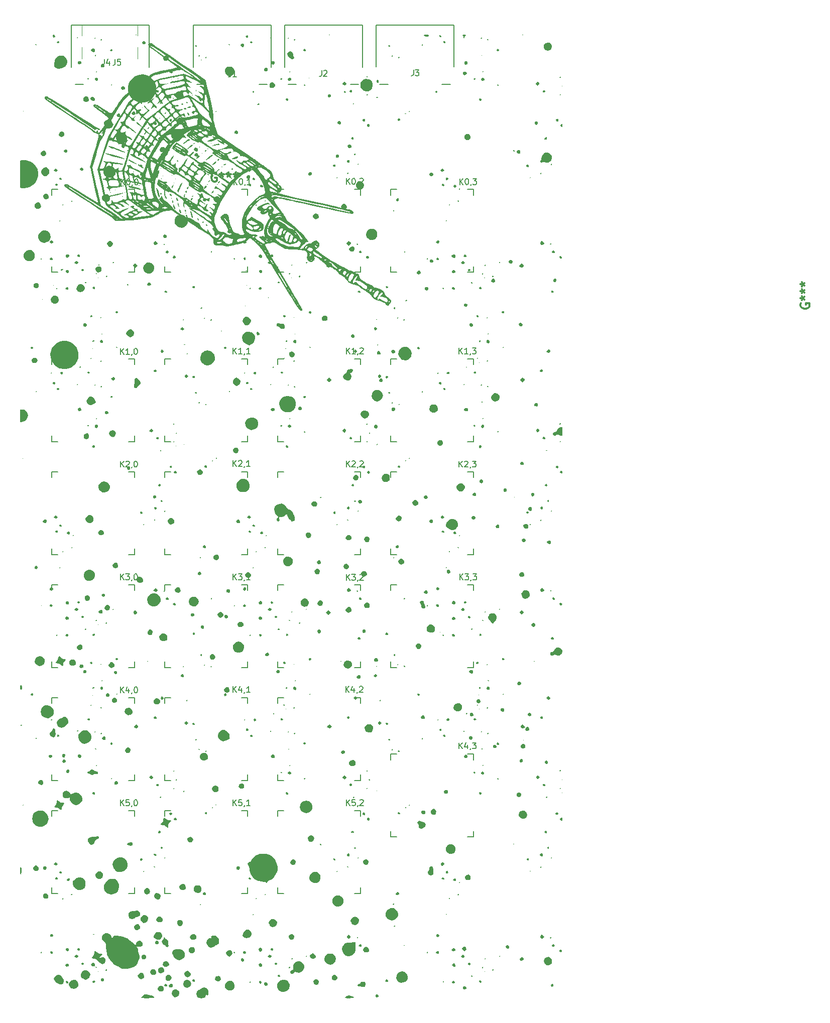
<source format=gbr>
%TF.GenerationSoftware,KiCad,Pcbnew,(6.99.0-222-g367431f825)*%
%TF.CreationDate,2022-01-14T00:46:19+01:00*%
%TF.ProjectId,usbhub-macropad,75736268-7562-42d6-9d61-63726f706164,rev?*%
%TF.SameCoordinates,Original*%
%TF.FileFunction,Legend,Top*%
%TF.FilePolarity,Positive*%
%FSLAX46Y46*%
G04 Gerber Fmt 4.6, Leading zero omitted, Abs format (unit mm)*
G04 Created by KiCad (PCBNEW (6.99.0-222-g367431f825)) date 2022-01-14 00:46:19*
%MOMM*%
%LPD*%
G01*
G04 APERTURE LIST*
%ADD10C,0.300000*%
%ADD11C,0.150000*%
%ADD12C,0.200000*%
%ADD13C,0.120000*%
G04 APERTURE END LIST*
D10*
%TO.C,G\u002A\u002A\u002A*%
X130471943Y-42018000D02*
X130326801Y-41945428D01*
X130109086Y-41945428D01*
X129891372Y-42018000D01*
X129746229Y-42163142D01*
X129673658Y-42308285D01*
X129601086Y-42598571D01*
X129601086Y-42816285D01*
X129673658Y-43106571D01*
X129746229Y-43251714D01*
X129891372Y-43396857D01*
X130109086Y-43469428D01*
X130254229Y-43469428D01*
X130471943Y-43396857D01*
X130544515Y-43324285D01*
X130544515Y-42816285D01*
X130254229Y-42816285D01*
X131353686Y-41945428D02*
X131353686Y-42308285D01*
X130990829Y-42163142D02*
X131353686Y-42308285D01*
X131716543Y-42163142D01*
X131135972Y-42598571D02*
X131353686Y-42308285D01*
X131571400Y-42598571D01*
X132525714Y-41945428D02*
X132525714Y-42308285D01*
X132162857Y-42163142D02*
X132525714Y-42308285D01*
X132888571Y-42163142D01*
X132308000Y-42598571D02*
X132525714Y-42308285D01*
X132743428Y-42598571D01*
X133697742Y-41945428D02*
X133697742Y-42308285D01*
X133334885Y-42163142D02*
X133697742Y-42308285D01*
X134060599Y-42163142D01*
X133480028Y-42598571D02*
X133697742Y-42308285D01*
X133915456Y-42598571D01*
X229048000Y-63988056D02*
X228975428Y-64133199D01*
X228975428Y-64350913D01*
X229048000Y-64568627D01*
X229193142Y-64713770D01*
X229338285Y-64786341D01*
X229628571Y-64858913D01*
X229846285Y-64858913D01*
X230136571Y-64786341D01*
X230281714Y-64713770D01*
X230426857Y-64568627D01*
X230499428Y-64350913D01*
X230499428Y-64205770D01*
X230426857Y-63988056D01*
X230354285Y-63915484D01*
X229846285Y-63915484D01*
X229846285Y-64205770D01*
X228975428Y-63106313D02*
X229338285Y-63106313D01*
X229193142Y-63469170D02*
X229338285Y-63106313D01*
X229193142Y-62743456D01*
X229628571Y-63324027D02*
X229338285Y-63106313D01*
X229628571Y-62888599D01*
X228975428Y-61934285D02*
X229338285Y-61934285D01*
X229193142Y-62297142D02*
X229338285Y-61934285D01*
X229193142Y-61571428D01*
X229628571Y-62151999D02*
X229338285Y-61934285D01*
X229628571Y-61716571D01*
X228975428Y-60762257D02*
X229338285Y-60762257D01*
X229193142Y-61125114D02*
X229338285Y-60762257D01*
X229193142Y-60399400D01*
X229628571Y-60979971D02*
X229338285Y-60762257D01*
X229628571Y-60544543D01*
D11*
%TO.C,J4*%
X111587143Y-22792380D02*
X111587143Y-23506666D01*
X111539524Y-23649523D01*
X111444286Y-23744761D01*
X111301429Y-23792380D01*
X111206191Y-23792380D01*
X112403809Y-23125714D02*
X112403809Y-23792380D01*
X112165714Y-22744761D02*
X111927619Y-23459047D01*
X112546666Y-23459047D01*
%TO.C,J3*%
X163710953Y-24592380D02*
X163710953Y-25306666D01*
X163663334Y-25449523D01*
X163568096Y-25544761D01*
X163425239Y-25592380D01*
X163330001Y-25592380D01*
X164003810Y-24592380D02*
X164622857Y-24592380D01*
X164289524Y-24973333D01*
X164432381Y-24973333D01*
X164527619Y-25020952D01*
X164575238Y-25068571D01*
X164622857Y-25163809D01*
X164622857Y-25401904D01*
X164575238Y-25497142D01*
X164527619Y-25544761D01*
X164432381Y-25592380D01*
X164146667Y-25592380D01*
X164051429Y-25544761D01*
X164003810Y-25497142D01*
%TO.C,J5*%
X113410953Y-22792380D02*
X113410953Y-23506666D01*
X113363334Y-23649523D01*
X113268096Y-23744761D01*
X113125239Y-23792380D01*
X113030001Y-23792380D01*
X114275238Y-22792380D02*
X113799048Y-22792380D01*
X113751429Y-23268571D01*
X113799048Y-23220952D01*
X113894286Y-23173333D01*
X114132381Y-23173333D01*
X114227619Y-23220952D01*
X114275238Y-23268571D01*
X114322857Y-23363809D01*
X114322857Y-23601904D01*
X114275238Y-23697142D01*
X114227619Y-23744761D01*
X114132381Y-23792380D01*
X113894286Y-23792380D01*
X113799048Y-23744761D01*
X113751429Y-23697142D01*
%TO.C,K0\u002C2*%
X152408573Y-43892380D02*
X152408573Y-42892380D01*
X152980001Y-43892380D02*
X152551430Y-43320952D01*
X152980001Y-42892380D02*
X152408573Y-43463809D01*
X153558572Y-42892380D02*
X153653810Y-42892380D01*
X153749048Y-42940000D01*
X153796667Y-42987619D01*
X153844286Y-43082857D01*
X153891905Y-43273333D01*
X153891905Y-43511428D01*
X153844286Y-43701904D01*
X153796667Y-43797142D01*
X153749048Y-43844761D01*
X153653810Y-43892380D01*
X153558572Y-43892380D01*
X153463334Y-43844761D01*
X153415715Y-43797142D01*
X153368096Y-43701904D01*
X153320477Y-43511428D01*
X153320477Y-43273333D01*
X153368096Y-43082857D01*
X153415715Y-42987619D01*
X153463334Y-42940000D01*
X153558572Y-42892380D01*
X154327619Y-43844761D02*
X154327619Y-43892380D01*
X154280000Y-43987619D01*
X154232381Y-44035238D01*
X154668095Y-42987619D02*
X154715714Y-42940000D01*
X154810952Y-42892380D01*
X155049047Y-42892380D01*
X155144285Y-42940000D01*
X155191904Y-42987619D01*
X155239523Y-43082857D01*
X155239523Y-43178095D01*
X155191904Y-43320952D01*
X154620476Y-43892380D01*
X155239523Y-43892380D01*
%TO.C,K0\u002C0*%
X114408573Y-43992380D02*
X114408573Y-42992380D01*
X114980001Y-43992380D02*
X114551430Y-43420952D01*
X114980001Y-42992380D02*
X114408573Y-43563809D01*
X115558572Y-42992380D02*
X115653810Y-42992380D01*
X115749048Y-43040000D01*
X115796667Y-43087619D01*
X115844286Y-43182857D01*
X115891905Y-43373333D01*
X115891905Y-43611428D01*
X115844286Y-43801904D01*
X115796667Y-43897142D01*
X115749048Y-43944761D01*
X115653810Y-43992380D01*
X115558572Y-43992380D01*
X115463334Y-43944761D01*
X115415715Y-43897142D01*
X115368096Y-43801904D01*
X115320477Y-43611428D01*
X115320477Y-43373333D01*
X115368096Y-43182857D01*
X115415715Y-43087619D01*
X115463334Y-43040000D01*
X115558572Y-42992380D01*
X116327619Y-43944761D02*
X116327619Y-43992380D01*
X116280000Y-44087619D01*
X116232381Y-44135238D01*
X116906190Y-42992380D02*
X117001428Y-42992380D01*
X117096666Y-43040000D01*
X117144285Y-43087619D01*
X117191904Y-43182857D01*
X117239523Y-43373333D01*
X117239523Y-43611428D01*
X117191904Y-43801904D01*
X117144285Y-43897142D01*
X117096666Y-43944761D01*
X117001428Y-43992380D01*
X116906190Y-43992380D01*
X116810952Y-43944761D01*
X116763333Y-43897142D01*
X116715714Y-43801904D01*
X116668095Y-43611428D01*
X116668095Y-43373333D01*
X116715714Y-43182857D01*
X116763333Y-43087619D01*
X116810952Y-43040000D01*
X116906190Y-42992380D01*
%TO.C,K0\u002C3*%
X171508573Y-43937380D02*
X171508573Y-42937380D01*
X172080001Y-43937380D02*
X171651430Y-43365952D01*
X172080001Y-42937380D02*
X171508573Y-43508809D01*
X172658572Y-42937380D02*
X172753810Y-42937380D01*
X172849048Y-42985000D01*
X172896667Y-43032619D01*
X172944286Y-43127857D01*
X172991905Y-43318333D01*
X172991905Y-43556428D01*
X172944286Y-43746904D01*
X172896667Y-43842142D01*
X172849048Y-43889761D01*
X172753810Y-43937380D01*
X172658572Y-43937380D01*
X172563334Y-43889761D01*
X172515715Y-43842142D01*
X172468096Y-43746904D01*
X172420477Y-43556428D01*
X172420477Y-43318333D01*
X172468096Y-43127857D01*
X172515715Y-43032619D01*
X172563334Y-42985000D01*
X172658572Y-42937380D01*
X173427619Y-43889761D02*
X173427619Y-43937380D01*
X173380000Y-44032619D01*
X173332381Y-44080238D01*
X173720476Y-42937380D02*
X174339523Y-42937380D01*
X174006190Y-43318333D01*
X174149047Y-43318333D01*
X174244285Y-43365952D01*
X174291904Y-43413571D01*
X174339523Y-43508809D01*
X174339523Y-43746904D01*
X174291904Y-43842142D01*
X174244285Y-43889761D01*
X174149047Y-43937380D01*
X173863333Y-43937380D01*
X173768095Y-43889761D01*
X173720476Y-43842142D01*
%TO.C,K0\u002C1*%
X133408573Y-43937380D02*
X133408573Y-42937380D01*
X133980001Y-43937380D02*
X133551430Y-43365952D01*
X133980001Y-42937380D02*
X133408573Y-43508809D01*
X134558572Y-42937380D02*
X134653810Y-42937380D01*
X134749048Y-42985000D01*
X134796667Y-43032619D01*
X134844286Y-43127857D01*
X134891905Y-43318333D01*
X134891905Y-43556428D01*
X134844286Y-43746904D01*
X134796667Y-43842142D01*
X134749048Y-43889761D01*
X134653810Y-43937380D01*
X134558572Y-43937380D01*
X134463334Y-43889761D01*
X134415715Y-43842142D01*
X134368096Y-43746904D01*
X134320477Y-43556428D01*
X134320477Y-43318333D01*
X134368096Y-43127857D01*
X134415715Y-43032619D01*
X134463334Y-42985000D01*
X134558572Y-42937380D01*
X135327619Y-43889761D02*
X135327619Y-43937380D01*
X135280000Y-44032619D01*
X135232381Y-44080238D01*
X136239523Y-43937380D02*
X135668095Y-43937380D01*
X135953809Y-43937380D02*
X135953809Y-42937380D01*
X135858571Y-43080238D01*
X135763333Y-43175476D01*
X135668095Y-43223095D01*
%TO.C,K1\u002C3*%
X171408573Y-72492380D02*
X171408573Y-71492380D01*
X171980001Y-72492380D02*
X171551430Y-71920952D01*
X171980001Y-71492380D02*
X171408573Y-72063809D01*
X172891905Y-72492380D02*
X172320477Y-72492380D01*
X172606191Y-72492380D02*
X172606191Y-71492380D01*
X172510953Y-71635238D01*
X172415715Y-71730476D01*
X172320477Y-71778095D01*
X173327619Y-72444761D02*
X173327619Y-72492380D01*
X173280000Y-72587619D01*
X173232381Y-72635238D01*
X173620476Y-71492380D02*
X174239523Y-71492380D01*
X173906190Y-71873333D01*
X174049047Y-71873333D01*
X174144285Y-71920952D01*
X174191904Y-71968571D01*
X174239523Y-72063809D01*
X174239523Y-72301904D01*
X174191904Y-72397142D01*
X174144285Y-72444761D01*
X174049047Y-72492380D01*
X173763333Y-72492380D01*
X173668095Y-72444761D01*
X173620476Y-72397142D01*
%TO.C,K1\u002C2*%
X152408573Y-72492380D02*
X152408573Y-71492380D01*
X152980001Y-72492380D02*
X152551430Y-71920952D01*
X152980001Y-71492380D02*
X152408573Y-72063809D01*
X153891905Y-72492380D02*
X153320477Y-72492380D01*
X153606191Y-72492380D02*
X153606191Y-71492380D01*
X153510953Y-71635238D01*
X153415715Y-71730476D01*
X153320477Y-71778095D01*
X154327619Y-72444761D02*
X154327619Y-72492380D01*
X154280000Y-72587619D01*
X154232381Y-72635238D01*
X154668095Y-71587619D02*
X154715714Y-71540000D01*
X154810952Y-71492380D01*
X155049047Y-71492380D01*
X155144285Y-71540000D01*
X155191904Y-71587619D01*
X155239523Y-71682857D01*
X155239523Y-71778095D01*
X155191904Y-71920952D01*
X154620476Y-72492380D01*
X155239523Y-72492380D01*
%TO.C,K1\u002C1*%
X133308573Y-72492380D02*
X133308573Y-71492380D01*
X133880001Y-72492380D02*
X133451430Y-71920952D01*
X133880001Y-71492380D02*
X133308573Y-72063809D01*
X134791905Y-72492380D02*
X134220477Y-72492380D01*
X134506191Y-72492380D02*
X134506191Y-71492380D01*
X134410953Y-71635238D01*
X134315715Y-71730476D01*
X134220477Y-71778095D01*
X135227619Y-72444761D02*
X135227619Y-72492380D01*
X135180000Y-72587619D01*
X135132381Y-72635238D01*
X136139523Y-72492380D02*
X135568095Y-72492380D01*
X135853809Y-72492380D02*
X135853809Y-71492380D01*
X135758571Y-71635238D01*
X135663333Y-71730476D01*
X135568095Y-71778095D01*
%TO.C,K1\u002C0*%
X114308573Y-72592380D02*
X114308573Y-71592380D01*
X114880001Y-72592380D02*
X114451430Y-72020952D01*
X114880001Y-71592380D02*
X114308573Y-72163809D01*
X115791905Y-72592380D02*
X115220477Y-72592380D01*
X115506191Y-72592380D02*
X115506191Y-71592380D01*
X115410953Y-71735238D01*
X115315715Y-71830476D01*
X115220477Y-71878095D01*
X116227619Y-72544761D02*
X116227619Y-72592380D01*
X116180000Y-72687619D01*
X116132381Y-72735238D01*
X116806190Y-71592380D02*
X116901428Y-71592380D01*
X116996666Y-71640000D01*
X117044285Y-71687619D01*
X117091904Y-71782857D01*
X117139523Y-71973333D01*
X117139523Y-72211428D01*
X117091904Y-72401904D01*
X117044285Y-72497142D01*
X116996666Y-72544761D01*
X116901428Y-72592380D01*
X116806190Y-72592380D01*
X116710952Y-72544761D01*
X116663333Y-72497142D01*
X116615714Y-72401904D01*
X116568095Y-72211428D01*
X116568095Y-71973333D01*
X116615714Y-71782857D01*
X116663333Y-71687619D01*
X116710952Y-71640000D01*
X116806190Y-71592380D01*
%TO.C,K2\u002C2*%
X152408573Y-91562380D02*
X152408573Y-90562380D01*
X152980001Y-91562380D02*
X152551430Y-90990952D01*
X152980001Y-90562380D02*
X152408573Y-91133809D01*
X153320477Y-90657619D02*
X153368096Y-90610000D01*
X153463334Y-90562380D01*
X153701429Y-90562380D01*
X153796667Y-90610000D01*
X153844286Y-90657619D01*
X153891905Y-90752857D01*
X153891905Y-90848095D01*
X153844286Y-90990952D01*
X153272858Y-91562380D01*
X153891905Y-91562380D01*
X154327619Y-91514761D02*
X154327619Y-91562380D01*
X154280000Y-91657619D01*
X154232381Y-91705238D01*
X154668095Y-90657619D02*
X154715714Y-90610000D01*
X154810952Y-90562380D01*
X155049047Y-90562380D01*
X155144285Y-90610000D01*
X155191904Y-90657619D01*
X155239523Y-90752857D01*
X155239523Y-90848095D01*
X155191904Y-90990952D01*
X154620476Y-91562380D01*
X155239523Y-91562380D01*
%TO.C,K2\u002C1*%
X133308573Y-91492380D02*
X133308573Y-90492380D01*
X133880001Y-91492380D02*
X133451430Y-90920952D01*
X133880001Y-90492380D02*
X133308573Y-91063809D01*
X134220477Y-90587619D02*
X134268096Y-90540000D01*
X134363334Y-90492380D01*
X134601429Y-90492380D01*
X134696667Y-90540000D01*
X134744286Y-90587619D01*
X134791905Y-90682857D01*
X134791905Y-90778095D01*
X134744286Y-90920952D01*
X134172858Y-91492380D01*
X134791905Y-91492380D01*
X135227619Y-91444761D02*
X135227619Y-91492380D01*
X135180000Y-91587619D01*
X135132381Y-91635238D01*
X136139523Y-91492380D02*
X135568095Y-91492380D01*
X135853809Y-91492380D02*
X135853809Y-90492380D01*
X135758571Y-90635238D01*
X135663333Y-90730476D01*
X135568095Y-90778095D01*
%TO.C,K2\u002C0*%
X114308573Y-91592380D02*
X114308573Y-90592380D01*
X114880001Y-91592380D02*
X114451430Y-91020952D01*
X114880001Y-90592380D02*
X114308573Y-91163809D01*
X115220477Y-90687619D02*
X115268096Y-90640000D01*
X115363334Y-90592380D01*
X115601429Y-90592380D01*
X115696667Y-90640000D01*
X115744286Y-90687619D01*
X115791905Y-90782857D01*
X115791905Y-90878095D01*
X115744286Y-91020952D01*
X115172858Y-91592380D01*
X115791905Y-91592380D01*
X116227619Y-91544761D02*
X116227619Y-91592380D01*
X116180000Y-91687619D01*
X116132381Y-91735238D01*
X116806190Y-90592380D02*
X116901428Y-90592380D01*
X116996666Y-90640000D01*
X117044285Y-90687619D01*
X117091904Y-90782857D01*
X117139523Y-90973333D01*
X117139523Y-91211428D01*
X117091904Y-91401904D01*
X117044285Y-91497142D01*
X116996666Y-91544761D01*
X116901428Y-91592380D01*
X116806190Y-91592380D01*
X116710952Y-91544761D01*
X116663333Y-91497142D01*
X116615714Y-91401904D01*
X116568095Y-91211428D01*
X116568095Y-90973333D01*
X116615714Y-90782857D01*
X116663333Y-90687619D01*
X116710952Y-90640000D01*
X116806190Y-90592380D01*
%TO.C,K2\u002C3*%
X171408573Y-91592380D02*
X171408573Y-90592380D01*
X171980001Y-91592380D02*
X171551430Y-91020952D01*
X171980001Y-90592380D02*
X171408573Y-91163809D01*
X172320477Y-90687619D02*
X172368096Y-90640000D01*
X172463334Y-90592380D01*
X172701429Y-90592380D01*
X172796667Y-90640000D01*
X172844286Y-90687619D01*
X172891905Y-90782857D01*
X172891905Y-90878095D01*
X172844286Y-91020952D01*
X172272858Y-91592380D01*
X172891905Y-91592380D01*
X173327619Y-91544761D02*
X173327619Y-91592380D01*
X173280000Y-91687619D01*
X173232381Y-91735238D01*
X173620476Y-90592380D02*
X174239523Y-90592380D01*
X173906190Y-90973333D01*
X174049047Y-90973333D01*
X174144285Y-91020952D01*
X174191904Y-91068571D01*
X174239523Y-91163809D01*
X174239523Y-91401904D01*
X174191904Y-91497142D01*
X174144285Y-91544761D01*
X174049047Y-91592380D01*
X173763333Y-91592380D01*
X173668095Y-91544761D01*
X173620476Y-91497142D01*
%TO.C,K3\u002C1*%
X133308573Y-110612380D02*
X133308573Y-109612380D01*
X133880001Y-110612380D02*
X133451430Y-110040952D01*
X133880001Y-109612380D02*
X133308573Y-110183809D01*
X134172858Y-109612380D02*
X134791905Y-109612380D01*
X134458572Y-109993333D01*
X134601429Y-109993333D01*
X134696667Y-110040952D01*
X134744286Y-110088571D01*
X134791905Y-110183809D01*
X134791905Y-110421904D01*
X134744286Y-110517142D01*
X134696667Y-110564761D01*
X134601429Y-110612380D01*
X134315715Y-110612380D01*
X134220477Y-110564761D01*
X134172858Y-110517142D01*
X135227619Y-110564761D02*
X135227619Y-110612380D01*
X135180000Y-110707619D01*
X135132381Y-110755238D01*
X136139523Y-110612380D02*
X135568095Y-110612380D01*
X135853809Y-110612380D02*
X135853809Y-109612380D01*
X135758571Y-109755238D01*
X135663333Y-109850476D01*
X135568095Y-109898095D01*
%TO.C,K3\u002C3*%
X171508573Y-110612380D02*
X171508573Y-109612380D01*
X172080001Y-110612380D02*
X171651430Y-110040952D01*
X172080001Y-109612380D02*
X171508573Y-110183809D01*
X172372858Y-109612380D02*
X172991905Y-109612380D01*
X172658572Y-109993333D01*
X172801429Y-109993333D01*
X172896667Y-110040952D01*
X172944286Y-110088571D01*
X172991905Y-110183809D01*
X172991905Y-110421904D01*
X172944286Y-110517142D01*
X172896667Y-110564761D01*
X172801429Y-110612380D01*
X172515715Y-110612380D01*
X172420477Y-110564761D01*
X172372858Y-110517142D01*
X173427619Y-110564761D02*
X173427619Y-110612380D01*
X173380000Y-110707619D01*
X173332381Y-110755238D01*
X173720476Y-109612380D02*
X174339523Y-109612380D01*
X174006190Y-109993333D01*
X174149047Y-109993333D01*
X174244285Y-110040952D01*
X174291904Y-110088571D01*
X174339523Y-110183809D01*
X174339523Y-110421904D01*
X174291904Y-110517142D01*
X174244285Y-110564761D01*
X174149047Y-110612380D01*
X173863333Y-110612380D01*
X173768095Y-110564761D01*
X173720476Y-110517142D01*
%TO.C,K3\u002C0*%
X114308573Y-110612380D02*
X114308573Y-109612380D01*
X114880001Y-110612380D02*
X114451430Y-110040952D01*
X114880001Y-109612380D02*
X114308573Y-110183809D01*
X115172858Y-109612380D02*
X115791905Y-109612380D01*
X115458572Y-109993333D01*
X115601429Y-109993333D01*
X115696667Y-110040952D01*
X115744286Y-110088571D01*
X115791905Y-110183809D01*
X115791905Y-110421904D01*
X115744286Y-110517142D01*
X115696667Y-110564761D01*
X115601429Y-110612380D01*
X115315715Y-110612380D01*
X115220477Y-110564761D01*
X115172858Y-110517142D01*
X116227619Y-110564761D02*
X116227619Y-110612380D01*
X116180000Y-110707619D01*
X116132381Y-110755238D01*
X116806190Y-109612380D02*
X116901428Y-109612380D01*
X116996666Y-109660000D01*
X117044285Y-109707619D01*
X117091904Y-109802857D01*
X117139523Y-109993333D01*
X117139523Y-110231428D01*
X117091904Y-110421904D01*
X117044285Y-110517142D01*
X116996666Y-110564761D01*
X116901428Y-110612380D01*
X116806190Y-110612380D01*
X116710952Y-110564761D01*
X116663333Y-110517142D01*
X116615714Y-110421904D01*
X116568095Y-110231428D01*
X116568095Y-109993333D01*
X116615714Y-109802857D01*
X116663333Y-109707619D01*
X116710952Y-109660000D01*
X116806190Y-109612380D01*
%TO.C,K3\u002C2*%
X152408573Y-110692380D02*
X152408573Y-109692380D01*
X152980001Y-110692380D02*
X152551430Y-110120952D01*
X152980001Y-109692380D02*
X152408573Y-110263809D01*
X153272858Y-109692380D02*
X153891905Y-109692380D01*
X153558572Y-110073333D01*
X153701429Y-110073333D01*
X153796667Y-110120952D01*
X153844286Y-110168571D01*
X153891905Y-110263809D01*
X153891905Y-110501904D01*
X153844286Y-110597142D01*
X153796667Y-110644761D01*
X153701429Y-110692380D01*
X153415715Y-110692380D01*
X153320477Y-110644761D01*
X153272858Y-110597142D01*
X154327619Y-110644761D02*
X154327619Y-110692380D01*
X154280000Y-110787619D01*
X154232381Y-110835238D01*
X154668095Y-109787619D02*
X154715714Y-109740000D01*
X154810952Y-109692380D01*
X155049047Y-109692380D01*
X155144285Y-109740000D01*
X155191904Y-109787619D01*
X155239523Y-109882857D01*
X155239523Y-109978095D01*
X155191904Y-110120952D01*
X154620476Y-110692380D01*
X155239523Y-110692380D01*
%TO.C,K4\u002C2*%
X152284763Y-129592380D02*
X152284763Y-128592380D01*
X152856191Y-129592380D02*
X152427620Y-129020952D01*
X152856191Y-128592380D02*
X152284763Y-129163809D01*
X153672857Y-128925714D02*
X153672857Y-129592380D01*
X153434762Y-128544761D02*
X153196667Y-129259047D01*
X153815714Y-129259047D01*
X154251428Y-129544761D02*
X154251428Y-129592380D01*
X154203809Y-129687619D01*
X154156190Y-129735238D01*
X154591904Y-128687619D02*
X154639523Y-128640000D01*
X154734761Y-128592380D01*
X154972856Y-128592380D01*
X155068094Y-128640000D01*
X155115713Y-128687619D01*
X155163332Y-128782857D01*
X155163332Y-128878095D01*
X155115713Y-129020952D01*
X154544285Y-129592380D01*
X155163332Y-129592380D01*
%TO.C,K4\u002C3*%
X171384763Y-139092380D02*
X171384763Y-138092380D01*
X171956191Y-139092380D02*
X171527620Y-138520952D01*
X171956191Y-138092380D02*
X171384763Y-138663809D01*
X172772857Y-138425714D02*
X172772857Y-139092380D01*
X172534762Y-138044761D02*
X172296667Y-138759047D01*
X172915714Y-138759047D01*
X173351428Y-139044761D02*
X173351428Y-139092380D01*
X173303809Y-139187619D01*
X173256190Y-139235238D01*
X173644285Y-138092380D02*
X174263332Y-138092380D01*
X173929999Y-138473333D01*
X174072856Y-138473333D01*
X174168094Y-138520952D01*
X174215713Y-138568571D01*
X174263332Y-138663809D01*
X174263332Y-138901904D01*
X174215713Y-138997142D01*
X174168094Y-139044761D01*
X174072856Y-139092380D01*
X173787142Y-139092380D01*
X173691904Y-139044761D01*
X173644285Y-138997142D01*
%TO.C,K4\u002C1*%
X133284763Y-129592380D02*
X133284763Y-128592380D01*
X133856191Y-129592380D02*
X133427620Y-129020952D01*
X133856191Y-128592380D02*
X133284763Y-129163809D01*
X134672857Y-128925714D02*
X134672857Y-129592380D01*
X134434762Y-128544761D02*
X134196667Y-129259047D01*
X134815714Y-129259047D01*
X135251428Y-129544761D02*
X135251428Y-129592380D01*
X135203809Y-129687619D01*
X135156190Y-129735238D01*
X136163332Y-129592380D02*
X135591904Y-129592380D01*
X135877618Y-129592380D02*
X135877618Y-128592380D01*
X135782380Y-128735238D01*
X135687142Y-128830476D01*
X135591904Y-128878095D01*
%TO.C,K4\u002C0*%
X114284763Y-129662380D02*
X114284763Y-128662380D01*
X114856191Y-129662380D02*
X114427620Y-129090952D01*
X114856191Y-128662380D02*
X114284763Y-129233809D01*
X115672857Y-128995714D02*
X115672857Y-129662380D01*
X115434762Y-128614761D02*
X115196667Y-129329047D01*
X115815714Y-129329047D01*
X116251428Y-129614761D02*
X116251428Y-129662380D01*
X116203809Y-129757619D01*
X116156190Y-129805238D01*
X116829999Y-128662380D02*
X116925237Y-128662380D01*
X117020475Y-128710000D01*
X117068094Y-128757619D01*
X117115713Y-128852857D01*
X117163332Y-129043333D01*
X117163332Y-129281428D01*
X117115713Y-129471904D01*
X117068094Y-129567142D01*
X117020475Y-129614761D01*
X116925237Y-129662380D01*
X116829999Y-129662380D01*
X116734761Y-129614761D01*
X116687142Y-129567142D01*
X116639523Y-129471904D01*
X116591904Y-129281428D01*
X116591904Y-129043333D01*
X116639523Y-128852857D01*
X116687142Y-128757619D01*
X116734761Y-128710000D01*
X116829999Y-128662380D01*
%TO.C,K5\u002C1*%
X133308573Y-148692380D02*
X133308573Y-147692380D01*
X133880001Y-148692380D02*
X133451430Y-148120952D01*
X133880001Y-147692380D02*
X133308573Y-148263809D01*
X134744286Y-147692380D02*
X134268096Y-147692380D01*
X134220477Y-148168571D01*
X134268096Y-148120952D01*
X134363334Y-148073333D01*
X134601429Y-148073333D01*
X134696667Y-148120952D01*
X134744286Y-148168571D01*
X134791905Y-148263809D01*
X134791905Y-148501904D01*
X134744286Y-148597142D01*
X134696667Y-148644761D01*
X134601429Y-148692380D01*
X134363334Y-148692380D01*
X134268096Y-148644761D01*
X134220477Y-148597142D01*
X135227619Y-148644761D02*
X135227619Y-148692380D01*
X135180000Y-148787619D01*
X135132381Y-148835238D01*
X136139523Y-148692380D02*
X135568095Y-148692380D01*
X135853809Y-148692380D02*
X135853809Y-147692380D01*
X135758571Y-147835238D01*
X135663333Y-147930476D01*
X135568095Y-147978095D01*
%TO.C,K5\u002C2*%
X152408573Y-148692380D02*
X152408573Y-147692380D01*
X152980001Y-148692380D02*
X152551430Y-148120952D01*
X152980001Y-147692380D02*
X152408573Y-148263809D01*
X153844286Y-147692380D02*
X153368096Y-147692380D01*
X153320477Y-148168571D01*
X153368096Y-148120952D01*
X153463334Y-148073333D01*
X153701429Y-148073333D01*
X153796667Y-148120952D01*
X153844286Y-148168571D01*
X153891905Y-148263809D01*
X153891905Y-148501904D01*
X153844286Y-148597142D01*
X153796667Y-148644761D01*
X153701429Y-148692380D01*
X153463334Y-148692380D01*
X153368096Y-148644761D01*
X153320477Y-148597142D01*
X154327619Y-148644761D02*
X154327619Y-148692380D01*
X154280000Y-148787619D01*
X154232381Y-148835238D01*
X154668095Y-147787619D02*
X154715714Y-147740000D01*
X154810952Y-147692380D01*
X155049047Y-147692380D01*
X155144285Y-147740000D01*
X155191904Y-147787619D01*
X155239523Y-147882857D01*
X155239523Y-147978095D01*
X155191904Y-148120952D01*
X154620476Y-148692380D01*
X155239523Y-148692380D01*
%TO.C,J1*%
X132910953Y-24792380D02*
X132910953Y-25506666D01*
X132863334Y-25649523D01*
X132768096Y-25744761D01*
X132625239Y-25792380D01*
X132530001Y-25792380D01*
X133822857Y-25792380D02*
X133251429Y-25792380D01*
X133537143Y-25792380D02*
X133537143Y-24792380D01*
X133441905Y-24935238D01*
X133346667Y-25030476D01*
X133251429Y-25078095D01*
%TO.C,J2*%
X148210953Y-24692380D02*
X148210953Y-25406666D01*
X148163334Y-25549523D01*
X148068096Y-25644761D01*
X147925239Y-25692380D01*
X147830001Y-25692380D01*
X148551429Y-24787619D02*
X148599048Y-24740000D01*
X148694286Y-24692380D01*
X148932381Y-24692380D01*
X149027619Y-24740000D01*
X149075238Y-24787619D01*
X149122857Y-24882857D01*
X149122857Y-24978095D01*
X149075238Y-25120952D01*
X148503810Y-25692380D01*
X149122857Y-25692380D01*
%TO.C,K5\u002C0*%
X114308573Y-148712380D02*
X114308573Y-147712380D01*
X114880001Y-148712380D02*
X114451430Y-148140952D01*
X114880001Y-147712380D02*
X114308573Y-148283809D01*
X115744286Y-147712380D02*
X115268096Y-147712380D01*
X115220477Y-148188571D01*
X115268096Y-148140952D01*
X115363334Y-148093333D01*
X115601429Y-148093333D01*
X115696667Y-148140952D01*
X115744286Y-148188571D01*
X115791905Y-148283809D01*
X115791905Y-148521904D01*
X115744286Y-148617142D01*
X115696667Y-148664761D01*
X115601429Y-148712380D01*
X115363334Y-148712380D01*
X115268096Y-148664761D01*
X115220477Y-148617142D01*
X116227619Y-148664761D02*
X116227619Y-148712380D01*
X116180000Y-148807619D01*
X116132381Y-148855238D01*
X116806190Y-147712380D02*
X116901428Y-147712380D01*
X116996666Y-147760000D01*
X117044285Y-147807619D01*
X117091904Y-147902857D01*
X117139523Y-148093333D01*
X117139523Y-148331428D01*
X117091904Y-148521904D01*
X117044285Y-148617142D01*
X116996666Y-148664761D01*
X116901428Y-148712380D01*
X116806190Y-148712380D01*
X116710952Y-148664761D01*
X116663333Y-148617142D01*
X116615714Y-148521904D01*
X116568095Y-148331428D01*
X116568095Y-148093333D01*
X116615714Y-147902857D01*
X116663333Y-147807619D01*
X116710952Y-147760000D01*
X116806190Y-147712380D01*
%TO.C,G\u002A\u002A\u002A*%
G36*
X129978437Y-32183519D02*
G01*
X129985616Y-32503841D01*
X129979701Y-32560836D01*
X129970664Y-32941250D01*
X130049900Y-33407756D01*
X130098570Y-33574293D01*
X130210320Y-33956672D01*
X130230227Y-34024790D01*
X130328264Y-34313110D01*
X130375025Y-34447018D01*
X130677416Y-35312976D01*
X130750663Y-35522733D01*
X130750745Y-35522969D01*
X133370602Y-37302404D01*
X133955981Y-37700000D01*
X134650899Y-38171996D01*
X135850175Y-38986024D01*
X136848326Y-39663879D01*
X136869692Y-39678459D01*
X137664555Y-40220857D01*
X138272069Y-40640481D01*
X138318063Y-40672250D01*
X138370903Y-40709664D01*
X138777479Y-40997544D01*
X138828052Y-41033353D01*
X139213725Y-41319460D01*
X139494282Y-41545865D01*
X139688927Y-41727863D01*
X139816861Y-41880746D01*
X139897285Y-42019809D01*
X139949403Y-42160347D01*
X139992416Y-42317653D01*
X140030526Y-42456779D01*
X140055765Y-42533819D01*
X140159692Y-42851050D01*
X140274111Y-43115341D01*
X140331855Y-43184026D01*
X140492455Y-43259911D01*
X140742648Y-43433051D01*
X140962422Y-43676110D01*
X140952588Y-43796603D01*
X140947042Y-43864552D01*
X140812021Y-44184545D01*
X140820460Y-44428090D01*
X140958208Y-44517895D01*
X141139568Y-44447755D01*
X141097543Y-44262153D01*
X140997474Y-44143579D01*
X140919981Y-44007380D01*
X140976755Y-43983158D01*
X141163397Y-44073408D01*
X141355334Y-44247115D01*
X141508643Y-44471528D01*
X141502115Y-44708819D01*
X141474218Y-44785264D01*
X141426677Y-44915536D01*
X141355107Y-45029429D01*
X141250625Y-45195697D01*
X141052248Y-45323387D01*
X141041413Y-45324066D01*
X140911411Y-45338296D01*
X140911821Y-45340673D01*
X140917946Y-45376183D01*
X141075397Y-45441357D01*
X141341308Y-45520527D01*
X141398144Y-45537449D01*
X141900567Y-45668091D01*
X142597044Y-45836914D01*
X143501956Y-46047547D01*
X144629681Y-46303624D01*
X145994598Y-46608773D01*
X147094548Y-46852565D01*
X148318306Y-47124154D01*
X149469464Y-47381713D01*
X150520059Y-47618836D01*
X151442129Y-47829117D01*
X152207709Y-48006149D01*
X152788837Y-48143526D01*
X153157550Y-48234842D01*
X153277443Y-48269085D01*
X153522754Y-48449229D01*
X153562614Y-48591804D01*
X153587380Y-48680392D01*
X153461632Y-48859672D01*
X153307444Y-48848905D01*
X152920232Y-48785241D01*
X152327869Y-48674265D01*
X151558225Y-48521561D01*
X150639171Y-48332715D01*
X149598578Y-48113312D01*
X148464318Y-47868937D01*
X147880316Y-47741227D01*
X146357603Y-47406747D01*
X145074167Y-47125448D01*
X144008162Y-46893076D01*
X143137738Y-46705379D01*
X142441048Y-46558103D01*
X141896243Y-46446997D01*
X141481474Y-46367806D01*
X141174893Y-46316278D01*
X140954653Y-46288160D01*
X140798903Y-46279199D01*
X140685796Y-46285143D01*
X140593484Y-46301737D01*
X140545381Y-46313431D01*
X140314992Y-46424455D01*
X140303333Y-46456316D01*
X140243494Y-46619833D01*
X140339138Y-46924246D01*
X140610172Y-47362373D01*
X141064847Y-47958894D01*
X141117078Y-48023691D01*
X141508618Y-48531403D01*
X141585064Y-48640380D01*
X141822996Y-48979562D01*
X141846033Y-49012402D01*
X142084367Y-49400265D01*
X142158913Y-49558779D01*
X142165463Y-49572707D01*
X142347679Y-49892004D01*
X142701815Y-50250748D01*
X143262628Y-50683808D01*
X143298108Y-50709022D01*
X143688229Y-51017630D01*
X144144955Y-51428332D01*
X144626060Y-51896763D01*
X145089319Y-52378557D01*
X145492504Y-52829349D01*
X145793391Y-53204773D01*
X145819915Y-53248146D01*
X145949753Y-53460464D01*
X145962252Y-53508158D01*
X145857417Y-53589507D01*
X145703158Y-53608421D01*
X145485415Y-53692010D01*
X145435790Y-53808948D01*
X145419558Y-53835646D01*
X145328516Y-53985389D01*
X145231955Y-54009474D01*
X145035725Y-54121066D01*
X144905336Y-54332420D01*
X144723894Y-54602932D01*
X144541013Y-54717965D01*
X144488352Y-54762469D01*
X144666923Y-54792758D01*
X144733948Y-54796072D01*
X145064595Y-54758369D01*
X145146246Y-54660843D01*
X145440041Y-54660843D01*
X145467701Y-54789409D01*
X145573110Y-54705109D01*
X145640568Y-54618923D01*
X145800407Y-54356894D01*
X145822911Y-54208616D01*
X145708695Y-54223648D01*
X145636316Y-54276843D01*
X145467770Y-54521931D01*
X145440041Y-54660843D01*
X145146246Y-54660843D01*
X145168421Y-54634356D01*
X145278390Y-54373315D01*
X145510475Y-54144505D01*
X147039542Y-54144505D01*
X147054985Y-54208616D01*
X147086132Y-54337919D01*
X147263319Y-54519340D01*
X147370015Y-54544211D01*
X147492801Y-54515102D01*
X147424113Y-54389742D01*
X147340790Y-54299123D01*
X147122529Y-54113707D01*
X147039542Y-54144505D01*
X145510475Y-54144505D01*
X145540909Y-54114501D01*
X145854894Y-53937254D01*
X145877287Y-53934742D01*
X147307369Y-53934742D01*
X147401046Y-54048878D01*
X147441053Y-54076316D01*
X147564241Y-54065717D01*
X147574737Y-54017364D01*
X147477694Y-53881230D01*
X147441053Y-53875790D01*
X147310844Y-53921401D01*
X147307369Y-53934742D01*
X145877287Y-53934742D01*
X146090194Y-53910859D01*
X146403445Y-53868055D01*
X146477016Y-53811635D01*
X147068562Y-53811635D01*
X147084562Y-53831229D01*
X147164037Y-53812878D01*
X147173685Y-53742106D01*
X147124772Y-53632068D01*
X147084562Y-53652983D01*
X147068562Y-53811635D01*
X146477016Y-53811635D01*
X146582141Y-53731017D01*
X146960145Y-53442592D01*
X147328461Y-53406513D01*
X147584317Y-53550249D01*
X147709558Y-53742106D01*
X147818487Y-53908975D01*
X147818834Y-54017364D01*
X147819709Y-54290520D01*
X147671876Y-54515102D01*
X147603507Y-54618966D01*
X147333780Y-54775647D01*
X147249794Y-54829184D01*
X147251719Y-54855857D01*
X147255906Y-54913876D01*
X147376334Y-55050081D01*
X147635297Y-55258162D01*
X148057011Y-55558476D01*
X148665696Y-55971385D01*
X149103942Y-56263833D01*
X149206323Y-56330430D01*
X149623833Y-56602014D01*
X149796400Y-56714266D01*
X150447991Y-57119488D01*
X151012649Y-57452263D01*
X151444313Y-57685357D01*
X151680599Y-57787280D01*
X152090801Y-57948249D01*
X152350200Y-58102626D01*
X152430070Y-58150159D01*
X152462827Y-58177332D01*
X152524558Y-58218380D01*
X152738117Y-58360387D01*
X152937895Y-58421053D01*
X153154910Y-58475801D01*
X153497781Y-58613953D01*
X153779470Y-58746193D01*
X153886362Y-58796374D01*
X154133332Y-58927168D01*
X154240505Y-58983926D01*
X154480065Y-59137473D01*
X154523104Y-59186412D01*
X154536544Y-59201695D01*
X154586929Y-59504749D01*
X154650715Y-59750284D01*
X154683390Y-59817207D01*
X155006785Y-60051159D01*
X155413607Y-60312285D01*
X155830002Y-60557348D01*
X156182116Y-60743108D01*
X156396094Y-60826326D01*
X156408812Y-60827369D01*
X156655343Y-60920184D01*
X156865790Y-61094737D01*
X157026436Y-61211431D01*
X157146259Y-61298471D01*
X157379039Y-61362106D01*
X157659886Y-61418910D01*
X158052612Y-61562254D01*
X158110682Y-61588569D01*
X158227267Y-61641400D01*
X158496970Y-61798823D01*
X158606279Y-61862626D01*
X158700341Y-61980781D01*
X158778201Y-62078583D01*
X158804211Y-62236556D01*
X158898151Y-62513103D01*
X159201106Y-62816483D01*
X159405790Y-62966316D01*
X159784031Y-63246490D01*
X159917967Y-63404223D01*
X159963459Y-63457797D01*
X159976399Y-63657172D01*
X159976900Y-63664891D01*
X159877398Y-63895166D01*
X159662295Y-64149465D01*
X159371595Y-64200632D01*
X158965799Y-64048777D01*
X158709967Y-63898382D01*
X158670229Y-63876574D01*
X159474679Y-63876574D01*
X159496313Y-64026184D01*
X159588731Y-63929007D01*
X159606316Y-63902106D01*
X159724409Y-63657172D01*
X159704782Y-63540267D01*
X159606316Y-63567895D01*
X159489997Y-63758677D01*
X159474679Y-63876574D01*
X158670229Y-63876574D01*
X158300888Y-63673881D01*
X157932609Y-63529825D01*
X157770703Y-63501053D01*
X157313665Y-63383226D01*
X157164972Y-63276868D01*
X157647605Y-63276868D01*
X157688084Y-63395049D01*
X157796974Y-63336647D01*
X157858412Y-63249880D01*
X157975866Y-63179920D01*
X158191292Y-63256954D01*
X158543403Y-63490437D01*
X158944551Y-63734969D01*
X159196759Y-63769141D01*
X159318668Y-63590928D01*
X159336901Y-63404223D01*
X159226085Y-63230892D01*
X158959082Y-63048909D01*
X158639733Y-62911850D01*
X158371877Y-62873289D01*
X158328531Y-62883963D01*
X158121909Y-62894047D01*
X158076276Y-62769437D01*
X158209736Y-62601420D01*
X158265730Y-62567267D01*
X158480643Y-62373606D01*
X158536842Y-62221646D01*
X158469180Y-62091656D01*
X158298712Y-62146844D01*
X158074220Y-62352146D01*
X157844485Y-62672494D01*
X157800038Y-62751292D01*
X157682576Y-63042238D01*
X157647605Y-63276868D01*
X157164972Y-63276868D01*
X156881066Y-63073794D01*
X156656393Y-62773286D01*
X156985631Y-62773286D01*
X157089142Y-62912751D01*
X157225223Y-63002195D01*
X157362263Y-62937936D01*
X157557117Y-62684753D01*
X157626884Y-62579636D01*
X157835296Y-62208301D01*
X157869045Y-61980781D01*
X157824688Y-61906583D01*
X157621345Y-61801207D01*
X157409747Y-61916706D01*
X157158003Y-62270978D01*
X157149474Y-62285522D01*
X156994492Y-62589021D01*
X156985631Y-62773286D01*
X156656393Y-62773286D01*
X156593055Y-62688570D01*
X156369010Y-62393521D01*
X156123688Y-62228883D01*
X155888845Y-62108724D01*
X155843727Y-62079768D01*
X156810250Y-62079768D01*
X156913993Y-62094047D01*
X157063635Y-61966915D01*
X157149846Y-61798823D01*
X157090575Y-61763158D01*
X156894637Y-61861544D01*
X156860293Y-61905737D01*
X156810250Y-62079768D01*
X155843727Y-62079768D01*
X155661481Y-61962805D01*
X156284340Y-61962805D01*
X156402723Y-62054072D01*
X156574533Y-61944233D01*
X156639287Y-61833627D01*
X156726297Y-61588569D01*
X156664050Y-61501823D01*
X156591360Y-61495790D01*
X156456848Y-61562632D01*
X156373067Y-61604265D01*
X156309106Y-61705302D01*
X156284340Y-61962805D01*
X155661481Y-61962805D01*
X155516176Y-61869550D01*
X155083920Y-61562632D01*
X155996842Y-61562632D01*
X156063685Y-61629474D01*
X156130527Y-61562632D01*
X156063685Y-61495790D01*
X155996842Y-61562632D01*
X155083920Y-61562632D01*
X155077602Y-61558146D01*
X154978826Y-61484145D01*
X154451354Y-61113325D01*
X154049462Y-60904945D01*
X153712896Y-60829219D01*
X153650289Y-60827369D01*
X153307787Y-60775560D01*
X152980986Y-60588343D01*
X152839167Y-60459799D01*
X153500938Y-60459799D01*
X153538660Y-60584628D01*
X153645688Y-60535969D01*
X153718992Y-60434760D01*
X153830939Y-60360658D01*
X154023530Y-60438139D01*
X154346866Y-60688142D01*
X154367895Y-60706000D01*
X154768545Y-61025514D01*
X155164837Y-61308173D01*
X155309525Y-61399158D01*
X155586634Y-61547828D01*
X155731565Y-61551470D01*
X155840443Y-61404207D01*
X155861384Y-61365421D01*
X155913407Y-61211431D01*
X155857802Y-61066900D01*
X155655843Y-60887071D01*
X155268806Y-60627185D01*
X155166189Y-60561921D01*
X154591346Y-60236534D01*
X154198930Y-60104202D01*
X154064978Y-60111877D01*
X153895014Y-60152569D01*
X153888632Y-60078533D01*
X154031557Y-59846976D01*
X154219078Y-59525110D01*
X154234773Y-59381295D01*
X154091842Y-59388146D01*
X153926490Y-59531609D01*
X153719698Y-59823295D01*
X153660565Y-59926080D01*
X153539310Y-60220583D01*
X153500938Y-60459799D01*
X152839167Y-60459799D01*
X152654737Y-60292632D01*
X152362238Y-59980710D01*
X152309266Y-59914070D01*
X152703028Y-59914070D01*
X152780684Y-60191153D01*
X152863694Y-60262600D01*
X153023642Y-60300788D01*
X153176062Y-60185139D01*
X153370589Y-59872965D01*
X153417063Y-59786676D01*
X153599560Y-59405943D01*
X153643520Y-59186412D01*
X153564492Y-59070555D01*
X153343049Y-58969543D01*
X153164026Y-59043386D01*
X153020083Y-59189737D01*
X152786785Y-59553121D01*
X152703028Y-59914070D01*
X152309266Y-59914070D01*
X152168010Y-59736367D01*
X152120000Y-59639443D01*
X152010818Y-59511664D01*
X151775818Y-59365063D01*
X152411383Y-59365063D01*
X152459300Y-59429904D01*
X152619008Y-59283118D01*
X152706552Y-59160488D01*
X152822796Y-58927168D01*
X152802523Y-58822525D01*
X152796207Y-58822106D01*
X152637285Y-58926733D01*
X152514925Y-59100924D01*
X152411383Y-59365063D01*
X151775818Y-59365063D01*
X151739901Y-59342657D01*
X151653911Y-59299817D01*
X151312079Y-59091129D01*
X151134824Y-58921096D01*
X151819318Y-58921096D01*
X151917369Y-59118231D01*
X152086112Y-59196788D01*
X152257364Y-59087767D01*
X152261826Y-59080878D01*
X152380746Y-58746193D01*
X152298246Y-58510176D01*
X152091309Y-58430985D01*
X151892393Y-58617890D01*
X151860145Y-58674384D01*
X151819318Y-58921096D01*
X151134824Y-58921096D01*
X151076401Y-58865053D01*
X151055490Y-58831380D01*
X150852962Y-58599000D01*
X150504891Y-58318468D01*
X150408050Y-58253948D01*
X151052574Y-58253948D01*
X151118325Y-58447174D01*
X151157431Y-58515984D01*
X151278460Y-58578787D01*
X151423885Y-58415721D01*
X151515754Y-58218380D01*
X151410703Y-58156656D01*
X151319028Y-58153685D01*
X151101965Y-58195550D01*
X151052574Y-58253948D01*
X150408050Y-58253948D01*
X150096330Y-58046265D01*
X149712331Y-57838868D01*
X149437947Y-57752756D01*
X149430977Y-57752632D01*
X149169233Y-57651213D01*
X149019423Y-57503848D01*
X148844639Y-57328315D01*
X148525669Y-57065154D01*
X148314335Y-56904094D01*
X149357150Y-56904094D01*
X149366550Y-56980606D01*
X149509699Y-57132156D01*
X149700956Y-57195111D01*
X149913225Y-57289006D01*
X149938694Y-57402825D01*
X149998176Y-57563410D01*
X150207267Y-57776036D01*
X150481230Y-57977626D01*
X150735328Y-58105101D01*
X150878778Y-58102626D01*
X150832772Y-57976757D01*
X150625735Y-57733524D01*
X150307624Y-57430272D01*
X149958023Y-57150611D01*
X149690683Y-56990405D01*
X149562762Y-56981005D01*
X149450634Y-57025778D01*
X149405683Y-56962311D01*
X149357150Y-56904094D01*
X148314335Y-56904094D01*
X148125065Y-56759849D01*
X148012645Y-56678963D01*
X148644211Y-56678963D01*
X148742202Y-56752518D01*
X148844737Y-56731502D01*
X149020634Y-56636615D01*
X149045263Y-56602014D01*
X148936099Y-56555281D01*
X148844737Y-56549474D01*
X148666801Y-56619436D01*
X148644211Y-56678963D01*
X148012645Y-56678963D01*
X147705376Y-56457883D01*
X147329154Y-56204741D01*
X147058948Y-56045908D01*
X146971575Y-56014737D01*
X146957389Y-56095867D01*
X147024316Y-56196365D01*
X147089069Y-56384518D01*
X146968056Y-56636868D01*
X146897298Y-56731102D01*
X146893243Y-56734943D01*
X146594235Y-57018181D01*
X146306396Y-57049789D01*
X145983899Y-56829777D01*
X145957327Y-56803643D01*
X145866311Y-56683158D01*
X146371579Y-56683158D01*
X146474349Y-56811705D01*
X146513153Y-56816843D01*
X146592994Y-56734943D01*
X146572106Y-56683158D01*
X146451976Y-56555626D01*
X146430532Y-56549474D01*
X146373112Y-56652904D01*
X146371579Y-56683158D01*
X145866311Y-56683158D01*
X145780484Y-56569541D01*
X145729661Y-56287865D01*
X145761098Y-55970082D01*
X146013308Y-55970082D01*
X146134775Y-55995034D01*
X146204474Y-55999230D01*
X146447059Y-55922737D01*
X146506837Y-55725319D01*
X146416141Y-55569123D01*
X146243286Y-55475093D01*
X146167763Y-55542912D01*
X146228625Y-55669357D01*
X146304750Y-55834402D01*
X146144731Y-55921218D01*
X146013308Y-55970082D01*
X145761098Y-55970082D01*
X145763838Y-55942389D01*
X145788890Y-55597945D01*
X145732408Y-55381001D01*
X146772632Y-55381001D01*
X146801530Y-55489812D01*
X146916979Y-55615032D01*
X147071383Y-55725319D01*
X147162108Y-55790122D01*
X147580048Y-56048542D01*
X147808685Y-56184759D01*
X148117992Y-56334677D01*
X148250247Y-56330430D01*
X148218452Y-56205911D01*
X148035608Y-55995012D01*
X147714717Y-55731624D01*
X147605704Y-55655644D01*
X147180223Y-55379439D01*
X146927300Y-55249562D01*
X146805321Y-55252295D01*
X146772669Y-55373918D01*
X146772632Y-55381001D01*
X145732408Y-55381001D01*
X145722953Y-55344687D01*
X145532361Y-55165941D01*
X145183449Y-55045033D01*
X144642548Y-54965290D01*
X143875993Y-54910037D01*
X143656409Y-54898652D01*
X143144755Y-54873332D01*
X145836842Y-54873332D01*
X145945761Y-55043242D01*
X146168505Y-55187147D01*
X146429676Y-55268356D01*
X146582132Y-55173781D01*
X146636870Y-55082831D01*
X146692738Y-54855857D01*
X146538087Y-54664177D01*
X146481423Y-54622770D01*
X146175061Y-54517572D01*
X145932334Y-54614961D01*
X145836842Y-54873332D01*
X143144755Y-54873332D01*
X142077555Y-54820520D01*
X141090873Y-54205548D01*
X140588736Y-53904375D01*
X140250478Y-53737804D01*
X140022092Y-53685476D01*
X139849572Y-53727034D01*
X139837726Y-53733183D01*
X139503360Y-53840117D01*
X139175723Y-53875790D01*
X138839453Y-53946973D01*
X138699483Y-54088920D01*
X138697709Y-54090719D01*
X138745875Y-54262897D01*
X138913369Y-54611053D01*
X138934661Y-54655310D01*
X139261080Y-55262662D01*
X139308290Y-55346316D01*
X139685510Y-56014737D01*
X139722147Y-56079657D01*
X140314877Y-57101000D01*
X141036284Y-58321396D01*
X141828898Y-59645049D01*
X142478873Y-60730327D01*
X143081517Y-61746969D01*
X143623595Y-62671897D01*
X144091871Y-63482031D01*
X144473110Y-64154293D01*
X144754077Y-64665603D01*
X144773832Y-64704211D01*
X144921537Y-64992884D01*
X144963918Y-65111699D01*
X144882798Y-65211478D01*
X144786760Y-65248633D01*
X144663941Y-65206646D01*
X144502474Y-65068998D01*
X144290494Y-64819174D01*
X144016137Y-64440656D01*
X143667536Y-63916926D01*
X143232827Y-63231467D01*
X142700145Y-62367761D01*
X142057625Y-61309293D01*
X141293401Y-60039544D01*
X141156563Y-59811549D01*
X140335830Y-58448645D01*
X139637772Y-57300985D01*
X139051714Y-56352071D01*
X138976038Y-56232380D01*
X139317161Y-56232380D01*
X139325093Y-56248685D01*
X139479401Y-56519762D01*
X139740734Y-56964845D01*
X140090475Y-57553231D01*
X140510011Y-58254215D01*
X140980726Y-59037093D01*
X141484005Y-59871163D01*
X142001233Y-60725719D01*
X142513795Y-61570058D01*
X143003077Y-62373476D01*
X143450462Y-63105269D01*
X143837337Y-63734734D01*
X144145086Y-64231166D01*
X144355095Y-64563862D01*
X144448747Y-64702117D01*
X144451467Y-64704211D01*
X144435686Y-64604518D01*
X144309421Y-64356507D01*
X144258193Y-64269737D01*
X144127278Y-64052003D01*
X143877846Y-63635322D01*
X143528253Y-63050425D01*
X143096854Y-62328044D01*
X142602002Y-61498909D01*
X142062053Y-60593753D01*
X141703140Y-59991843D01*
X141156041Y-59077602D01*
X140651571Y-58241129D01*
X140206105Y-57509067D01*
X139836016Y-56908060D01*
X139557677Y-56464750D01*
X139387464Y-56205780D01*
X139341119Y-56148421D01*
X139317161Y-56232380D01*
X138976038Y-56232380D01*
X138566980Y-55585404D01*
X138497855Y-55480000D01*
X138942699Y-55480000D01*
X138943607Y-55578250D01*
X139018948Y-55747369D01*
X139157005Y-55957460D01*
X139228881Y-56014737D01*
X139227973Y-55916488D01*
X139152632Y-55747369D01*
X139014575Y-55537277D01*
X138942699Y-55480000D01*
X138497855Y-55480000D01*
X138172896Y-54984489D01*
X138052646Y-54811579D01*
X138541646Y-54811579D01*
X138542554Y-54909829D01*
X138617895Y-55078948D01*
X138755952Y-55289039D01*
X138827828Y-55346316D01*
X138826920Y-55248067D01*
X138751579Y-55078948D01*
X138613522Y-54868856D01*
X138541646Y-54811579D01*
X138052646Y-54811579D01*
X137913190Y-54611053D01*
X138350527Y-54611053D01*
X138417369Y-54677895D01*
X138484211Y-54611053D01*
X138417369Y-54544211D01*
X138350527Y-54611053D01*
X137913190Y-54611053D01*
X137858788Y-54532827D01*
X137613980Y-54213921D01*
X137427798Y-54011272D01*
X137372145Y-53962864D01*
X137337677Y-53934522D01*
X137841429Y-53934522D01*
X137882632Y-54009474D01*
X138077866Y-54136577D01*
X138124469Y-54141111D01*
X138177185Y-54088920D01*
X138083158Y-54009474D01*
X137869848Y-53889237D01*
X137841429Y-53934522D01*
X137337677Y-53934522D01*
X137012783Y-53667374D01*
X137414737Y-53667374D01*
X137509690Y-53780446D01*
X137569077Y-53821714D01*
X137660556Y-53837470D01*
X137628029Y-53762761D01*
X137493423Y-53619245D01*
X137416038Y-53648685D01*
X137414737Y-53667374D01*
X137012783Y-53667374D01*
X136981949Y-53642020D01*
X136710975Y-53407895D01*
X137013685Y-53407895D01*
X137080527Y-53474737D01*
X137147369Y-53407895D01*
X137080527Y-53341053D01*
X137013685Y-53407895D01*
X136710975Y-53407895D01*
X136620835Y-53330013D01*
X136511496Y-53230464D01*
X136178774Y-52919348D01*
X136088969Y-53005943D01*
X135760703Y-53322475D01*
X135501050Y-53529648D01*
X135162064Y-53705234D01*
X134685044Y-53873305D01*
X134011285Y-54057932D01*
X133897091Y-54086677D01*
X133242906Y-54244545D01*
X132782868Y-54336391D01*
X132453676Y-54368350D01*
X132192030Y-54346559D01*
X131934629Y-54277154D01*
X131934049Y-54276963D01*
X131445090Y-54181672D01*
X130947630Y-54179317D01*
X130906432Y-54184934D01*
X130396903Y-54187729D01*
X130073311Y-54020424D01*
X129970140Y-53742106D01*
X130596842Y-53742106D01*
X130711001Y-53843472D01*
X130923163Y-53875790D01*
X131206226Y-53826499D01*
X131332106Y-53742106D01*
X131279867Y-53647427D01*
X131019775Y-53608486D01*
X131005785Y-53608421D01*
X130720801Y-53646455D01*
X130597004Y-53738341D01*
X130596842Y-53742106D01*
X129970140Y-53742106D01*
X129953005Y-53695882D01*
X129971772Y-53491932D01*
X129989723Y-53299124D01*
X129988087Y-53293124D01*
X130620159Y-53293124D01*
X130694245Y-53313883D01*
X130823986Y-53322848D01*
X130998130Y-53262980D01*
X131596171Y-53262980D01*
X131636986Y-53417862D01*
X131737242Y-53526566D01*
X132028797Y-53742106D01*
X132159365Y-53838632D01*
X132573567Y-53959438D01*
X132925156Y-53889444D01*
X133159437Y-53629114D01*
X133198606Y-53514220D01*
X133218054Y-53403700D01*
X133938948Y-53403700D01*
X134027051Y-53583545D01*
X134106053Y-53607676D01*
X134476927Y-53552463D01*
X134902218Y-53418148D01*
X135264732Y-53247636D01*
X135421464Y-53126079D01*
X135496798Y-53005943D01*
X135424725Y-52959803D01*
X135158948Y-52976114D01*
X134934618Y-53004663D01*
X134515439Y-53066807D01*
X134196377Y-53124354D01*
X134106053Y-53146311D01*
X134013935Y-53245333D01*
X133956518Y-53307054D01*
X133938948Y-53403700D01*
X133218054Y-53403700D01*
X133245921Y-53245333D01*
X133235678Y-53127959D01*
X133094701Y-53075663D01*
X132794042Y-52991193D01*
X132434891Y-52900957D01*
X132308484Y-52873158D01*
X133671579Y-52873158D01*
X133738421Y-52940000D01*
X133805263Y-52873158D01*
X133738421Y-52806316D01*
X133671579Y-52873158D01*
X132308484Y-52873158D01*
X132118439Y-52831364D01*
X132054667Y-52819745D01*
X131915368Y-52897026D01*
X131747538Y-53057796D01*
X131596171Y-53262980D01*
X130998130Y-53262980D01*
X131139666Y-53214322D01*
X131458986Y-52893961D01*
X131559961Y-52750857D01*
X136545175Y-52750857D01*
X136555795Y-52822505D01*
X136680356Y-52873158D01*
X136702586Y-52882198D01*
X136849170Y-52777386D01*
X136880000Y-52668938D01*
X136781751Y-52602025D01*
X136680242Y-52623994D01*
X136545175Y-52750857D01*
X131559961Y-52750857D01*
X131711514Y-52536072D01*
X131737561Y-52472106D01*
X134072632Y-52472106D01*
X134139474Y-52538948D01*
X134206316Y-52472106D01*
X134139474Y-52405264D01*
X134072632Y-52472106D01*
X131737561Y-52472106D01*
X131791500Y-52339646D01*
X131710755Y-52272496D01*
X131687367Y-52271579D01*
X131594235Y-52348449D01*
X131558196Y-52378195D01*
X131376758Y-52643254D01*
X131325836Y-52733757D01*
X131097742Y-53047554D01*
X130850407Y-53235647D01*
X130803469Y-53250288D01*
X130620159Y-53293124D01*
X129988087Y-53293124D01*
X129940806Y-53119746D01*
X129795901Y-52927164D01*
X129525892Y-52694745D01*
X129101662Y-52395853D01*
X128494091Y-52003856D01*
X128021303Y-51707825D01*
X127518456Y-51386607D01*
X126862887Y-50955928D01*
X126120752Y-50459878D01*
X125358205Y-49942550D01*
X124898452Y-49626491D01*
X122910000Y-48251402D01*
X122174737Y-48337027D01*
X122144958Y-48343551D01*
X121565481Y-48470502D01*
X120950316Y-48749674D01*
X120611539Y-48954188D01*
X120288110Y-49153900D01*
X120266373Y-49167322D01*
X119959920Y-49324600D01*
X119632000Y-49443544D01*
X119222435Y-49541674D01*
X118671047Y-49636511D01*
X118014339Y-49731579D01*
X117917658Y-49745575D01*
X117871012Y-49752077D01*
X117042554Y-49857237D01*
X116172156Y-49950585D01*
X115359327Y-50022428D01*
X114703578Y-50063069D01*
X114663213Y-50064600D01*
X114060860Y-50081743D01*
X113668251Y-50075131D01*
X113428149Y-50035374D01*
X113283316Y-49953081D01*
X113177857Y-49820912D01*
X113155809Y-49801108D01*
X113647510Y-49801108D01*
X113663509Y-49820702D01*
X113742984Y-49802351D01*
X113752632Y-49731579D01*
X113703719Y-49621542D01*
X113663509Y-49642457D01*
X113647510Y-49801108D01*
X113155809Y-49801108D01*
X113022293Y-49681184D01*
X112668447Y-49418255D01*
X112144378Y-49051243D01*
X111478146Y-48599267D01*
X110697809Y-48081447D01*
X109831428Y-47516903D01*
X109221010Y-47124737D01*
X108304565Y-46537512D01*
X107446774Y-45984515D01*
X106677250Y-45485094D01*
X106025603Y-45058597D01*
X105521447Y-44724370D01*
X105194391Y-44501761D01*
X105091629Y-44426751D01*
X104860181Y-44217844D01*
X104833119Y-44116843D01*
X105208645Y-44116843D01*
X105223317Y-44187303D01*
X105270369Y-44237861D01*
X105464825Y-44388925D01*
X105841758Y-44651890D01*
X106370464Y-45007232D01*
X107020240Y-45435425D01*
X107760383Y-45916943D01*
X108560190Y-46432262D01*
X109388956Y-46961855D01*
X110215980Y-47486197D01*
X111010557Y-47985763D01*
X111741985Y-48441027D01*
X112379560Y-48832464D01*
X112892579Y-49140548D01*
X113250338Y-49345755D01*
X113422135Y-49428558D01*
X113432110Y-49428242D01*
X113335497Y-49348636D01*
X113043383Y-49145260D01*
X112585993Y-48837637D01*
X111993555Y-48445289D01*
X111296295Y-47987740D01*
X110524438Y-47484511D01*
X109708212Y-46955127D01*
X108877843Y-46419109D01*
X108063557Y-45895979D01*
X107295581Y-45405262D01*
X106604141Y-44966480D01*
X106019463Y-44599154D01*
X105571774Y-44322809D01*
X105291300Y-44156967D01*
X105208645Y-44116843D01*
X104833119Y-44116843D01*
X104821775Y-44074504D01*
X104939224Y-43920459D01*
X105027368Y-43857526D01*
X105149106Y-43846141D01*
X105335978Y-43901769D01*
X105619526Y-44039878D01*
X106031290Y-44275935D01*
X106602809Y-44625406D01*
X107365625Y-45103758D01*
X107412382Y-45133247D01*
X108349603Y-45723873D01*
X109084126Y-46184985D01*
X109638995Y-46530337D01*
X110037253Y-46773685D01*
X110301946Y-46928785D01*
X110456118Y-47009390D01*
X110522812Y-47029256D01*
X110525073Y-47002139D01*
X110515926Y-46985742D01*
X110466028Y-46822764D01*
X110369935Y-46437399D01*
X110236743Y-45868847D01*
X110075548Y-45156310D01*
X109895446Y-44338989D01*
X109806682Y-43929002D01*
X109188487Y-41057492D01*
X109581140Y-41057492D01*
X110264590Y-44217767D01*
X110459155Y-45101009D01*
X110640889Y-45895190D01*
X110800825Y-46563551D01*
X110929997Y-47069335D01*
X111019439Y-47375783D01*
X111053474Y-47451916D01*
X111203991Y-47548737D01*
X111530974Y-47754423D01*
X111983564Y-48037095D01*
X112422349Y-48309936D01*
X112976752Y-48664031D01*
X113480204Y-49003533D01*
X113867502Y-49283495D01*
X114040204Y-49425179D01*
X114044604Y-49428242D01*
X114340922Y-49634516D01*
X114611710Y-49712126D01*
X114640389Y-49708944D01*
X114667872Y-49632532D01*
X114497942Y-49444898D01*
X114120834Y-49137418D01*
X113526783Y-48701465D01*
X113388889Y-48603615D01*
X112833927Y-48200812D01*
X112359410Y-47836303D01*
X112008451Y-47544704D01*
X111990641Y-47526915D01*
X112490165Y-47526915D01*
X112520826Y-47631914D01*
X112743889Y-47819756D01*
X112827930Y-47882381D01*
X113299251Y-48229266D01*
X113621553Y-48437360D01*
X113865828Y-48519805D01*
X114103062Y-48489741D01*
X114404246Y-48360309D01*
X114676940Y-48224650D01*
X115108888Y-48031588D01*
X115460961Y-47912051D01*
X115647788Y-47891355D01*
X115630884Y-47972388D01*
X115415629Y-48126468D01*
X115056053Y-48316538D01*
X114658671Y-48522208D01*
X114380980Y-48698379D01*
X114287369Y-48798695D01*
X114391556Y-48962885D01*
X114645917Y-49186924D01*
X114963144Y-49407819D01*
X115255935Y-49562575D01*
X115394992Y-49597895D01*
X115641850Y-49521264D01*
X115673744Y-49340720D01*
X115562312Y-49200945D01*
X115279215Y-49107788D01*
X115079148Y-49133278D01*
X114877266Y-49162564D01*
X114872947Y-49089047D01*
X115008305Y-48979916D01*
X115663243Y-48979916D01*
X115838088Y-49137656D01*
X116146962Y-49186142D01*
X116387803Y-49137628D01*
X116522820Y-49055579D01*
X116441530Y-48941626D01*
X116357129Y-48877448D01*
X116097851Y-48771661D01*
X115836913Y-48774874D01*
X115672263Y-48872622D01*
X115663243Y-48979916D01*
X115008305Y-48979916D01*
X115045502Y-48949926D01*
X115384742Y-48758650D01*
X115800458Y-48559882D01*
X116363100Y-48559882D01*
X116441904Y-48671291D01*
X116543114Y-48745535D01*
X116809555Y-48858698D01*
X117035154Y-48848121D01*
X117142873Y-48737528D01*
X117081780Y-48579652D01*
X116887054Y-48417345D01*
X116643957Y-48427849D01*
X116498067Y-48478194D01*
X116363100Y-48559882D01*
X115800458Y-48559882D01*
X115806948Y-48556779D01*
X116228396Y-48385870D01*
X116411368Y-48325398D01*
X116730630Y-48231310D01*
X116311105Y-47965685D01*
X116039148Y-47784240D01*
X115897400Y-47671602D01*
X115891579Y-47661519D01*
X116007136Y-47617466D01*
X116285439Y-47565174D01*
X116289391Y-47564592D01*
X116551072Y-47549572D01*
X116585089Y-47624113D01*
X116557919Y-47661982D01*
X116494516Y-47856175D01*
X116673464Y-47970020D01*
X116924381Y-47993685D01*
X117139409Y-48034084D01*
X117170941Y-48112222D01*
X117183574Y-48285288D01*
X117368466Y-48427868D01*
X117631755Y-48483659D01*
X117756743Y-48463616D01*
X117993684Y-48409766D01*
X117997698Y-48470289D01*
X117774924Y-48639841D01*
X117616395Y-48737528D01*
X117331506Y-48913079D01*
X117083957Y-49055579D01*
X117061316Y-49068612D01*
X116607433Y-49331057D01*
X116368681Y-49487365D01*
X116324320Y-49557287D01*
X116453606Y-49560579D01*
X116560000Y-49546033D01*
X116909923Y-49494668D01*
X117429391Y-49421192D01*
X118022955Y-49339057D01*
X118206300Y-49314046D01*
X119384704Y-49153900D01*
X118807878Y-48782554D01*
X118461825Y-48549393D01*
X118341745Y-48465192D01*
X118790152Y-48465192D01*
X118795349Y-48529942D01*
X119005247Y-48662286D01*
X119199564Y-48767011D01*
X119767022Y-49067878D01*
X120302458Y-48713543D01*
X120613725Y-48504643D01*
X120806930Y-48369368D01*
X120838077Y-48343551D01*
X120718037Y-48340720D01*
X120410707Y-48350737D01*
X119995643Y-48369725D01*
X119552400Y-48393806D01*
X119160533Y-48419100D01*
X118966316Y-48434797D01*
X118790152Y-48465192D01*
X118341745Y-48465192D01*
X117972641Y-48206374D01*
X117411316Y-47803766D01*
X117002496Y-47505071D01*
X117495790Y-47505071D01*
X117585943Y-47614248D01*
X117796579Y-47805860D01*
X118097369Y-48060527D01*
X118164211Y-48060527D01*
X118231053Y-48127369D01*
X118297895Y-48060527D01*
X118260184Y-48022816D01*
X118650348Y-48022816D01*
X118652761Y-48027106D01*
X118731858Y-48060527D01*
X118816210Y-48096168D01*
X119126341Y-48125332D01*
X119141311Y-48125322D01*
X119385748Y-48098916D01*
X119428927Y-48036790D01*
X119413556Y-48025059D01*
X119200851Y-47953317D01*
X118933058Y-47929217D01*
X118714713Y-47952477D01*
X118650348Y-48022816D01*
X118260184Y-48022816D01*
X118231053Y-47993685D01*
X118164211Y-48060527D01*
X118097369Y-48060527D01*
X117842702Y-47759737D01*
X117717260Y-47626053D01*
X118118024Y-47626053D01*
X118279649Y-47689356D01*
X118599010Y-47717199D01*
X118673416Y-47716920D01*
X118956618Y-47693291D01*
X118986139Y-47640279D01*
X118937882Y-47616657D01*
X118660900Y-47547703D01*
X118369219Y-47528732D01*
X118158816Y-47558643D01*
X118118024Y-47626053D01*
X117717260Y-47626053D01*
X117605675Y-47507137D01*
X117502441Y-47470669D01*
X117495790Y-47505071D01*
X117002496Y-47505071D01*
X116961053Y-47474792D01*
X116654026Y-47250532D01*
X117094737Y-47250532D01*
X117189690Y-47363604D01*
X117249077Y-47404871D01*
X117340556Y-47420628D01*
X117308029Y-47345919D01*
X117173423Y-47202403D01*
X117096038Y-47231843D01*
X117094737Y-47250532D01*
X116654026Y-47250532D01*
X116436008Y-47091287D01*
X117510350Y-47091287D01*
X117562632Y-47191579D01*
X117752673Y-47303880D01*
X117871311Y-47315868D01*
X118001780Y-47291362D01*
X117924471Y-47240492D01*
X118187858Y-47240492D01*
X118208772Y-47280702D01*
X118314474Y-47291362D01*
X118367424Y-47296702D01*
X118387018Y-47280702D01*
X118368667Y-47201227D01*
X118297895Y-47191579D01*
X118187858Y-47240492D01*
X117924471Y-47240492D01*
X117891055Y-47218504D01*
X117830000Y-47191579D01*
X117577531Y-47088069D01*
X117510350Y-47091287D01*
X116436008Y-47091287D01*
X116390292Y-47057895D01*
X118712018Y-47057895D01*
X118727425Y-47124017D01*
X118772474Y-47167792D01*
X118910527Y-47280702D01*
X119081612Y-47420628D01*
X119135475Y-47464681D01*
X119370611Y-47640279D01*
X119512044Y-47745900D01*
X119840433Y-47968578D01*
X119963320Y-48036790D01*
X120058895Y-48089842D01*
X120110754Y-48096966D01*
X120040138Y-48001827D01*
X119874834Y-47860000D01*
X121305790Y-47860000D01*
X121366365Y-47947416D01*
X121649840Y-47990984D01*
X121773685Y-47993685D01*
X122116467Y-47965856D01*
X122249293Y-47890479D01*
X122241579Y-47860000D01*
X122060474Y-47762912D01*
X121773685Y-47726316D01*
X121467909Y-47768337D01*
X121305790Y-47860000D01*
X119874834Y-47860000D01*
X119814812Y-47808503D01*
X119502438Y-47567260D01*
X119170678Y-47328360D01*
X118887194Y-47142067D01*
X118719647Y-47058645D01*
X118712018Y-47057895D01*
X116390292Y-47057895D01*
X116384861Y-47053928D01*
X116339146Y-47022364D01*
X119600368Y-47022364D01*
X119730791Y-47210182D01*
X119988453Y-47440186D01*
X120347367Y-47722064D01*
X120561939Y-47834041D01*
X120685838Y-47785877D01*
X120772732Y-47587330D01*
X120774094Y-47583052D01*
X120764018Y-47250757D01*
X120560935Y-46982828D01*
X120238470Y-46823797D01*
X119870246Y-46818197D01*
X119776793Y-46857369D01*
X119657205Y-46907496D01*
X119600368Y-47022364D01*
X116339146Y-47022364D01*
X115979541Y-46774077D01*
X115867232Y-46709382D01*
X116292632Y-46709382D01*
X116397494Y-46795240D01*
X116500101Y-46841535D01*
X116638101Y-46850878D01*
X116625896Y-46788995D01*
X116531845Y-46716101D01*
X116870298Y-46716101D01*
X116961053Y-46790527D01*
X117091073Y-46850878D01*
X117204762Y-46903649D01*
X117295263Y-46920117D01*
X117319177Y-46864952D01*
X117309930Y-46857369D01*
X117763158Y-46857369D01*
X117830000Y-46924211D01*
X117896842Y-46857369D01*
X117830000Y-46790527D01*
X117763158Y-46857369D01*
X117309930Y-46857369D01*
X117228421Y-46790527D01*
X117045792Y-46705756D01*
X119123647Y-46705756D01*
X119144562Y-46745965D01*
X119303214Y-46761965D01*
X119322807Y-46745965D01*
X119304457Y-46666490D01*
X119233685Y-46656843D01*
X119123647Y-46705756D01*
X117045792Y-46705756D01*
X116984713Y-46677405D01*
X116894211Y-46660937D01*
X116870298Y-46716101D01*
X116531845Y-46716101D01*
X116482912Y-46678176D01*
X116329683Y-46659578D01*
X116292632Y-46709382D01*
X115867232Y-46709382D01*
X115702907Y-46614724D01*
X115512772Y-46555352D01*
X115366950Y-46575443D01*
X115245269Y-46640349D01*
X115181816Y-46755843D01*
X115313054Y-46935385D01*
X115512637Y-47104714D01*
X115757150Y-47333270D01*
X115791673Y-47443762D01*
X115650545Y-47426701D01*
X115368107Y-47272598D01*
X115237200Y-47180822D01*
X114773972Y-46967100D01*
X114473929Y-46951824D01*
X114086842Y-47000951D01*
X114520471Y-47263370D01*
X114800966Y-47456911D01*
X114948412Y-47605043D01*
X114954945Y-47626053D01*
X114867117Y-47727087D01*
X114657720Y-47683095D01*
X114412474Y-47517921D01*
X114354211Y-47458948D01*
X114002292Y-47243691D01*
X113698491Y-47197012D01*
X113284737Y-47202445D01*
X113719211Y-47574380D01*
X113985498Y-47814461D01*
X114138743Y-47976109D01*
X114153380Y-48003420D01*
X114036683Y-48047695D01*
X113756035Y-48074634D01*
X113751862Y-48074785D01*
X113488738Y-48061407D01*
X113451185Y-47978169D01*
X113494258Y-47916005D01*
X113502743Y-47748997D01*
X113327994Y-47582890D01*
X113050776Y-47460897D01*
X112751856Y-47426233D01*
X112627404Y-47452193D01*
X112490165Y-47526915D01*
X111990641Y-47526915D01*
X111824159Y-47360627D01*
X111809066Y-47335178D01*
X111756858Y-47147448D01*
X111656785Y-46739377D01*
X111518397Y-46151755D01*
X111351245Y-45425372D01*
X111164880Y-44601019D01*
X111081498Y-44227855D01*
X110526071Y-41733332D01*
X110852300Y-41733332D01*
X110873358Y-41877632D01*
X111157362Y-43152406D01*
X111386682Y-44175738D01*
X111563552Y-44957426D01*
X111690204Y-45507269D01*
X111768873Y-45835064D01*
X111801792Y-45950610D01*
X111801835Y-45950658D01*
X111933700Y-45937952D01*
X112232199Y-45871015D01*
X112355746Y-45839092D01*
X113202688Y-45622776D01*
X113891218Y-45465905D01*
X114398523Y-45372476D01*
X114701789Y-45346488D01*
X114778203Y-45391940D01*
X114755263Y-45418530D01*
X114575891Y-45497074D01*
X114196316Y-45615487D01*
X113677400Y-45755905D01*
X113239772Y-45863406D01*
X111857965Y-46188948D01*
X111931497Y-46645305D01*
X112032609Y-47056358D01*
X112192469Y-47244247D01*
X112455557Y-47252795D01*
X112530362Y-47235312D01*
X112760672Y-47108335D01*
X112783100Y-46852444D01*
X112780542Y-46838638D01*
X112775140Y-46599236D01*
X112835381Y-46523158D01*
X112951351Y-46610498D01*
X112952574Y-46623421D01*
X113020056Y-46871353D01*
X113233080Y-46965805D01*
X113627584Y-46915843D01*
X113860981Y-46852508D01*
X114245422Y-46716231D01*
X114497349Y-46584521D01*
X114554737Y-46515432D01*
X114663227Y-46440364D01*
X114855527Y-46455100D01*
X115076909Y-46491983D01*
X115230122Y-46460984D01*
X115317557Y-46330379D01*
X115341602Y-46068445D01*
X115304650Y-45643458D01*
X115209089Y-45023696D01*
X115057311Y-44177435D01*
X115035882Y-44061578D01*
X114926747Y-43472549D01*
X115232701Y-43472549D01*
X115257019Y-43744021D01*
X115335360Y-44205569D01*
X115470950Y-44890404D01*
X115490527Y-44985790D01*
X115603602Y-45540264D01*
X115693000Y-45988004D01*
X115708418Y-46068445D01*
X115747124Y-46270379D01*
X115757895Y-46337348D01*
X115870804Y-46379219D01*
X116035885Y-46389474D01*
X116218686Y-46355967D01*
X116261403Y-46204289D01*
X116218869Y-45956910D01*
X116196151Y-45894843D01*
X116426316Y-45894843D01*
X116505323Y-46223654D01*
X116694618Y-46463937D01*
X116854106Y-46523158D01*
X116928421Y-46410963D01*
X116958539Y-46153789D01*
X116949322Y-45996532D01*
X117185563Y-45996532D01*
X117201855Y-46135392D01*
X117206336Y-46153789D01*
X117270810Y-46418501D01*
X117418333Y-46502372D01*
X117646597Y-46472944D01*
X117918577Y-46456708D01*
X118030527Y-46526500D01*
X118138856Y-46642155D01*
X118231053Y-46656843D01*
X118390252Y-46537272D01*
X118431579Y-46255790D01*
X118387893Y-45960087D01*
X118229700Y-45857660D01*
X118175351Y-45854737D01*
X117932309Y-45930837D01*
X117856705Y-46021843D01*
X117774963Y-46084085D01*
X117697578Y-45955000D01*
X117508442Y-45757277D01*
X117370956Y-45721053D01*
X117215073Y-45778792D01*
X117185563Y-45996532D01*
X116949322Y-45996532D01*
X116941951Y-45870759D01*
X116876150Y-45680991D01*
X116871930Y-45676492D01*
X116647215Y-45583108D01*
X116470688Y-45706832D01*
X116426316Y-45894843D01*
X116196151Y-45894843D01*
X116088273Y-45600115D01*
X115907609Y-45349362D01*
X115907457Y-45349240D01*
X115810422Y-45246597D01*
X115895918Y-45216824D01*
X116201339Y-45250310D01*
X116259211Y-45258817D01*
X116639325Y-45291336D01*
X116808391Y-45235398D01*
X116827369Y-45172516D01*
X116882967Y-45114100D01*
X116998054Y-45234955D01*
X117196709Y-45382362D01*
X117524658Y-45527063D01*
X117882563Y-45636728D01*
X118171088Y-45679028D01*
X118278232Y-45651593D01*
X118278232Y-45505257D01*
X118232936Y-45157924D01*
X118151050Y-44670457D01*
X118095644Y-44375329D01*
X117980562Y-43782843D01*
X118417458Y-43782843D01*
X118474796Y-44177342D01*
X118590377Y-44791743D01*
X118595428Y-44818685D01*
X118712209Y-45398859D01*
X118736990Y-45505257D01*
X118824450Y-45880766D01*
X118917072Y-46203496D01*
X118941158Y-46255790D01*
X118962781Y-46302735D01*
X119158672Y-46355784D01*
X119479611Y-46327271D01*
X119493110Y-46324377D01*
X119776348Y-46232225D01*
X119851756Y-46088613D01*
X119819894Y-45943221D01*
X119565990Y-44886897D01*
X119504242Y-44159143D01*
X119500077Y-44086481D01*
X120070946Y-44086481D01*
X120073830Y-44600248D01*
X120095097Y-44838092D01*
X120259083Y-45550341D01*
X120487236Y-46088613D01*
X120548210Y-46232467D01*
X120881290Y-46745965D01*
X120921240Y-46807554D01*
X121336931Y-47198685D01*
X121372632Y-47220819D01*
X121840527Y-47498558D01*
X121339211Y-47067968D01*
X120973831Y-46692259D01*
X120847586Y-46402291D01*
X120963377Y-46206694D01*
X121037654Y-46170744D01*
X121173407Y-46044905D01*
X121163448Y-45974413D01*
X121187841Y-45861717D01*
X121231058Y-45854737D01*
X121347213Y-45966266D01*
X121372632Y-46114088D01*
X121488859Y-46353151D01*
X121816209Y-46669446D01*
X122084333Y-46870786D01*
X122496115Y-47192584D01*
X122838895Y-47520424D01*
X122887819Y-47583052D01*
X123006775Y-47735328D01*
X123137044Y-47890479D01*
X123205605Y-47972135D01*
X123346665Y-48096966D01*
X123547278Y-48274499D01*
X123981642Y-48608944D01*
X124458548Y-48941998D01*
X124927843Y-49240187D01*
X125339379Y-49470035D01*
X125643004Y-49598069D01*
X125788019Y-49591734D01*
X125912454Y-49537328D01*
X126155036Y-49637084D01*
X126540172Y-49896387D01*
X126935561Y-50161890D01*
X127282554Y-50354618D01*
X127455263Y-50419570D01*
X127691151Y-50587063D01*
X127763707Y-50822918D01*
X127931416Y-51183879D01*
X128328999Y-51523617D01*
X128702173Y-51761577D01*
X128895631Y-51852505D01*
X128946490Y-51805796D01*
X128907291Y-51670000D01*
X128907065Y-51497992D01*
X128965252Y-51469474D01*
X129099330Y-51581865D01*
X129233672Y-51852480D01*
X129234829Y-51855784D01*
X129425516Y-52159041D01*
X129760421Y-52494674D01*
X129966819Y-52653062D01*
X130316109Y-52883913D01*
X130522956Y-52974119D01*
X130661832Y-52939348D01*
X130781018Y-52824384D01*
X130956092Y-52558752D01*
X130988540Y-52348449D01*
X130880580Y-52271579D01*
X130705146Y-52362879D01*
X130603437Y-52464159D01*
X130375122Y-52602810D01*
X130185311Y-52527359D01*
X130125088Y-52285852D01*
X130137471Y-52218372D01*
X130094801Y-51874135D01*
X129932834Y-51673994D01*
X129756946Y-51462938D01*
X129804744Y-51330092D01*
X129817398Y-51321785D01*
X129922341Y-51156356D01*
X129821589Y-50907918D01*
X129507015Y-50568000D01*
X128970490Y-50128131D01*
X128203888Y-49579841D01*
X128037297Y-49466589D01*
X127207369Y-48902698D01*
X126588288Y-48473758D01*
X126166432Y-48169463D01*
X125951290Y-47997936D01*
X126330088Y-47997936D01*
X126356640Y-48064263D01*
X126479772Y-48165042D01*
X126789584Y-48381164D01*
X127249947Y-48695919D01*
X127788444Y-49060389D01*
X128332660Y-49425656D01*
X128810177Y-49742802D01*
X128989534Y-49860389D01*
X129380534Y-50101308D01*
X129590577Y-50184263D01*
X129652514Y-50111829D01*
X129606472Y-49908759D01*
X129501071Y-49772622D01*
X130102056Y-49772622D01*
X130108136Y-50040886D01*
X130121592Y-50111829D01*
X130167631Y-50354563D01*
X130204396Y-50511701D01*
X130398593Y-51078828D01*
X130669047Y-51540645D01*
X130977118Y-51849944D01*
X131284166Y-51959514D01*
X131376975Y-51944343D01*
X131670717Y-51969655D01*
X131967186Y-52135553D01*
X132309218Y-52321359D01*
X132392064Y-52339646D01*
X132675273Y-52402160D01*
X132966860Y-52364346D01*
X133060672Y-52286673D01*
X133019713Y-52195675D01*
X132909306Y-52186410D01*
X132730654Y-52093884D01*
X132521273Y-51775601D01*
X132324637Y-51350657D01*
X132073513Y-50844479D01*
X131781038Y-50383714D01*
X131548103Y-50107302D01*
X131236340Y-49763352D01*
X131209926Y-49682345D01*
X131754602Y-49682345D01*
X131902053Y-49864486D01*
X132091211Y-50116994D01*
X132312709Y-50520342D01*
X132464329Y-50857813D01*
X132632992Y-51243042D01*
X132766665Y-51493396D01*
X132829918Y-51553591D01*
X132820774Y-51400943D01*
X132709404Y-51093295D01*
X132529564Y-50696424D01*
X132315014Y-50276107D01*
X132099510Y-49898121D01*
X131916811Y-49628244D01*
X131800674Y-49532252D01*
X131793868Y-49534843D01*
X131754602Y-49682345D01*
X131209926Y-49682345D01*
X131149255Y-49496276D01*
X131276853Y-49254825D01*
X131365527Y-49171040D01*
X131809764Y-48893564D01*
X132184733Y-48857325D01*
X132458341Y-49050332D01*
X132598493Y-49460591D01*
X132609918Y-49636020D01*
X132663440Y-50049488D01*
X132796164Y-50589912D01*
X132977549Y-51135264D01*
X133147077Y-51553591D01*
X133173688Y-51619257D01*
X133327428Y-51904121D01*
X133480878Y-52044391D01*
X133676142Y-52094600D01*
X133721231Y-52098443D01*
X134090834Y-52191650D01*
X134337535Y-52336190D01*
X134576755Y-52472106D01*
X134576762Y-52472110D01*
X134874267Y-52429646D01*
X134940526Y-52405664D01*
X135191359Y-52294660D01*
X135217900Y-52181728D01*
X135059486Y-51986777D01*
X135026919Y-51937369D01*
X135275790Y-51937369D01*
X135342632Y-52004211D01*
X135409474Y-51937369D01*
X135342632Y-51870527D01*
X135275790Y-51937369D01*
X135026919Y-51937369D01*
X134927175Y-51786048D01*
X134849496Y-51501035D01*
X134815373Y-51080280D01*
X135042995Y-51080280D01*
X135095902Y-51443658D01*
X135145233Y-51569159D01*
X135254669Y-51728054D01*
X135248859Y-51656060D01*
X135219042Y-51558804D01*
X135207473Y-51495001D01*
X135491263Y-51495001D01*
X135509451Y-51668547D01*
X135538770Y-51728054D01*
X135542418Y-51735459D01*
X135725171Y-51937369D01*
X135798384Y-52018256D01*
X136179868Y-52247796D01*
X136573287Y-52366604D01*
X136774826Y-52359073D01*
X137100659Y-52338078D01*
X137345562Y-52428208D01*
X137414737Y-52553251D01*
X137306249Y-52659229D01*
X137239578Y-52668938D01*
X137214211Y-52672632D01*
X137027458Y-52738876D01*
X137048006Y-52915089D01*
X137257715Y-53167494D01*
X137568139Y-53407895D01*
X137638183Y-53462139D01*
X138101096Y-53732492D01*
X138372031Y-53837470D01*
X138434251Y-53861578D01*
X138612119Y-53858320D01*
X138609172Y-53731637D01*
X138399884Y-53490452D01*
X138291163Y-53400312D01*
X138660824Y-53400312D01*
X138751579Y-53474737D01*
X138995288Y-53587859D01*
X139085790Y-53604327D01*
X139109703Y-53549163D01*
X139018948Y-53474737D01*
X138836317Y-53389966D01*
X139577332Y-53389966D01*
X139598246Y-53430176D01*
X139756898Y-53446175D01*
X139776492Y-53430176D01*
X139758141Y-53350701D01*
X139687369Y-53341053D01*
X139577332Y-53389966D01*
X138836317Y-53389966D01*
X138775239Y-53361616D01*
X138684737Y-53345147D01*
X138660824Y-53400312D01*
X138291163Y-53400312D01*
X138150000Y-53283274D01*
X138003253Y-53154452D01*
X138787785Y-53154452D01*
X138966707Y-53186365D01*
X139044013Y-53165006D01*
X139073152Y-53130848D01*
X140489474Y-53130848D01*
X140605217Y-53327185D01*
X140731906Y-53430176D01*
X140878272Y-53549163D01*
X140909326Y-53574408D01*
X141337122Y-53837065D01*
X141823929Y-54079704D01*
X142305067Y-54266871D01*
X142715858Y-54363115D01*
X142742312Y-54365703D01*
X143255822Y-54411194D01*
X143759276Y-54458404D01*
X143867942Y-54469104D01*
X144218260Y-54476106D01*
X144422819Y-54367070D01*
X144579285Y-54119096D01*
X144706607Y-53835646D01*
X144690653Y-53673933D01*
X144542923Y-53539187D01*
X144337451Y-53446516D01*
X144253975Y-53486893D01*
X144064799Y-53683208D01*
X143696864Y-53856936D01*
X143238566Y-53974892D01*
X142869008Y-54006815D01*
X142455043Y-53959118D01*
X142029542Y-53797001D01*
X141502136Y-53485841D01*
X141492106Y-53479286D01*
X141016350Y-53174673D01*
X140719185Y-53008681D01*
X140559798Y-52967129D01*
X140497380Y-53035832D01*
X140491571Y-53105646D01*
X140489474Y-53130848D01*
X139073152Y-53130848D01*
X139094651Y-53105646D01*
X138963246Y-53084239D01*
X138789856Y-53108817D01*
X138787785Y-53154452D01*
X138003253Y-53154452D01*
X137803729Y-52979300D01*
X137741941Y-52865269D01*
X141425263Y-52865269D01*
X141518941Y-52979404D01*
X141558948Y-53006843D01*
X141682136Y-52996243D01*
X141692632Y-52947890D01*
X141595589Y-52811757D01*
X141558948Y-52806316D01*
X141428739Y-52851927D01*
X141425263Y-52865269D01*
X137741941Y-52865269D01*
X137696334Y-52781099D01*
X137827812Y-52693619D01*
X138150242Y-52713617D01*
X138618379Y-52789585D01*
X138564995Y-52455737D01*
X138751579Y-52455737D01*
X138842936Y-52567328D01*
X138985527Y-52689684D01*
X139143875Y-52805301D01*
X139110679Y-52736073D01*
X139094178Y-52714671D01*
X142015599Y-52714671D01*
X142016167Y-52805301D01*
X142017061Y-52947890D01*
X142017183Y-52967313D01*
X142150067Y-53271740D01*
X142178201Y-53324391D01*
X142424986Y-53782643D01*
X142524195Y-53201500D01*
X142630949Y-52793692D01*
X142777507Y-52478984D01*
X142826439Y-52417322D01*
X142985448Y-52309762D01*
X143016031Y-52427255D01*
X142918217Y-52760364D01*
X142824695Y-52996401D01*
X142712380Y-53338442D01*
X142687458Y-53580112D01*
X142698900Y-53614306D01*
X142874398Y-53731240D01*
X143075015Y-53710394D01*
X143163982Y-53575000D01*
X143222827Y-53343362D01*
X143224055Y-53340575D01*
X143447104Y-53340575D01*
X143469372Y-53540782D01*
X143614684Y-53608421D01*
X143849919Y-53515964D01*
X144021892Y-53310024D01*
X144045304Y-53097750D01*
X144035725Y-53079541D01*
X143857507Y-52947385D01*
X143624766Y-53067915D01*
X143590948Y-53100421D01*
X143447104Y-53340575D01*
X143224055Y-53340575D01*
X143355418Y-53042504D01*
X143457187Y-52810352D01*
X143435869Y-52639522D01*
X143257898Y-52443618D01*
X143056767Y-52273819D01*
X142956471Y-52196848D01*
X143697895Y-52196848D01*
X143791572Y-52310983D01*
X143831579Y-52338421D01*
X143954767Y-52327822D01*
X143965263Y-52279469D01*
X143868221Y-52143336D01*
X143831579Y-52137895D01*
X143701371Y-52183506D01*
X143697895Y-52196848D01*
X142956471Y-52196848D01*
X142746182Y-52035465D01*
X142516263Y-51890718D01*
X142457457Y-51870527D01*
X142341741Y-51981908D01*
X142187387Y-52259857D01*
X142139413Y-52368333D01*
X142015599Y-52714671D01*
X139094178Y-52714671D01*
X139036000Y-52639211D01*
X138840873Y-52431375D01*
X138753774Y-52432279D01*
X138751579Y-52455737D01*
X138564995Y-52455737D01*
X138536270Y-52276103D01*
X138542215Y-51828998D01*
X139018948Y-51828998D01*
X139093445Y-52302474D01*
X139333300Y-52573557D01*
X139763055Y-52667138D01*
X139845685Y-52667399D01*
X140024052Y-52652041D01*
X139985358Y-52595914D01*
X139740797Y-52481739D01*
X139636957Y-52417688D01*
X140919803Y-52417688D01*
X141078187Y-52532826D01*
X141157895Y-52538948D01*
X141377035Y-52449432D01*
X141429515Y-52238158D01*
X141439173Y-52198053D01*
X141695605Y-52198053D01*
X141711902Y-52367531D01*
X141788870Y-52344001D01*
X141960000Y-52137895D01*
X142143632Y-51875475D01*
X142224274Y-51705635D01*
X142224396Y-51703421D01*
X142145669Y-51606939D01*
X141955825Y-51677264D01*
X141853053Y-51763579D01*
X141719408Y-52025110D01*
X141695605Y-52198053D01*
X141439173Y-52198053D01*
X141513689Y-51888631D01*
X141630032Y-51677884D01*
X141750885Y-51456801D01*
X141674576Y-51322484D01*
X141659201Y-51312299D01*
X141436170Y-51217358D01*
X141272747Y-51303150D01*
X141109475Y-51606220D01*
X141084232Y-51665707D01*
X140922537Y-52137180D01*
X140919803Y-52417688D01*
X139636957Y-52417688D01*
X139366159Y-52250653D01*
X139339158Y-52204737D01*
X139553685Y-52204737D01*
X139620527Y-52271579D01*
X139687369Y-52204737D01*
X139620527Y-52137895D01*
X139553685Y-52204737D01*
X139339158Y-52204737D01*
X139185321Y-51943136D01*
X139185398Y-51937369D01*
X139420000Y-51937369D01*
X139486842Y-52004211D01*
X139553685Y-51937369D01*
X139486842Y-51870527D01*
X139420000Y-51937369D01*
X139185398Y-51937369D01*
X139191010Y-51518811D01*
X139233824Y-51384191D01*
X140009642Y-51384191D01*
X140012020Y-51811361D01*
X140060081Y-51937369D01*
X140141091Y-52149763D01*
X140215335Y-52204737D01*
X140359084Y-52311176D01*
X140574936Y-52300832D01*
X140623158Y-52156821D01*
X140683836Y-51900824D01*
X140834551Y-51543088D01*
X140884273Y-51446227D01*
X141132199Y-50983650D01*
X141983647Y-50983650D01*
X142004562Y-51023860D01*
X142163214Y-51039859D01*
X142182807Y-51023860D01*
X142164457Y-50944385D01*
X142093685Y-50934737D01*
X142039002Y-50959044D01*
X141983647Y-50983650D01*
X141132199Y-50983650D01*
X141145387Y-50959044D01*
X140850852Y-50753376D01*
X140563842Y-50580500D01*
X140382052Y-50594720D01*
X140215768Y-50821220D01*
X140146865Y-50950977D01*
X140009642Y-51384191D01*
X139233824Y-51384191D01*
X139375952Y-50937303D01*
X139436463Y-50792415D01*
X139651259Y-50370963D01*
X139851232Y-50168069D01*
X139996751Y-50132632D01*
X140188924Y-50121332D01*
X140154181Y-50049047D01*
X140015438Y-49944146D01*
X139972186Y-49919851D01*
X140911140Y-49919851D01*
X141089834Y-50071161D01*
X141173827Y-50121332D01*
X141492106Y-50311447D01*
X141921129Y-50579255D01*
X142259190Y-50846642D01*
X142408290Y-51023860D01*
X142426174Y-51045117D01*
X142643753Y-51279191D01*
X142840878Y-51335790D01*
X143234274Y-51442390D01*
X143256890Y-51456801D01*
X143643922Y-51703421D01*
X143665874Y-51717409D01*
X144047458Y-52093675D01*
X144167382Y-52279469D01*
X144251599Y-52409943D01*
X144431140Y-52720213D01*
X144499284Y-52810352D01*
X144648609Y-53007875D01*
X144735874Y-53097750D01*
X144854094Y-53219505D01*
X144997681Y-53301681D01*
X145034737Y-53248146D01*
X144951349Y-53043274D01*
X144735737Y-52713207D01*
X144439725Y-52326688D01*
X144115141Y-51952458D01*
X143882215Y-51719452D01*
X143515600Y-51416874D01*
X143038926Y-51068177D01*
X142507762Y-50708682D01*
X141977680Y-50373713D01*
X141504251Y-50098590D01*
X141143044Y-49918636D01*
X140967603Y-49866858D01*
X140911140Y-49919851D01*
X139972186Y-49919851D01*
X139865817Y-49860102D01*
X139743205Y-49895748D01*
X139602358Y-50091827D01*
X139398033Y-50489082D01*
X139388308Y-50508900D01*
X139136454Y-51150009D01*
X139022346Y-51731560D01*
X139018948Y-51828998D01*
X138542215Y-51828998D01*
X138544227Y-51677683D01*
X138716482Y-50983801D01*
X139026046Y-50285793D01*
X139216297Y-49974906D01*
X139411842Y-49662200D01*
X139441844Y-49544569D01*
X140261797Y-49544569D01*
X140277166Y-49585533D01*
X140533005Y-49519642D01*
X140727418Y-49454436D01*
X141153771Y-49379639D01*
X141449209Y-49461811D01*
X141659050Y-49558779D01*
X141642784Y-49521621D01*
X141499976Y-49404744D01*
X141150870Y-49223798D01*
X140775650Y-49261364D01*
X140489474Y-49397369D01*
X140261797Y-49544569D01*
X139441844Y-49544569D01*
X139458392Y-49479691D01*
X139370996Y-49346444D01*
X139338378Y-49318260D01*
X139191729Y-49048040D01*
X139191651Y-49037340D01*
X139483305Y-49037340D01*
X139624724Y-49022345D01*
X139638267Y-49011835D01*
X140842643Y-49011835D01*
X140854561Y-49017163D01*
X141119949Y-49043608D01*
X141255614Y-49022116D01*
X141310130Y-48979562D01*
X141132567Y-48956417D01*
X141091053Y-48955536D01*
X140862744Y-48969986D01*
X140842643Y-49011835D01*
X139638267Y-49011835D01*
X139723018Y-48946063D01*
X139807499Y-48833661D01*
X139673545Y-48861710D01*
X139648182Y-48871227D01*
X139484480Y-48977131D01*
X139483305Y-49037340D01*
X139191651Y-49037340D01*
X139190186Y-48837341D01*
X139194204Y-48601165D01*
X139134094Y-48528421D01*
X139020244Y-48628308D01*
X139018948Y-48645887D01*
X138908531Y-48772350D01*
X138640468Y-48919937D01*
X138617774Y-48929524D01*
X138236881Y-49004385D01*
X137966408Y-48905015D01*
X137862979Y-48663948D01*
X137888355Y-48510389D01*
X137889002Y-48500665D01*
X138510891Y-48500665D01*
X138551053Y-48524327D01*
X138770747Y-48457765D01*
X138885263Y-48394737D01*
X138952785Y-48327895D01*
X139687369Y-48327895D01*
X139754211Y-48394737D01*
X139821053Y-48327895D01*
X139754211Y-48261053D01*
X139687369Y-48327895D01*
X138952785Y-48327895D01*
X138992267Y-48288810D01*
X138952106Y-48265147D01*
X138732412Y-48331710D01*
X138617895Y-48394737D01*
X138510891Y-48500665D01*
X137889002Y-48500665D01*
X137900282Y-48331083D01*
X137779107Y-48334820D01*
X137549616Y-48304267D01*
X137419786Y-48200295D01*
X137350276Y-48052637D01*
X138083158Y-48052637D01*
X138178111Y-48165709D01*
X138237498Y-48206977D01*
X138328977Y-48222733D01*
X138296450Y-48148024D01*
X138161844Y-48004508D01*
X138084460Y-48033948D01*
X138083158Y-48052637D01*
X137350276Y-48052637D01*
X137327729Y-48004740D01*
X137409632Y-47812753D01*
X137690618Y-47599441D01*
X138195811Y-47339913D01*
X138367065Y-47261759D01*
X138806327Y-47071184D01*
X139073330Y-46985900D01*
X139237581Y-46997027D01*
X139368590Y-47095688D01*
X139401178Y-47129669D01*
X139545197Y-47296670D01*
X139494501Y-47316264D01*
X139379107Y-47278729D01*
X139123538Y-47271953D01*
X138783277Y-47353307D01*
X138458095Y-47486361D01*
X138247762Y-47634685D01*
X138216842Y-47703126D01*
X138323607Y-47913542D01*
X138555877Y-48054496D01*
X138779144Y-48046797D01*
X138905370Y-47936645D01*
X139286316Y-47936645D01*
X139386546Y-48097265D01*
X139509186Y-48103750D01*
X139732023Y-47992113D01*
X139781813Y-47837647D01*
X139644794Y-47733696D01*
X139564825Y-47726316D01*
X139335013Y-47811240D01*
X139286316Y-47936645D01*
X138905370Y-47936645D01*
X138997608Y-47856153D01*
X139126791Y-47701078D01*
X139410160Y-47487503D01*
X139730794Y-47513389D01*
X140020313Y-47772584D01*
X140026580Y-47782029D01*
X140053652Y-47837647D01*
X140161670Y-48059561D01*
X140130417Y-48222733D01*
X140117189Y-48291796D01*
X140096479Y-48327895D01*
X140066431Y-48380272D01*
X139963555Y-48676253D01*
X140070598Y-48833661D01*
X140078728Y-48845616D01*
X140385713Y-48870414D01*
X140679193Y-48799357D01*
X141160896Y-48640380D01*
X140077616Y-47455123D01*
X139643336Y-46988928D01*
X139264714Y-46599065D01*
X139116955Y-46456316D01*
X139821053Y-46456316D01*
X139887895Y-46523158D01*
X139954737Y-46456316D01*
X139887895Y-46389474D01*
X139821053Y-46456316D01*
X139116955Y-46456316D01*
X138982803Y-46326712D01*
X138839536Y-46213352D01*
X138597857Y-46226465D01*
X138228281Y-46346322D01*
X137827282Y-46534262D01*
X137491337Y-46751624D01*
X137486472Y-46755575D01*
X136744921Y-47505903D01*
X136103676Y-48442632D01*
X135676387Y-49331681D01*
X135530208Y-49754319D01*
X135523286Y-49954609D01*
X135666925Y-49944965D01*
X135972428Y-49737802D01*
X136015540Y-49704166D01*
X136390294Y-49409384D01*
X137403832Y-49942469D01*
X137897375Y-50209141D01*
X138200891Y-50404768D01*
X138356828Y-50570090D01*
X138363727Y-50577404D01*
X138435233Y-50775104D01*
X138458690Y-50969675D01*
X138458150Y-51030297D01*
X138455588Y-51318175D01*
X138328103Y-51541883D01*
X138057638Y-51735317D01*
X137528887Y-51916928D01*
X136891697Y-51915602D01*
X136229339Y-51734770D01*
X136138777Y-51693038D01*
X137460055Y-51693038D01*
X137612992Y-51688852D01*
X137804340Y-51609286D01*
X138015395Y-51395293D01*
X138061764Y-51030297D01*
X138040369Y-50600527D01*
X137986934Y-51028527D01*
X137981354Y-51044416D01*
X137854579Y-51405390D01*
X137664044Y-51542049D01*
X137476746Y-51634941D01*
X137460055Y-51693038D01*
X136138777Y-51693038D01*
X136051113Y-51652641D01*
X135669733Y-51490039D01*
X135491263Y-51495001D01*
X135207473Y-51495001D01*
X135169552Y-51285858D01*
X135129957Y-50866145D01*
X135126690Y-50803018D01*
X135543158Y-50803018D01*
X135659582Y-51066442D01*
X135964780Y-51329329D01*
X135977632Y-51337255D01*
X136337524Y-51538629D01*
X136530266Y-51581995D01*
X136604582Y-51467089D01*
X136612632Y-51333825D01*
X136555574Y-51204723D01*
X136752120Y-51204723D01*
X136773229Y-51333825D01*
X136790139Y-51437242D01*
X136869983Y-51530125D01*
X137105350Y-51542284D01*
X137392869Y-51411553D01*
X137619691Y-51205426D01*
X137682106Y-51044416D01*
X137634767Y-50875392D01*
X137443912Y-50857010D01*
X137314474Y-50883831D01*
X137010673Y-50966980D01*
X136846579Y-51027952D01*
X136752120Y-51204723D01*
X136555574Y-51204723D01*
X136496208Y-51070401D01*
X136191010Y-50807514D01*
X136178158Y-50799588D01*
X135818266Y-50598214D01*
X135625525Y-50554848D01*
X135551209Y-50669754D01*
X135543158Y-50803018D01*
X135126690Y-50803018D01*
X135117376Y-50623014D01*
X135101497Y-50179380D01*
X135770344Y-50179380D01*
X135801856Y-50321855D01*
X135818403Y-50342649D01*
X136137696Y-50565789D01*
X136583507Y-50704175D01*
X137019625Y-50722625D01*
X137159565Y-50689019D01*
X137481063Y-50570090D01*
X137013426Y-50285019D01*
X136659627Y-50085767D01*
X136405165Y-50013631D01*
X136128489Y-50045078D01*
X135974814Y-50083944D01*
X135770344Y-50179380D01*
X135101497Y-50179380D01*
X135092647Y-49932106D01*
X135043568Y-50633370D01*
X135042995Y-51080280D01*
X134815373Y-51080280D01*
X134814110Y-51064711D01*
X134807895Y-50619913D01*
X134822681Y-50013424D01*
X134884453Y-49553191D01*
X134891328Y-49531053D01*
X135208104Y-49531053D01*
X135209651Y-49630454D01*
X135293309Y-49508459D01*
X135441064Y-49191581D01*
X135444983Y-49182421D01*
X135675405Y-48679567D01*
X135921303Y-48197707D01*
X136056134Y-47962053D01*
X136470544Y-47423809D01*
X137026133Y-46876139D01*
X137628639Y-46403220D01*
X138124559Y-46114933D01*
X138416184Y-45967520D01*
X138475837Y-45921579D01*
X139772709Y-45921579D01*
X139794241Y-46093593D01*
X139899980Y-46122106D01*
X140039142Y-46061987D01*
X140029439Y-46001138D01*
X140097951Y-45940190D01*
X140367191Y-45932541D01*
X140522865Y-45946626D01*
X140733430Y-45984015D01*
X141172724Y-46071568D01*
X141808280Y-46202325D01*
X142607632Y-46369325D01*
X143538314Y-46565608D01*
X144567860Y-46784213D01*
X145663803Y-47018179D01*
X146793678Y-47260546D01*
X147925018Y-47504354D01*
X149025357Y-47742641D01*
X150062229Y-47968447D01*
X151003167Y-48174811D01*
X151815706Y-48354774D01*
X152467379Y-48501373D01*
X152841100Y-48587606D01*
X152994666Y-48591804D01*
X152974784Y-48536912D01*
X152822152Y-48484816D01*
X152440191Y-48383654D01*
X151860951Y-48240623D01*
X151116485Y-48062923D01*
X150238842Y-47857753D01*
X149260076Y-47632311D01*
X148212237Y-47393795D01*
X147127377Y-47149405D01*
X146037546Y-46906339D01*
X144974797Y-46671796D01*
X143971181Y-46452974D01*
X143058749Y-46257073D01*
X142269553Y-46091290D01*
X141635644Y-45962824D01*
X141189073Y-45878874D01*
X141024211Y-45852844D01*
X140465388Y-45782030D01*
X140115989Y-45751070D01*
X139920616Y-45763007D01*
X139823871Y-45820883D01*
X139796747Y-45874268D01*
X139772709Y-45921579D01*
X138475837Y-45921579D01*
X138537269Y-45874268D01*
X138512306Y-45857673D01*
X138291893Y-45913193D01*
X137950970Y-46055458D01*
X137832986Y-46113333D01*
X137237011Y-46520545D01*
X136628449Y-47111327D01*
X136062591Y-47813686D01*
X135594729Y-48555630D01*
X135280153Y-49265168D01*
X135208104Y-49531053D01*
X134891328Y-49531053D01*
X135019328Y-49118915D01*
X135244454Y-48609220D01*
X135606471Y-47983353D01*
X136090101Y-47339788D01*
X136642311Y-46733466D01*
X137210068Y-46219324D01*
X137740338Y-45852303D01*
X138032525Y-45720952D01*
X138451459Y-45568641D01*
X138511600Y-45520527D01*
X139821053Y-45520527D01*
X139887895Y-45587369D01*
X139954737Y-45520527D01*
X139887895Y-45453685D01*
X139821053Y-45520527D01*
X138511600Y-45520527D01*
X138656968Y-45404229D01*
X138694196Y-45147579D01*
X138620065Y-44777374D01*
X139420000Y-44777374D01*
X139448876Y-44985364D01*
X139575872Y-45114056D01*
X139688330Y-45147579D01*
X139861542Y-45199212D01*
X140234857Y-45258609D01*
X140823685Y-45340673D01*
X140222106Y-44937865D01*
X139809548Y-44671703D01*
X139568225Y-44554333D01*
X139453482Y-44576819D01*
X139420663Y-44730228D01*
X139420000Y-44777374D01*
X138620065Y-44777374D01*
X138608286Y-44718551D01*
X138604926Y-44704821D01*
X138233721Y-43662380D01*
X139172888Y-43662380D01*
X139207847Y-43805979D01*
X139368499Y-44036070D01*
X139661192Y-44287593D01*
X139721369Y-44327960D01*
X140132627Y-44592412D01*
X140529711Y-44849192D01*
X140542811Y-44857700D01*
X140797970Y-45017790D01*
X140873104Y-45029429D01*
X140811804Y-44890735D01*
X140792409Y-44854793D01*
X141186457Y-44854793D01*
X141202456Y-44874386D01*
X141281932Y-44856036D01*
X141291579Y-44785264D01*
X141242666Y-44675226D01*
X141202456Y-44696141D01*
X141186457Y-44854793D01*
X140792409Y-44854793D01*
X140788263Y-44847109D01*
X140594506Y-44583903D01*
X140293245Y-44271865D01*
X139942884Y-43959673D01*
X139601827Y-43696006D01*
X139328478Y-43529540D01*
X139181912Y-43508264D01*
X139172888Y-43662380D01*
X138233721Y-43662380D01*
X138202793Y-43575525D01*
X137591857Y-42566290D01*
X137180463Y-42086406D01*
X136572088Y-41459654D01*
X136439588Y-41510000D01*
X136249496Y-41582229D01*
X135916040Y-41708932D01*
X135434257Y-41925984D01*
X134981884Y-42183656D01*
X134833418Y-42287654D01*
X133878646Y-43150295D01*
X133302507Y-43818046D01*
X132944299Y-44233213D01*
X132062852Y-45489589D01*
X131266784Y-46872602D01*
X130588570Y-48335434D01*
X130519688Y-48506438D01*
X130296293Y-49078786D01*
X130160928Y-49476385D01*
X130102056Y-49772622D01*
X129501071Y-49772622D01*
X129449617Y-49706163D01*
X129116470Y-49422308D01*
X128668893Y-49097455D01*
X128168752Y-48771865D01*
X127677911Y-48485798D01*
X127258234Y-48279514D01*
X126971586Y-48193275D01*
X126970346Y-48193198D01*
X126661756Y-48148609D01*
X126496354Y-48081969D01*
X126339262Y-47998007D01*
X126330088Y-47997936D01*
X125951290Y-47997936D01*
X125928178Y-47979509D01*
X125859904Y-47893590D01*
X125947988Y-47901402D01*
X125984737Y-47913865D01*
X126133538Y-47955315D01*
X126125268Y-47908122D01*
X125939681Y-47751733D01*
X125556527Y-47465600D01*
X125508369Y-47430376D01*
X125445187Y-47384216D01*
X126185263Y-47384216D01*
X126280217Y-47497288D01*
X126339603Y-47538556D01*
X126431082Y-47554312D01*
X126398556Y-47479603D01*
X126263950Y-47336087D01*
X126186565Y-47365527D01*
X126185263Y-47384216D01*
X125445187Y-47384216D01*
X125079226Y-47116848D01*
X125784211Y-47116848D01*
X125879164Y-47229920D01*
X125938550Y-47271187D01*
X126030030Y-47286944D01*
X125997503Y-47212235D01*
X125908038Y-47116848D01*
X126318948Y-47116848D01*
X126413901Y-47229920D01*
X126473287Y-47271187D01*
X126564767Y-47286944D01*
X126532240Y-47212235D01*
X126397634Y-47068719D01*
X126320249Y-47098159D01*
X126318948Y-47116848D01*
X125908038Y-47116848D01*
X125862897Y-47068719D01*
X125785512Y-47098159D01*
X125784211Y-47116848D01*
X125079226Y-47116848D01*
X125032000Y-47082345D01*
X125083367Y-47504594D01*
X125100597Y-47767860D01*
X125049797Y-47797474D01*
X124990159Y-47726316D01*
X124912017Y-47464645D01*
X124914714Y-47094644D01*
X124920331Y-47055635D01*
X124944829Y-46849479D01*
X125917895Y-46849479D01*
X126012848Y-46962552D01*
X126072235Y-47003819D01*
X126163714Y-47019575D01*
X126131187Y-46944866D01*
X125996581Y-46801350D01*
X125919196Y-46830791D01*
X125917895Y-46849479D01*
X124944829Y-46849479D01*
X124945866Y-46840750D01*
X124917460Y-46671847D01*
X124847942Y-46575698D01*
X125383158Y-46575698D01*
X125488021Y-46661555D01*
X125590628Y-46707851D01*
X125728627Y-46717194D01*
X125716422Y-46655311D01*
X125573438Y-46544492D01*
X125420209Y-46525894D01*
X125383158Y-46575698D01*
X124847942Y-46575698D01*
X124797815Y-46506369D01*
X124549634Y-46301758D01*
X124135621Y-46015459D01*
X123830815Y-45812470D01*
X123240482Y-45437631D01*
X122841408Y-45225772D01*
X122618671Y-45169646D01*
X122567927Y-45199038D01*
X122394053Y-45239056D01*
X122048189Y-45101227D01*
X121548909Y-44795240D01*
X121260857Y-44584737D01*
X122041053Y-44584737D01*
X122107895Y-44651579D01*
X122174737Y-44584737D01*
X122107895Y-44517895D01*
X122041053Y-44584737D01*
X121260857Y-44584737D01*
X120938158Y-44348915D01*
X120899711Y-44317369D01*
X121640000Y-44317369D01*
X121706842Y-44384211D01*
X121773685Y-44317369D01*
X122174737Y-44317369D01*
X122241579Y-44384211D01*
X122308421Y-44317369D01*
X122241579Y-44250527D01*
X122174737Y-44317369D01*
X121773685Y-44317369D01*
X121706842Y-44250527D01*
X121640000Y-44317369D01*
X120899711Y-44317369D01*
X120613957Y-44082907D01*
X120584554Y-44042111D01*
X121238948Y-44042111D01*
X121333901Y-44155183D01*
X121393287Y-44196450D01*
X121484767Y-44212207D01*
X121452240Y-44137498D01*
X121317634Y-43993982D01*
X121240249Y-44023422D01*
X121238948Y-44042111D01*
X120584554Y-44042111D01*
X120493891Y-43916316D01*
X120971579Y-43916316D01*
X121038421Y-43983158D01*
X121105263Y-43916316D01*
X121038421Y-43849474D01*
X120971579Y-43916316D01*
X120493891Y-43916316D01*
X120470924Y-43884450D01*
X120474807Y-43662729D01*
X120527812Y-43507277D01*
X120896733Y-43507277D01*
X121038421Y-43606557D01*
X121342359Y-43792279D01*
X121528701Y-43916316D01*
X121673421Y-44012648D01*
X121918857Y-44165328D01*
X122038715Y-44203996D01*
X122041053Y-44197607D01*
X121938171Y-44078522D01*
X121687056Y-43887762D01*
X121374002Y-43682031D01*
X121085306Y-43518036D01*
X120907263Y-43452483D01*
X120907126Y-43452487D01*
X120896733Y-43507277D01*
X120527812Y-43507277D01*
X120571925Y-43377902D01*
X120707007Y-43022609D01*
X121164101Y-43292301D01*
X121539403Y-43454843D01*
X121860442Y-43496639D01*
X121897966Y-43489615D01*
X122124756Y-43492355D01*
X122174737Y-43580817D01*
X122076326Y-43684104D01*
X121940790Y-43663040D01*
X121896214Y-43688765D01*
X122032587Y-43842082D01*
X122208158Y-43995914D01*
X122423820Y-44197607D01*
X122439431Y-44212207D01*
X122502068Y-44270787D01*
X122538538Y-44317369D01*
X122682456Y-44501190D01*
X122709474Y-44577637D01*
X122714465Y-44584737D01*
X122817120Y-44730764D01*
X123100653Y-44972954D01*
X123500969Y-45265737D01*
X123958964Y-45570643D01*
X124415532Y-45849204D01*
X124811568Y-46062950D01*
X125087969Y-46173411D01*
X125166311Y-46176712D01*
X125363199Y-46215323D01*
X125705528Y-46388447D01*
X126130178Y-46663306D01*
X126200522Y-46713791D01*
X126205346Y-46717194D01*
X126611644Y-47003797D01*
X126635764Y-47019575D01*
X126941231Y-47219396D01*
X127065327Y-47286944D01*
X127129324Y-47321779D01*
X127145254Y-47325264D01*
X127256545Y-47212132D01*
X127338187Y-46954940D01*
X127362088Y-46676989D01*
X127326275Y-46530756D01*
X127349057Y-46407450D01*
X127431782Y-46389474D01*
X127631539Y-46287582D01*
X127701887Y-46055072D01*
X127630503Y-45801698D01*
X127511092Y-45683151D01*
X127296976Y-45506636D01*
X127272514Y-45403294D01*
X127429691Y-45428609D01*
X127539572Y-45485973D01*
X127767754Y-45586432D01*
X127873968Y-45514153D01*
X127884923Y-45487106D01*
X128010514Y-45325180D01*
X128135029Y-45388387D01*
X128190527Y-45638836D01*
X128298856Y-45969285D01*
X128563790Y-46217188D01*
X128895247Y-46325277D01*
X129168418Y-46260521D01*
X129355549Y-46163373D01*
X129374138Y-46240718D01*
X129346225Y-46320328D01*
X129271063Y-46578982D01*
X129260000Y-46667776D01*
X129173391Y-46783380D01*
X128936691Y-46718055D01*
X128584592Y-46484113D01*
X128464818Y-46385605D01*
X128148335Y-46149242D01*
X127961679Y-46104049D01*
X127898707Y-46157091D01*
X127799940Y-46444454D01*
X127929403Y-46690323D01*
X128190527Y-46878634D01*
X128459211Y-47067356D01*
X128589318Y-47217680D01*
X128591579Y-47231306D01*
X128492721Y-47241167D01*
X128244341Y-47128537D01*
X128123675Y-47057889D01*
X127822729Y-46884571D01*
X127668312Y-46852866D01*
X127585285Y-46954886D01*
X127567217Y-46999476D01*
X127577973Y-47229569D01*
X127803024Y-47475477D01*
X128219354Y-47738357D01*
X128403224Y-47776377D01*
X128564325Y-47623517D01*
X128663685Y-47448769D01*
X128846758Y-47165651D01*
X128952949Y-47123083D01*
X128954987Y-47298890D01*
X128854324Y-47603795D01*
X128752446Y-47902088D01*
X128784207Y-48061384D01*
X128903172Y-48149461D01*
X129091455Y-48310367D01*
X129116658Y-48438085D01*
X128981915Y-48454867D01*
X128892369Y-48417505D01*
X128616329Y-48343790D01*
X128491316Y-48357100D01*
X128343177Y-48309740D01*
X128324211Y-48230492D01*
X128225653Y-48033452D01*
X127989621Y-47803943D01*
X127705579Y-47608960D01*
X127462992Y-47515502D01*
X127385557Y-47527560D01*
X127358877Y-47554312D01*
X127278366Y-47635039D01*
X127310015Y-47770561D01*
X127506935Y-47964876D01*
X127895553Y-48248735D01*
X128157106Y-48425267D01*
X128771757Y-48828639D01*
X129199023Y-49092116D01*
X129469288Y-49230917D01*
X129612939Y-49260265D01*
X129660361Y-49195380D01*
X129661053Y-49178651D01*
X129578182Y-48961467D01*
X129439807Y-48772895D01*
X129324420Y-48592419D01*
X129365076Y-48528421D01*
X129566971Y-48626582D01*
X129594211Y-48662106D01*
X129763839Y-48793564D01*
X129898800Y-48694811D01*
X129928421Y-48531503D01*
X129824014Y-48272608D01*
X129590039Y-48045500D01*
X129371783Y-47873055D01*
X129312510Y-47763120D01*
X129314025Y-47761414D01*
X129454775Y-47783157D01*
X129682153Y-47913207D01*
X129974936Y-48091419D01*
X130133737Y-48087228D01*
X130225153Y-47895023D01*
X130232743Y-47866813D01*
X130182083Y-47570797D01*
X130014387Y-47400012D01*
X129830535Y-47256941D01*
X129863998Y-47211824D01*
X130128948Y-47226094D01*
X130429467Y-47207612D01*
X130554764Y-47058160D01*
X130568368Y-46990833D01*
X130481662Y-46791330D01*
X130215380Y-46511303D01*
X129823573Y-46187045D01*
X129360294Y-45854851D01*
X128879591Y-45551015D01*
X128435517Y-45311829D01*
X128082123Y-45173590D01*
X127873459Y-45172589D01*
X127867347Y-45177161D01*
X127728862Y-45234884D01*
X127524633Y-45192132D01*
X127204757Y-45029394D01*
X126723925Y-44730134D01*
X126254758Y-44414859D01*
X126060578Y-44257031D01*
X126586316Y-44257031D01*
X126625032Y-44326512D01*
X126786842Y-44465100D01*
X127098453Y-44684324D01*
X127364513Y-44837276D01*
X127511926Y-44883708D01*
X127522106Y-44869937D01*
X127421781Y-44769830D01*
X127183332Y-44598092D01*
X126900543Y-44416151D01*
X126667199Y-44285431D01*
X126586316Y-44257031D01*
X126060578Y-44257031D01*
X125978218Y-44190090D01*
X125973711Y-44183685D01*
X126318948Y-44183685D01*
X126385790Y-44250527D01*
X126452632Y-44183685D01*
X126385790Y-44116843D01*
X126318948Y-44183685D01*
X125973711Y-44183685D01*
X125854478Y-44014225D01*
X125847092Y-43898551D01*
X126586316Y-43898551D01*
X126688307Y-43999571D01*
X126938215Y-44179237D01*
X126945053Y-44183685D01*
X127251946Y-44383318D01*
X127545402Y-44557586D01*
X127734489Y-44647813D01*
X127753187Y-44651007D01*
X127711296Y-44585427D01*
X127495310Y-44416738D01*
X127254737Y-44250527D01*
X126884033Y-44006710D01*
X126683310Y-43885847D01*
X126601215Y-43860899D01*
X126586316Y-43898551D01*
X125847092Y-43898551D01*
X125843715Y-43845663D01*
X125849730Y-43816956D01*
X125850899Y-43764703D01*
X126208910Y-43764703D01*
X126229825Y-43804913D01*
X126388477Y-43820912D01*
X126408071Y-43804913D01*
X126389720Y-43725438D01*
X126318948Y-43715790D01*
X126208910Y-43764703D01*
X125850899Y-43764703D01*
X125853324Y-43656252D01*
X125758843Y-43490703D01*
X125617033Y-43362652D01*
X126452632Y-43362652D01*
X126555061Y-43454757D01*
X126823668Y-43650310D01*
X127050522Y-43804913D01*
X127200436Y-43907081D01*
X127202707Y-43908589D01*
X127559329Y-44133217D01*
X127793615Y-44256779D01*
X127858566Y-44254780D01*
X127855160Y-44248656D01*
X127692868Y-44091579D01*
X127382537Y-43859941D01*
X127314578Y-43814817D01*
X127649827Y-43814817D01*
X127993667Y-44040110D01*
X128212077Y-44254780D01*
X128244375Y-44286525D01*
X128259318Y-44511752D01*
X128269265Y-44651007D01*
X128269350Y-44652202D01*
X128401737Y-44833075D01*
X128443813Y-44869937D01*
X128686490Y-45082544D01*
X129153621Y-45428781D01*
X129479186Y-45656846D01*
X130032582Y-46036273D01*
X130409934Y-46279230D01*
X130653175Y-46404079D01*
X130804240Y-46429177D01*
X130905060Y-46372886D01*
X130960535Y-46305427D01*
X131067207Y-46096307D01*
X130977116Y-45926219D01*
X130870336Y-45833309D01*
X130649199Y-45620153D01*
X130611665Y-45515670D01*
X130754139Y-45557522D01*
X130888521Y-45642824D01*
X131190808Y-45746880D01*
X131433631Y-45656332D01*
X131529778Y-45403895D01*
X131416654Y-45209816D01*
X131142682Y-44977245D01*
X130797086Y-44762283D01*
X130469092Y-44621031D01*
X130258749Y-44604726D01*
X130107933Y-44637764D01*
X130127242Y-44518099D01*
X130186630Y-44401325D01*
X130324654Y-44206026D01*
X130460929Y-44235090D01*
X130532847Y-44301118D01*
X130765960Y-44491397D01*
X131110719Y-44729559D01*
X131213638Y-44794668D01*
X131525134Y-44976501D01*
X131698551Y-45020587D01*
X131820597Y-44933942D01*
X131885605Y-44849054D01*
X132034423Y-44603281D01*
X132016643Y-44421378D01*
X131806454Y-44219452D01*
X131658619Y-44111362D01*
X131412222Y-43909130D01*
X131311409Y-43770882D01*
X131316712Y-43753464D01*
X131456322Y-43780095D01*
X131720839Y-43929074D01*
X131806126Y-43987520D01*
X132097153Y-44169673D01*
X132261975Y-44187799D01*
X132346513Y-44102367D01*
X132452273Y-43883837D01*
X132466374Y-43818046D01*
X132362579Y-43709407D01*
X132078901Y-43487748D01*
X131659476Y-43186004D01*
X131180791Y-42858713D01*
X130603926Y-42481676D01*
X130200914Y-42243835D01*
X129930382Y-42125759D01*
X129750957Y-42108014D01*
X129658950Y-42143917D01*
X129439864Y-42208421D01*
X129178857Y-42100642D01*
X129041580Y-42004591D01*
X128739592Y-41793337D01*
X128592363Y-41719437D01*
X128624375Y-41792628D01*
X128693875Y-41866296D01*
X128773485Y-42038661D01*
X128744696Y-42073285D01*
X128666705Y-42167085D01*
X128508237Y-42355742D01*
X128279491Y-42701073D01*
X128066797Y-43063461D01*
X127766709Y-43604202D01*
X127649827Y-43814817D01*
X127314578Y-43814817D01*
X127145754Y-43702719D01*
X126763026Y-43463546D01*
X126553599Y-43346186D01*
X126467123Y-43325936D01*
X126452632Y-43362652D01*
X125617033Y-43362652D01*
X125528991Y-43283152D01*
X125126476Y-42996442D01*
X124825503Y-42796483D01*
X124290268Y-42457055D01*
X123924321Y-42258842D01*
X123683230Y-42182407D01*
X123522559Y-42208315D01*
X123504498Y-42218661D01*
X123308035Y-42244879D01*
X122993358Y-42135030D01*
X122538655Y-41877322D01*
X121922118Y-41459964D01*
X121621517Y-41240955D01*
X122041053Y-41240955D01*
X122144051Y-41345958D01*
X122396204Y-41525751D01*
X122712247Y-41726537D01*
X123006920Y-41894520D01*
X123194958Y-41975903D01*
X123208133Y-41977323D01*
X123154777Y-41912359D01*
X122950201Y-41752110D01*
X122666860Y-41547769D01*
X122377210Y-41350526D01*
X122153706Y-41211574D01*
X122074474Y-41176362D01*
X122041053Y-41240955D01*
X121621517Y-41240955D01*
X121406596Y-41084370D01*
X121249132Y-40967374D01*
X121640000Y-40967374D01*
X121734953Y-41080446D01*
X121794340Y-41121714D01*
X121885819Y-41137470D01*
X121853292Y-41062761D01*
X121718687Y-40919245D01*
X121641302Y-40948685D01*
X121640000Y-40967374D01*
X121249132Y-40967374D01*
X120972665Y-40761958D01*
X121083381Y-40540458D01*
X121384249Y-40540458D01*
X121504451Y-40603125D01*
X121506316Y-40603826D01*
X121761854Y-40731962D01*
X122041053Y-40903991D01*
X122400782Y-41137470D01*
X122485721Y-41192599D01*
X122891709Y-41437965D01*
X123203704Y-41608575D01*
X123366397Y-41672916D01*
X123377895Y-41665649D01*
X123271379Y-41545098D01*
X122997344Y-41340772D01*
X122624061Y-41094947D01*
X122219800Y-40849901D01*
X121852832Y-40647910D01*
X121591428Y-40531252D01*
X121524503Y-40517923D01*
X121384249Y-40540458D01*
X121083381Y-40540458D01*
X121253462Y-40200190D01*
X121269010Y-40165487D01*
X121668970Y-40165487D01*
X121842111Y-40323337D01*
X122182602Y-40546723D01*
X122643986Y-40827650D01*
X123076455Y-41093568D01*
X123311053Y-41239668D01*
X123546623Y-41374576D01*
X123593395Y-41369112D01*
X123474513Y-41245899D01*
X123213119Y-41027559D01*
X122832358Y-40736715D01*
X122690413Y-40632988D01*
X122281879Y-40364156D01*
X121924640Y-40175324D01*
X121714707Y-40110628D01*
X121668970Y-40165487D01*
X121269010Y-40165487D01*
X121389460Y-39896649D01*
X121396654Y-39794443D01*
X121335783Y-39838948D01*
X121271406Y-39935942D01*
X121188771Y-40060444D01*
X121098439Y-40240000D01*
X120992896Y-40449791D01*
X120962903Y-40519855D01*
X120790157Y-40923385D01*
X120787074Y-40931222D01*
X120614713Y-41397218D01*
X120493069Y-41778276D01*
X120447237Y-41995383D01*
X120447396Y-42000696D01*
X120491341Y-42021979D01*
X120583854Y-41833302D01*
X120592221Y-41810790D01*
X120733178Y-41509308D01*
X120829517Y-41444756D01*
X120862242Y-41587926D01*
X120812359Y-41909611D01*
X120766106Y-42078158D01*
X120676124Y-42378948D01*
X120655026Y-42449474D01*
X120584686Y-42694674D01*
X120571974Y-42746579D01*
X120466953Y-42756174D01*
X120410777Y-42746579D01*
X120313475Y-42826733D01*
X120292816Y-42843751D01*
X120205302Y-43099153D01*
X120190289Y-43142968D01*
X120171700Y-43247895D01*
X120148017Y-43381579D01*
X120113049Y-43578966D01*
X120070946Y-44086481D01*
X119500077Y-44086481D01*
X119483678Y-43800367D01*
X119394262Y-43625741D01*
X119186226Y-43552730D01*
X119133421Y-43544173D01*
X118776345Y-43488910D01*
X118550088Y-43481611D01*
X118436508Y-43565260D01*
X118417458Y-43782843D01*
X117980562Y-43782843D01*
X117902622Y-43381579D01*
X119634737Y-43381579D01*
X119701579Y-43448421D01*
X119768421Y-43381579D01*
X119701579Y-43314737D01*
X119634737Y-43381579D01*
X117902622Y-43381579D01*
X117876656Y-43247895D01*
X118698948Y-43247895D01*
X118765790Y-43314737D01*
X118832632Y-43247895D01*
X118765790Y-43181053D01*
X118698948Y-43247895D01*
X117876656Y-43247895D01*
X117858370Y-43153750D01*
X117619315Y-43047369D01*
X118297895Y-43047369D01*
X118400665Y-43175916D01*
X118439469Y-43181053D01*
X118519310Y-43099153D01*
X118498421Y-43047369D01*
X118378292Y-42919836D01*
X118356848Y-42913685D01*
X118299428Y-43017115D01*
X118297895Y-43047369D01*
X117619315Y-43047369D01*
X117309448Y-42909476D01*
X116886365Y-42731160D01*
X116658815Y-42677410D01*
X116582358Y-42754903D01*
X116612553Y-42970316D01*
X116622949Y-43012609D01*
X116770281Y-43339043D01*
X116794502Y-43392709D01*
X117094214Y-43562093D01*
X117295263Y-43582106D01*
X117624543Y-43649596D01*
X117763158Y-43715790D01*
X117876576Y-43816265D01*
X117746188Y-43846477D01*
X117696316Y-43847318D01*
X117438986Y-43821668D01*
X117021887Y-43753427D01*
X116525392Y-43658931D01*
X116029872Y-43554517D01*
X115615699Y-43456522D01*
X115363245Y-43381283D01*
X115333222Y-43366981D01*
X115259178Y-43357940D01*
X115232701Y-43472549D01*
X114926747Y-43472549D01*
X114662700Y-42047414D01*
X114980539Y-42047414D01*
X115002840Y-42376744D01*
X115027782Y-42567222D01*
X115125901Y-42986155D01*
X115267888Y-43173534D01*
X115338600Y-43191281D01*
X115610434Y-43222233D01*
X115963186Y-43305582D01*
X116253957Y-43389088D01*
X116445190Y-43427159D01*
X116494639Y-43339043D01*
X116430835Y-43063261D01*
X116421062Y-43029048D01*
X116335491Y-42723106D01*
X116293504Y-42558127D01*
X116292632Y-42551639D01*
X116190786Y-42474514D01*
X116007159Y-42369258D01*
X115808022Y-42283980D01*
X115768296Y-42374768D01*
X115809179Y-42565081D01*
X115832073Y-42828715D01*
X115760442Y-42913685D01*
X115649765Y-42801741D01*
X115624211Y-42646316D01*
X115554036Y-42416322D01*
X115387757Y-42156786D01*
X115191739Y-41948558D01*
X115032349Y-41872490D01*
X115001463Y-41887661D01*
X114980539Y-42047414D01*
X114662700Y-42047414D01*
X114616956Y-41800524D01*
X114248410Y-41784391D01*
X113984907Y-41813817D01*
X113947946Y-41945515D01*
X113949932Y-41950852D01*
X114001937Y-42214891D01*
X114020000Y-42521019D01*
X114064798Y-42764739D01*
X114075727Y-42824200D01*
X114292975Y-42974076D01*
X114379944Y-42998931D01*
X114626641Y-43068791D01*
X114627204Y-43124489D01*
X114432814Y-43202865D01*
X114207431Y-43365820D01*
X114206554Y-43527058D01*
X114279866Y-43828151D01*
X114287369Y-43927250D01*
X114406095Y-44076468D01*
X114655000Y-44120908D01*
X114904907Y-44142798D01*
X114925846Y-44192934D01*
X114753353Y-44260496D01*
X114422958Y-44334665D01*
X113970194Y-44404621D01*
X113585527Y-44446565D01*
X113062098Y-44500877D01*
X112750709Y-44559520D01*
X112596496Y-44642628D01*
X112544597Y-44770333D01*
X112540426Y-44830091D01*
X112531378Y-45119474D01*
X112386313Y-44818685D01*
X112170979Y-44582936D01*
X111960887Y-44509421D01*
X111764361Y-44496462D01*
X111811542Y-44449899D01*
X111969321Y-44384482D01*
X112147623Y-44283317D01*
X112197798Y-44121292D01*
X112141289Y-43808744D01*
X112123764Y-43738713D01*
X112013355Y-43428369D01*
X112283931Y-43428369D01*
X112319513Y-43860375D01*
X112454229Y-44109453D01*
X112743429Y-44223528D01*
X113233487Y-44250527D01*
X113672908Y-44242753D01*
X113908299Y-44202101D01*
X114002909Y-44102573D01*
X114020000Y-43927250D01*
X113991771Y-43550333D01*
X113869783Y-43333198D01*
X113598084Y-43233245D01*
X113120721Y-43207874D01*
X113075038Y-43207790D01*
X112621573Y-43221022D01*
X112378370Y-43271175D01*
X112289169Y-43373936D01*
X112283931Y-43428369D01*
X112013355Y-43428369D01*
X111993895Y-43373670D01*
X111796240Y-43184558D01*
X111567601Y-43106318D01*
X111145790Y-43003227D01*
X111521913Y-42948757D01*
X111775391Y-42884505D01*
X111849479Y-42735035D01*
X111812722Y-42469512D01*
X111708905Y-41996429D01*
X111658196Y-41859243D01*
X111970969Y-41859243D01*
X112016050Y-42197369D01*
X112044747Y-42345527D01*
X112143251Y-42706902D01*
X112274053Y-42872726D01*
X112494428Y-42913647D01*
X112505377Y-42913685D01*
X112723243Y-42892629D01*
X112798292Y-42778647D01*
X112768160Y-42495514D01*
X112752915Y-42412369D01*
X112656261Y-42038896D01*
X112568331Y-41835608D01*
X112964993Y-41835608D01*
X112980046Y-42101219D01*
X113006566Y-42274678D01*
X113134349Y-42745801D01*
X113162555Y-42778647D01*
X113344122Y-42990086D01*
X113577637Y-43045322D01*
X113761556Y-42983435D01*
X113815766Y-42764739D01*
X113748034Y-42349377D01*
X113728591Y-42270617D01*
X113611757Y-41910747D01*
X113466129Y-41747201D01*
X113251390Y-41710527D01*
X113044905Y-41729657D01*
X112964993Y-41835608D01*
X112568331Y-41835608D01*
X112539980Y-41770062D01*
X112521142Y-41743948D01*
X112298389Y-41599486D01*
X114955790Y-41599486D01*
X115067307Y-41691428D01*
X115208666Y-41710527D01*
X115398945Y-41611343D01*
X115542962Y-41382859D01*
X115601762Y-41128676D01*
X115536392Y-40952395D01*
X115500618Y-40934066D01*
X115362400Y-40788762D01*
X115356842Y-40749294D01*
X115453181Y-40666104D01*
X115541079Y-40683146D01*
X115788098Y-40663686D01*
X115875289Y-40603869D01*
X115996503Y-40542754D01*
X116025263Y-40688182D01*
X116150414Y-40892006D01*
X116529151Y-41145289D01*
X116894067Y-41329031D01*
X117332755Y-41545615D01*
X117669034Y-41732703D01*
X117834372Y-41851969D01*
X117837746Y-41856744D01*
X117876132Y-41942548D01*
X117821210Y-41960382D01*
X117632552Y-41898251D01*
X117269728Y-41744164D01*
X116894211Y-41576843D01*
X116444703Y-41381223D01*
X116090859Y-41238441D01*
X115902395Y-41176472D01*
X115894702Y-41175790D01*
X115777775Y-41286633D01*
X115725911Y-41539924D01*
X115747550Y-41816809D01*
X115837022Y-41988091D01*
X116097444Y-42070117D01*
X116286217Y-42046773D01*
X116509503Y-42034630D01*
X116560000Y-42155110D01*
X116662651Y-42371485D01*
X116892093Y-42450692D01*
X117130565Y-42363634D01*
X117180749Y-42308497D01*
X117304544Y-42176834D01*
X117364251Y-42275787D01*
X117384802Y-42400118D01*
X117504295Y-42658905D01*
X117653609Y-42753228D01*
X117770329Y-42720949D01*
X117894823Y-42555152D01*
X117907378Y-42527065D01*
X118509726Y-42527065D01*
X118529752Y-42661502D01*
X118724311Y-42763270D01*
X119020480Y-42857081D01*
X119286480Y-42904737D01*
X119359417Y-42826733D01*
X119318074Y-42632594D01*
X119269072Y-42448477D01*
X120331720Y-42448477D01*
X120347720Y-42468071D01*
X120427195Y-42449720D01*
X120436842Y-42378948D01*
X120387929Y-42268911D01*
X120347720Y-42289825D01*
X120331720Y-42448477D01*
X119269072Y-42448477D01*
X119232683Y-42311753D01*
X119120432Y-41866372D01*
X119067312Y-41648804D01*
X118907330Y-40985502D01*
X118667364Y-41773713D01*
X118556669Y-42202720D01*
X118509726Y-42527065D01*
X117907378Y-42527065D01*
X118044537Y-42220211D01*
X118236917Y-41680498D01*
X118355451Y-41319959D01*
X118544812Y-40718562D01*
X118616111Y-40478317D01*
X119397073Y-40478317D01*
X119413972Y-40927748D01*
X119501658Y-41438361D01*
X119538601Y-41576843D01*
X119717265Y-42178421D01*
X119999337Y-41349138D01*
X120281410Y-40519855D01*
X119857810Y-40250613D01*
X119841113Y-40240000D01*
X120436842Y-40240000D01*
X120538573Y-40369800D01*
X120570527Y-40373685D01*
X120700326Y-40271954D01*
X120704211Y-40240000D01*
X120602481Y-40110201D01*
X120570527Y-40106316D01*
X120440727Y-40208047D01*
X120436842Y-40240000D01*
X119841113Y-40240000D01*
X119434211Y-39981371D01*
X119397073Y-40478317D01*
X118616111Y-40478317D01*
X118698606Y-40200346D01*
X118800025Y-39823975D01*
X118832632Y-39654467D01*
X118819929Y-39633718D01*
X119367369Y-39633718D01*
X119389609Y-39654467D01*
X119472364Y-39731674D01*
X119668158Y-39841619D01*
X119873344Y-39935942D01*
X119850312Y-39894449D01*
X119709449Y-39779481D01*
X119470966Y-39604170D01*
X119376639Y-39588792D01*
X119367369Y-39633718D01*
X118819929Y-39633718D01*
X118726313Y-39480804D01*
X118455581Y-39250343D01*
X118264474Y-39124811D01*
X117911417Y-38930029D01*
X117705194Y-38875165D01*
X117574485Y-38945562D01*
X117547894Y-38977552D01*
X117358486Y-39153522D01*
X117263611Y-39112522D01*
X117289273Y-38922032D01*
X117284683Y-38857438D01*
X118587920Y-38857438D01*
X118677601Y-39068114D01*
X118738899Y-39134087D01*
X118926793Y-39282796D01*
X119008982Y-39296254D01*
X119013798Y-39288859D01*
X119618328Y-39288859D01*
X120020946Y-39497061D01*
X120325461Y-39639238D01*
X120524138Y-39704766D01*
X120532655Y-39705264D01*
X120545793Y-39693421D01*
X121731299Y-39693421D01*
X121921698Y-39840852D01*
X121994185Y-39880720D01*
X122221018Y-39993125D01*
X122383606Y-40020841D01*
X122535814Y-39930854D01*
X122731511Y-39690149D01*
X123024564Y-39265712D01*
X123043903Y-39237369D01*
X123249321Y-38956501D01*
X123331180Y-38900996D01*
X123307750Y-39034257D01*
X123152906Y-39383971D01*
X122940041Y-39726449D01*
X122761919Y-40105942D01*
X122816394Y-40415088D01*
X123059984Y-40598964D01*
X123323783Y-40569968D01*
X123479941Y-40428827D01*
X123616691Y-40266663D01*
X123638204Y-40324137D01*
X123596456Y-40522027D01*
X123609645Y-40883883D01*
X123780638Y-41110477D01*
X123954539Y-41337426D01*
X123945808Y-41369112D01*
X123904182Y-41520182D01*
X123881925Y-41656269D01*
X123888972Y-41665649D01*
X124028492Y-41851348D01*
X124179073Y-41977323D01*
X124371326Y-42138160D01*
X124508194Y-42240818D01*
X124966728Y-42569540D01*
X125411816Y-42872285D01*
X125702830Y-43056504D01*
X125994657Y-43220630D01*
X126134125Y-43248461D01*
X126198724Y-43140285D01*
X126221105Y-43058434D01*
X126210128Y-42971424D01*
X126586316Y-42971424D01*
X126686453Y-43074460D01*
X126935432Y-43259069D01*
X127020790Y-43316682D01*
X127455263Y-43604202D01*
X127054211Y-43259607D01*
X126767915Y-43019550D01*
X126629431Y-42926658D01*
X126587649Y-42949452D01*
X126586316Y-42971424D01*
X126210128Y-42971424D01*
X126184691Y-42769801D01*
X126072523Y-42626259D01*
X126749916Y-42626259D01*
X126817812Y-42791333D01*
X127032589Y-42995839D01*
X127355751Y-43241152D01*
X127569859Y-43281359D01*
X127746167Y-43108771D01*
X127859993Y-42906575D01*
X128086848Y-42538958D01*
X128323282Y-42246193D01*
X128474191Y-42073285D01*
X128460554Y-41948282D01*
X128255238Y-41789356D01*
X128149067Y-41720817D01*
X127777705Y-41509501D01*
X127736399Y-41502111D01*
X128190527Y-41502111D01*
X128285480Y-41615183D01*
X128344866Y-41656450D01*
X128436346Y-41672207D01*
X128403819Y-41597498D01*
X128269213Y-41453982D01*
X128191828Y-41483422D01*
X128190527Y-41502111D01*
X127736399Y-41502111D01*
X127540910Y-41467136D01*
X127367149Y-41592348D01*
X127289632Y-41704329D01*
X127203768Y-41953518D01*
X127257475Y-42046429D01*
X127303103Y-42101702D01*
X127382127Y-42197432D01*
X127338228Y-42309460D01*
X127209313Y-42301826D01*
X126990402Y-42336879D01*
X126846026Y-42455018D01*
X126749916Y-42626259D01*
X126072523Y-42626259D01*
X125982525Y-42511088D01*
X125697362Y-42343602D01*
X125411955Y-42328651D01*
X125310460Y-42383808D01*
X125166652Y-42460366D01*
X125118300Y-42322722D01*
X125115790Y-42217380D01*
X125035113Y-41969177D01*
X125029871Y-41963148D01*
X125677687Y-41963148D01*
X125823608Y-42172128D01*
X125925066Y-42255337D01*
X126282755Y-42472643D01*
X126518379Y-42468832D01*
X126638856Y-42301172D01*
X126702985Y-42101702D01*
X126663125Y-41969524D01*
X126470582Y-41823024D01*
X126285527Y-41708950D01*
X125851053Y-41443934D01*
X125724540Y-41723960D01*
X125677687Y-41963148D01*
X125029871Y-41963148D01*
X124842504Y-41747644D01*
X124612093Y-41604912D01*
X124418010Y-41593112D01*
X124347511Y-41677106D01*
X124240356Y-41842096D01*
X124143025Y-41778859D01*
X124098120Y-41524521D01*
X124098923Y-41460479D01*
X124135849Y-41278684D01*
X124671896Y-41278684D01*
X124819302Y-41472840D01*
X125137703Y-41713613D01*
X125340964Y-41760867D01*
X125490219Y-41622119D01*
X125526009Y-41559715D01*
X125605785Y-41324447D01*
X125526285Y-41181788D01*
X126098668Y-41181788D01*
X126168910Y-41324447D01*
X126204759Y-41397255D01*
X126534061Y-41616313D01*
X126581629Y-41641261D01*
X126855660Y-41759558D01*
X127020145Y-41714616D01*
X127177855Y-41506561D01*
X127304277Y-41282866D01*
X127277409Y-41136015D01*
X127063377Y-40974303D01*
X126957072Y-40908856D01*
X126608489Y-40711087D01*
X126405281Y-40662728D01*
X126270943Y-40764009D01*
X126183785Y-40911184D01*
X126098668Y-41181788D01*
X125526285Y-41181788D01*
X125502323Y-41138790D01*
X125365611Y-41024206D01*
X125070306Y-40824780D01*
X124890761Y-40809773D01*
X124749030Y-40979315D01*
X124723742Y-41025279D01*
X124671896Y-41278684D01*
X124135849Y-41278684D01*
X124150835Y-41204904D01*
X124255596Y-41131105D01*
X124389259Y-41052436D01*
X124616709Y-40795143D01*
X124894479Y-40410054D01*
X124967128Y-40299089D01*
X125241092Y-39893917D01*
X125462848Y-39605709D01*
X125593842Y-39483382D01*
X125608624Y-39485115D01*
X125591073Y-39632461D01*
X125458998Y-39912079D01*
X125398407Y-40014801D01*
X125186646Y-40393531D01*
X125141566Y-40627791D01*
X125269431Y-40787011D01*
X125477987Y-40896849D01*
X125757146Y-40991505D01*
X125928747Y-40926050D01*
X126012723Y-40825914D01*
X126153201Y-40573655D01*
X126185263Y-40447133D01*
X126286965Y-40273567D01*
X126464316Y-40130044D01*
X126662559Y-40025017D01*
X126696136Y-40093798D01*
X126667718Y-40198150D01*
X126685069Y-40376151D01*
X126866040Y-40593390D01*
X127244083Y-40887098D01*
X127357876Y-40966259D01*
X127694361Y-41183885D01*
X127888428Y-41281727D01*
X127905834Y-41243381D01*
X127886514Y-41219540D01*
X127864834Y-41182294D01*
X128324211Y-41182294D01*
X128362926Y-41251775D01*
X128399227Y-41282866D01*
X128524737Y-41390363D01*
X128836348Y-41609587D01*
X128945275Y-41672207D01*
X129102408Y-41762539D01*
X129249821Y-41808972D01*
X129260000Y-41795200D01*
X129159676Y-41695093D01*
X128921227Y-41523356D01*
X128638438Y-41341414D01*
X128405093Y-41210694D01*
X128324211Y-41182294D01*
X127864834Y-41182294D01*
X127731564Y-40953343D01*
X127720059Y-40818481D01*
X128241212Y-40818481D01*
X128394728Y-40951273D01*
X128825645Y-41228715D01*
X129217706Y-41462191D01*
X129513598Y-41619538D01*
X129656008Y-41668595D01*
X129661053Y-41661912D01*
X129557077Y-41535504D01*
X129298047Y-41332932D01*
X128963313Y-41106646D01*
X128632225Y-40909095D01*
X128384131Y-40792728D01*
X128327886Y-40780698D01*
X128241212Y-40818481D01*
X127720059Y-40818481D01*
X127715125Y-40760649D01*
X127641627Y-40617352D01*
X127397952Y-40378021D01*
X127394599Y-40375257D01*
X128462078Y-40375257D01*
X128465578Y-40436873D01*
X128658295Y-40600648D01*
X128999419Y-40832458D01*
X129037604Y-40856492D01*
X129432104Y-41089355D01*
X129731333Y-41240041D01*
X129871926Y-41276731D01*
X129872862Y-41275911D01*
X129812816Y-41174629D01*
X129587298Y-40993568D01*
X129267173Y-40777970D01*
X128923308Y-40573075D01*
X128626569Y-40424126D01*
X128462078Y-40375257D01*
X127394599Y-40375257D01*
X127036880Y-40080366D01*
X126611190Y-39762099D01*
X126173662Y-39460929D01*
X125777074Y-39214567D01*
X125474205Y-39060725D01*
X125317837Y-39037111D01*
X125312084Y-39043690D01*
X125122111Y-39162606D01*
X125055317Y-39170527D01*
X124853593Y-39099349D01*
X124516026Y-38914016D01*
X124105136Y-38656829D01*
X123767691Y-38427374D01*
X124180000Y-38427374D01*
X124274953Y-38540446D01*
X124334340Y-38581714D01*
X124425819Y-38597470D01*
X124393292Y-38522761D01*
X124258687Y-38379245D01*
X124181302Y-38408685D01*
X124180000Y-38427374D01*
X123767691Y-38427374D01*
X123683445Y-38370089D01*
X123399771Y-38160006D01*
X123778948Y-38160006D01*
X123873901Y-38273078D01*
X123933287Y-38314345D01*
X124024767Y-38330102D01*
X123992240Y-38255393D01*
X123857634Y-38111877D01*
X123780249Y-38141317D01*
X123778948Y-38160006D01*
X123399771Y-38160006D01*
X123313474Y-38096096D01*
X123075831Y-37892637D01*
X123377895Y-37892637D01*
X123472848Y-38005709D01*
X123532235Y-38046977D01*
X123623714Y-38062733D01*
X123591187Y-37988024D01*
X123456581Y-37844508D01*
X123379196Y-37873948D01*
X123377895Y-37892637D01*
X123075831Y-37892637D01*
X123057744Y-37877152D01*
X122976842Y-37764261D01*
X123066130Y-37585374D01*
X123081101Y-37567586D01*
X123513364Y-37567586D01*
X123515687Y-37631218D01*
X123707442Y-37798176D01*
X124048599Y-38034547D01*
X124092738Y-38062733D01*
X124113158Y-38075773D01*
X124516075Y-38330102D01*
X124641467Y-38409252D01*
X124944375Y-38597470D01*
X124980350Y-38619824D01*
X125166570Y-38727147D01*
X125236893Y-38750879D01*
X125228081Y-38710675D01*
X125193533Y-38653428D01*
X125012015Y-38470723D01*
X124684102Y-38222215D01*
X124288402Y-37958705D01*
X123903523Y-37730996D01*
X123608073Y-37589890D01*
X123513364Y-37567586D01*
X123081101Y-37567586D01*
X123288708Y-37320909D01*
X123310709Y-37298948D01*
X123645263Y-37298948D01*
X123747275Y-37428427D01*
X123781004Y-37432632D01*
X123955063Y-37502027D01*
X124277173Y-37683393D01*
X124651967Y-37920792D01*
X125032518Y-38160188D01*
X125317926Y-38314922D01*
X125444656Y-38351485D01*
X125372052Y-38257577D01*
X125136863Y-38065014D01*
X124802410Y-37818153D01*
X124432014Y-37561352D01*
X124088996Y-37338968D01*
X123836678Y-37195357D01*
X123751287Y-37165264D01*
X123648195Y-37267766D01*
X123645263Y-37298948D01*
X123310709Y-37298948D01*
X123372432Y-37237339D01*
X123768022Y-36858340D01*
X124774390Y-37513118D01*
X125320888Y-37888478D01*
X125646907Y-38166879D01*
X125759347Y-38351485D01*
X125771146Y-38370856D01*
X125712305Y-38522943D01*
X125650527Y-38568948D01*
X125522560Y-38745650D01*
X125526270Y-38750879D01*
X125642735Y-38915015D01*
X125724903Y-38954393D01*
X125966161Y-38912605D01*
X126248267Y-38667907D01*
X126479322Y-38455179D01*
X126649114Y-38395553D01*
X126669982Y-38407759D01*
X126649035Y-38550700D01*
X126460528Y-38766158D01*
X126409894Y-38808811D01*
X126043395Y-39103685D01*
X126998848Y-39745313D01*
X127464722Y-40052272D01*
X127766302Y-40225332D01*
X127958485Y-40283691D01*
X128096171Y-40246549D01*
X128199356Y-40165168D01*
X128338012Y-40063499D01*
X128485971Y-40049842D01*
X128702032Y-40144195D01*
X129044990Y-40366556D01*
X129286680Y-40534972D01*
X129727382Y-40860734D01*
X129979773Y-41099277D01*
X130073651Y-41275911D01*
X130085942Y-41299036D01*
X130093839Y-41463868D01*
X130105656Y-41627669D01*
X130125128Y-41661912D01*
X130200877Y-41795125D01*
X130200955Y-41795200D01*
X130415079Y-41999899D01*
X130783837Y-42275656D01*
X131342728Y-42656060D01*
X131379915Y-42680837D01*
X132701099Y-43560487D01*
X133187581Y-43159487D01*
X133458330Y-42900823D01*
X133596451Y-42696808D01*
X133598089Y-42635560D01*
X133631620Y-42527704D01*
X133714163Y-42512632D01*
X133957676Y-42418042D01*
X134066425Y-42319585D01*
X134143041Y-42143770D01*
X133999198Y-41985686D01*
X133949110Y-41953217D01*
X133707180Y-41765067D01*
X133696033Y-41678810D01*
X133888663Y-41725420D01*
X134068046Y-41816819D01*
X134348552Y-41959614D01*
X134520339Y-41957415D01*
X134700630Y-41808182D01*
X134703046Y-41805767D01*
X134848522Y-41582229D01*
X134819475Y-41510000D01*
X135543158Y-41510000D01*
X135610000Y-41576843D01*
X135676842Y-41510000D01*
X135610000Y-41443158D01*
X135543158Y-41510000D01*
X134819475Y-41510000D01*
X134804091Y-41471745D01*
X134665726Y-41376316D01*
X135944211Y-41376316D01*
X136011053Y-41443158D01*
X136077895Y-41376316D01*
X136011053Y-41309474D01*
X135944211Y-41376316D01*
X134665726Y-41376316D01*
X133966804Y-40894278D01*
X133317203Y-40456735D01*
X132826283Y-40142418D01*
X132465038Y-39934627D01*
X132204463Y-39816666D01*
X132015551Y-39771836D01*
X131870763Y-39783067D01*
X131623074Y-39787615D01*
X131304703Y-39669452D01*
X130858693Y-39405051D01*
X130700050Y-39299493D01*
X130291728Y-39022202D01*
X129977882Y-38806838D01*
X129974210Y-38804253D01*
X130330994Y-38804253D01*
X130340614Y-38814652D01*
X130569662Y-38982756D01*
X130887466Y-39196087D01*
X131222253Y-39409302D01*
X131502246Y-39577056D01*
X131655672Y-39654006D01*
X131666316Y-39652168D01*
X131565389Y-39539056D01*
X131352715Y-39371053D01*
X131800000Y-39371053D01*
X131866842Y-39437895D01*
X131933685Y-39371053D01*
X131866842Y-39304211D01*
X131800000Y-39371053D01*
X131352715Y-39371053D01*
X131315137Y-39341368D01*
X130994358Y-39113983D01*
X130966248Y-39095795D01*
X131398948Y-39095795D01*
X131493901Y-39208867D01*
X131553287Y-39250135D01*
X131644767Y-39265891D01*
X131612240Y-39191182D01*
X131477634Y-39047666D01*
X131400249Y-39077106D01*
X131398948Y-39095795D01*
X130966248Y-39095795D01*
X130681846Y-38911778D01*
X130528006Y-38828427D01*
X130997895Y-38828427D01*
X131092848Y-38941499D01*
X131152235Y-38982766D01*
X131243714Y-38998523D01*
X131211187Y-38923814D01*
X131076581Y-38780298D01*
X130999196Y-38809738D01*
X130997895Y-38828427D01*
X130528006Y-38828427D01*
X130456399Y-38789630D01*
X130407456Y-38775435D01*
X130330994Y-38804253D01*
X129974210Y-38804253D01*
X129829852Y-38702632D01*
X130730527Y-38702632D01*
X130797369Y-38769474D01*
X130864211Y-38702632D01*
X130797369Y-38635790D01*
X130730527Y-38702632D01*
X129829852Y-38702632D01*
X129817087Y-38693646D01*
X129809108Y-38687391D01*
X129835192Y-38568948D01*
X130463158Y-38568948D01*
X130530000Y-38635790D01*
X130596842Y-38568948D01*
X130530000Y-38502106D01*
X130463158Y-38568948D01*
X129835192Y-38568948D01*
X129836342Y-38563724D01*
X129912620Y-38454303D01*
X129933236Y-38385790D01*
X131017894Y-38385790D01*
X131045038Y-38460301D01*
X131104932Y-38535527D01*
X131144047Y-38568948D01*
X131300508Y-38702632D01*
X131309450Y-38710272D01*
X131630905Y-38923106D01*
X131689459Y-38957371D01*
X131767498Y-38998523D01*
X131965504Y-39102936D01*
X132028964Y-39105599D01*
X131886696Y-38975204D01*
X131545556Y-38721596D01*
X131505454Y-38693150D01*
X131165274Y-38461009D01*
X131017894Y-38385790D01*
X129933236Y-38385790D01*
X129945970Y-38343472D01*
X129854452Y-38198030D01*
X129785059Y-38139420D01*
X130989258Y-38139420D01*
X131492635Y-38443220D01*
X131830202Y-38626849D01*
X132074433Y-38673194D01*
X132351668Y-38597381D01*
X132449069Y-38557721D01*
X132789524Y-38420125D01*
X132950922Y-38379913D01*
X132999941Y-38429114D01*
X133003158Y-38491484D01*
X132887745Y-38602183D01*
X132608441Y-38701152D01*
X132592841Y-38704667D01*
X132323807Y-38782458D01*
X132278292Y-38881792D01*
X132374870Y-39016078D01*
X132423436Y-39105599D01*
X132506241Y-39258233D01*
X132506448Y-39265891D01*
X132509294Y-39371053D01*
X132509934Y-39394710D01*
X132589315Y-39531395D01*
X132720344Y-39652168D01*
X132847495Y-39769367D01*
X133233378Y-40073411D01*
X133695866Y-40408311D01*
X134183862Y-40738852D01*
X134646267Y-41029817D01*
X135031984Y-41245992D01*
X135289916Y-41352161D01*
X135352750Y-41353935D01*
X135503769Y-41242632D01*
X136345263Y-41242632D01*
X136412106Y-41309474D01*
X136478948Y-41242632D01*
X136442029Y-41205713D01*
X137405417Y-41205713D01*
X137418814Y-41242632D01*
X137462760Y-41363733D01*
X137472796Y-41376316D01*
X137682836Y-41639648D01*
X137879515Y-41854709D01*
X138221176Y-42246143D01*
X138501027Y-42613392D01*
X138639854Y-42841650D01*
X138798612Y-43092913D01*
X138943936Y-43183983D01*
X139017653Y-43082636D01*
X139018948Y-43051638D01*
X139026834Y-43040199D01*
X139357589Y-43040199D01*
X139411607Y-43176428D01*
X139624523Y-43382170D01*
X139919532Y-43600717D01*
X140219832Y-43775362D01*
X140448620Y-43849400D01*
X140453665Y-43849474D01*
X140613082Y-43796603D01*
X140530554Y-43640827D01*
X140209086Y-43386408D01*
X140054038Y-43283434D01*
X139703687Y-43057899D01*
X139516967Y-42950827D01*
X139430167Y-42939968D01*
X139379574Y-43003069D01*
X139357589Y-43040199D01*
X139026834Y-43040199D01*
X139124090Y-42899116D01*
X139337210Y-42750849D01*
X139558452Y-42533819D01*
X139526481Y-42254736D01*
X139239769Y-41910514D01*
X138727430Y-41518594D01*
X138284432Y-41233699D01*
X137981724Y-41087368D01*
X137746644Y-41056489D01*
X137506534Y-41117950D01*
X137488896Y-41124638D01*
X137482110Y-41131229D01*
X137405417Y-41205713D01*
X136442029Y-41205713D01*
X136412106Y-41175790D01*
X136345263Y-41242632D01*
X135503769Y-41242632D01*
X135523127Y-41228365D01*
X135543158Y-41172390D01*
X135482130Y-41091019D01*
X136636279Y-41091019D01*
X136657193Y-41131229D01*
X136815845Y-41147228D01*
X136835439Y-41131229D01*
X136817088Y-41051753D01*
X136746316Y-41042106D01*
X136636279Y-41091019D01*
X135482130Y-41091019D01*
X135434643Y-41027702D01*
X135170210Y-40836193D01*
X134841524Y-40651975D01*
X134540252Y-40529159D01*
X134416595Y-40507369D01*
X134262246Y-40450560D01*
X134267505Y-40382832D01*
X134262023Y-40360597D01*
X134949668Y-40360597D01*
X135002590Y-40494491D01*
X135222414Y-40675720D01*
X135526619Y-40855321D01*
X135832681Y-40984331D01*
X136052530Y-41014965D01*
X136081851Y-40957334D01*
X137037332Y-40957334D01*
X137058246Y-40997544D01*
X137216898Y-41013544D01*
X137236492Y-40997544D01*
X137218141Y-40918069D01*
X137147369Y-40908421D01*
X137101886Y-40928639D01*
X137037332Y-40957334D01*
X136081851Y-40957334D01*
X136096450Y-40928639D01*
X135900514Y-40736520D01*
X135733454Y-40615668D01*
X135359139Y-40369857D01*
X135139026Y-40265640D01*
X135013786Y-40283710D01*
X134949668Y-40360597D01*
X134262023Y-40360597D01*
X134228759Y-40225687D01*
X134045123Y-40048621D01*
X133873638Y-39899795D01*
X133883651Y-39838948D01*
X134089328Y-39913046D01*
X134281028Y-40035223D01*
X134596049Y-40208912D01*
X134809987Y-40201434D01*
X134837907Y-40136994D01*
X135591832Y-40136994D01*
X135648203Y-40271089D01*
X135684158Y-40315657D01*
X135923613Y-40527376D01*
X136236731Y-40717195D01*
X136531713Y-40838930D01*
X136716759Y-40846398D01*
X136725318Y-40839454D01*
X136720878Y-40818085D01*
X137492196Y-40818085D01*
X137505283Y-40839454D01*
X137530145Y-40880049D01*
X137772303Y-40850527D01*
X137846744Y-40797256D01*
X137881437Y-40709664D01*
X137685530Y-40735150D01*
X137671390Y-40738805D01*
X137492196Y-40818085D01*
X136720878Y-40818085D01*
X136698033Y-40708133D01*
X136509021Y-40511840D01*
X136234163Y-40308196D01*
X135949338Y-40154822D01*
X135760737Y-40106980D01*
X135591832Y-40136994D01*
X134837907Y-40136994D01*
X134874737Y-40051990D01*
X134973445Y-39919972D01*
X135128439Y-39930323D01*
X135441412Y-39921543D01*
X135499720Y-39900970D01*
X136077895Y-39900970D01*
X136180588Y-40015168D01*
X136431254Y-40202379D01*
X136743773Y-40406440D01*
X137032028Y-40571187D01*
X137209899Y-40640455D01*
X137211823Y-40640481D01*
X137188416Y-40575412D01*
X136986191Y-40407920D01*
X136746316Y-40240000D01*
X136376293Y-39996447D01*
X136176106Y-39876091D01*
X136093920Y-39852638D01*
X136077897Y-39899797D01*
X136077895Y-39900970D01*
X135499720Y-39900970D01*
X135679429Y-39837563D01*
X135976719Y-39678459D01*
X135592833Y-39425374D01*
X135188087Y-39244132D01*
X134778670Y-39171408D01*
X134472866Y-39130656D01*
X134411427Y-39006611D01*
X134413681Y-39000385D01*
X134356493Y-38826365D01*
X134133071Y-38633743D01*
X133834423Y-38476802D01*
X133551558Y-38409827D01*
X133449247Y-38425133D01*
X133300230Y-38429265D01*
X133312038Y-38319386D01*
X133293079Y-38068208D01*
X133070068Y-37895779D01*
X132818915Y-37853584D01*
X132533468Y-37877768D01*
X132098092Y-37939320D01*
X131762261Y-37996853D01*
X130989258Y-38139420D01*
X129785059Y-38139420D01*
X129607351Y-37989325D01*
X129173951Y-37688706D01*
X128898581Y-37508435D01*
X128262522Y-37117904D01*
X127807522Y-36890291D01*
X127511183Y-36815040D01*
X127442573Y-36822293D01*
X127205896Y-36785148D01*
X126830188Y-36630603D01*
X126390876Y-36400928D01*
X125963387Y-36138392D01*
X125623146Y-35885266D01*
X125460957Y-35712106D01*
X125937894Y-35712106D01*
X125965038Y-35786617D01*
X126024932Y-35861843D01*
X126229450Y-36036588D01*
X126550905Y-36249422D01*
X126609459Y-36283686D01*
X126885504Y-36429252D01*
X126948964Y-36431914D01*
X126833396Y-36325991D01*
X127997112Y-36325991D01*
X128039032Y-36431914D01*
X128063438Y-36493581D01*
X128311181Y-36751126D01*
X128686718Y-37061134D01*
X129136425Y-37386111D01*
X129606681Y-37688567D01*
X130043863Y-37931007D01*
X130394349Y-38075941D01*
X130535132Y-38100553D01*
X130833884Y-38053618D01*
X131259906Y-37934227D01*
X131717719Y-37775623D01*
X131732310Y-37769530D01*
X132764352Y-37769530D01*
X132780351Y-37789123D01*
X132859826Y-37770772D01*
X132869474Y-37700000D01*
X132820561Y-37589963D01*
X132780351Y-37610878D01*
X132764352Y-37769530D01*
X131732310Y-37769530D01*
X132111840Y-37611049D01*
X132346789Y-37473747D01*
X132353294Y-37467549D01*
X132378330Y-37302404D01*
X132182573Y-37113893D01*
X131890310Y-36941778D01*
X131731509Y-36910901D01*
X131744680Y-37022088D01*
X131806129Y-37105806D01*
X131896430Y-37235723D01*
X131816021Y-37238138D01*
X131588551Y-37147135D01*
X131264927Y-36974911D01*
X130954482Y-36757620D01*
X130725723Y-36550597D01*
X130647156Y-36409173D01*
X130655567Y-36393557D01*
X130792860Y-36418682D01*
X131018996Y-36550049D01*
X131308981Y-36719318D01*
X131463955Y-36750587D01*
X131445477Y-36653321D01*
X131276716Y-36486598D01*
X130924097Y-36293834D01*
X130541453Y-36307314D01*
X130232820Y-36399082D01*
X130063133Y-36495777D01*
X130062106Y-36497266D01*
X129899712Y-36579415D01*
X129571904Y-36665675D01*
X129427106Y-36692748D01*
X129029593Y-36727283D01*
X128869924Y-36677104D01*
X128943951Y-36571188D01*
X129247523Y-36438508D01*
X129472745Y-36374027D01*
X129835243Y-36267748D01*
X129978095Y-36171396D01*
X129945364Y-36050808D01*
X129924271Y-36023946D01*
X129832173Y-35859668D01*
X129948445Y-35850306D01*
X130204578Y-35966809D01*
X130405552Y-36032423D01*
X130463158Y-35992616D01*
X130342060Y-35865064D01*
X130012714Y-35699182D01*
X129686584Y-35575274D01*
X129701221Y-35648360D01*
X129726651Y-35692724D01*
X129680287Y-35766721D01*
X129414106Y-35745551D01*
X129397929Y-35742376D01*
X129122403Y-35706565D01*
X129117360Y-35711043D01*
X129045597Y-35774764D01*
X129077344Y-35893625D01*
X129112359Y-36049442D01*
X128992999Y-36030926D01*
X128882297Y-35974602D01*
X128531744Y-35919953D01*
X128241945Y-36044945D01*
X128193511Y-36065835D01*
X128018070Y-36298230D01*
X127997112Y-36325991D01*
X126833396Y-36325991D01*
X126806696Y-36301519D01*
X126465556Y-36047912D01*
X126425454Y-36019465D01*
X126085274Y-35787324D01*
X125937894Y-35712106D01*
X125460957Y-35712106D01*
X125460305Y-35711410D01*
X125487886Y-35578421D01*
X126338946Y-35578421D01*
X126366091Y-35652932D01*
X126425985Y-35728158D01*
X126630503Y-35902904D01*
X126951957Y-36115738D01*
X127010512Y-36150002D01*
X127286556Y-36295567D01*
X127350017Y-36298230D01*
X127207749Y-36167835D01*
X126866609Y-35914228D01*
X126826506Y-35885781D01*
X126486327Y-35653640D01*
X126338946Y-35578421D01*
X125487886Y-35578421D01*
X125488110Y-35577343D01*
X126869929Y-35577343D01*
X126920082Y-35694018D01*
X127096596Y-35853111D01*
X127295604Y-35970359D01*
X127465719Y-36044945D01*
X127435633Y-35993185D01*
X127254737Y-35840366D01*
X126974352Y-35622657D01*
X126869929Y-35577343D01*
X125488110Y-35577343D01*
X125495286Y-35542740D01*
X125634799Y-35352637D01*
X126452632Y-35352637D01*
X126547585Y-35465709D01*
X126606971Y-35506977D01*
X126698451Y-35522733D01*
X126686006Y-35494150D01*
X127177407Y-35494150D01*
X127208868Y-35522733D01*
X127313709Y-35617982D01*
X127573282Y-35749792D01*
X127892561Y-35819415D01*
X128173952Y-35817860D01*
X128319859Y-35736141D01*
X128324211Y-35711043D01*
X128224195Y-35560043D01*
X127995464Y-35365229D01*
X127744991Y-35209029D01*
X127618173Y-35167012D01*
X127485811Y-35266130D01*
X127437060Y-35359759D01*
X127294129Y-35494595D01*
X127207308Y-35483529D01*
X127177407Y-35494150D01*
X126686006Y-35494150D01*
X126665924Y-35448024D01*
X126531318Y-35304508D01*
X126453933Y-35333948D01*
X126452632Y-35352637D01*
X125634799Y-35352637D01*
X125686344Y-35282401D01*
X125811799Y-35154646D01*
X125877343Y-35093158D01*
X126586316Y-35093158D01*
X126653158Y-35160000D01*
X126678362Y-35134796D01*
X128002772Y-35134796D01*
X128176422Y-35277332D01*
X128373660Y-35379155D01*
X128703657Y-35519742D01*
X128883681Y-35532999D01*
X128995685Y-35424620D01*
X128997030Y-35422475D01*
X129004234Y-35352637D01*
X129260000Y-35352637D01*
X129354953Y-35465709D01*
X129414340Y-35506977D01*
X129505819Y-35522733D01*
X129473292Y-35448024D01*
X129338687Y-35304508D01*
X129261302Y-35333948D01*
X129260000Y-35352637D01*
X129004234Y-35352637D01*
X129018762Y-35211806D01*
X128822024Y-34995868D01*
X128560267Y-34804762D01*
X128475825Y-34783633D01*
X128538778Y-34915350D01*
X128540871Y-34945517D01*
X128545879Y-35017701D01*
X128434281Y-34994561D01*
X128149980Y-34988438D01*
X128052847Y-35028786D01*
X128022440Y-35093158D01*
X128002772Y-35134796D01*
X126678362Y-35134796D01*
X126720000Y-35093158D01*
X126653158Y-35026316D01*
X126586316Y-35093158D01*
X125877343Y-35093158D01*
X126212405Y-34778828D01*
X126742828Y-34778828D01*
X126775046Y-34855824D01*
X126906800Y-34959443D01*
X127146302Y-35081675D01*
X127276612Y-35079639D01*
X127346660Y-34945517D01*
X127219172Y-34819461D01*
X126958556Y-34763127D01*
X126946058Y-34763199D01*
X126742828Y-34778828D01*
X126212405Y-34778828D01*
X126233596Y-34758948D01*
X127455263Y-34758948D01*
X127643276Y-34870111D01*
X127805253Y-34892632D01*
X127985082Y-34839890D01*
X127990000Y-34758948D01*
X127801988Y-34647784D01*
X127640011Y-34625264D01*
X127460182Y-34678006D01*
X127455263Y-34758948D01*
X126233596Y-34758948D01*
X126252106Y-34741584D01*
X125678635Y-35051055D01*
X125313245Y-35274659D01*
X125221196Y-35330989D01*
X124781883Y-35650571D01*
X124676004Y-35739425D01*
X124437872Y-35952999D01*
X124398282Y-36002118D01*
X124553090Y-35896695D01*
X124634883Y-35837816D01*
X124893156Y-35662873D01*
X125033429Y-35590471D01*
X125040342Y-35592602D01*
X125125238Y-35713090D01*
X125243806Y-35870249D01*
X125352052Y-36038228D01*
X125267472Y-36066525D01*
X125085229Y-36026108D01*
X124751406Y-36022526D01*
X124627410Y-36126034D01*
X124429585Y-36342324D01*
X124133487Y-36569834D01*
X123848346Y-36731243D01*
X123725899Y-36764211D01*
X123709442Y-36678053D01*
X123842712Y-36469048D01*
X123855908Y-36452871D01*
X123890075Y-36399161D01*
X123766445Y-36515671D01*
X123718338Y-36564892D01*
X123510289Y-36777759D01*
X123361532Y-36933560D01*
X123342664Y-36953322D01*
X122996607Y-37342750D01*
X122746808Y-37672043D01*
X122633335Y-37886448D01*
X122632876Y-37923309D01*
X122594890Y-38130535D01*
X122501001Y-38241332D01*
X122335603Y-38468722D01*
X122308421Y-38585317D01*
X122220452Y-38808545D01*
X122036177Y-39041719D01*
X121862849Y-39273145D01*
X121836484Y-39431353D01*
X121804727Y-39570840D01*
X121741096Y-39605454D01*
X121731299Y-39693421D01*
X120545793Y-39693421D01*
X120650838Y-39598733D01*
X120854946Y-39319712D01*
X121095944Y-38936579D01*
X121402711Y-38442267D01*
X121725328Y-37960551D01*
X121930884Y-37678740D01*
X122292228Y-37214505D01*
X122587092Y-37214505D01*
X122690835Y-37228784D01*
X122840477Y-37101652D01*
X122926688Y-36933560D01*
X122867417Y-36897895D01*
X122671480Y-36996280D01*
X122637135Y-37040474D01*
X122594258Y-37189585D01*
X122587092Y-37214505D01*
X122292228Y-37214505D01*
X122311625Y-37189585D01*
X121963929Y-36776372D01*
X121720474Y-36515526D01*
X121540369Y-36372480D01*
X121510135Y-36363158D01*
X121391934Y-36467806D01*
X121177501Y-36744140D01*
X120910087Y-37135748D01*
X120869525Y-37198685D01*
X120539509Y-37724385D01*
X120209518Y-38265848D01*
X119976670Y-38661535D01*
X119618328Y-39288859D01*
X119013798Y-39288859D01*
X119092938Y-39167335D01*
X119290762Y-38852488D01*
X119576347Y-38393580D01*
X119923580Y-37832479D01*
X120080298Y-37578398D01*
X120496484Y-36889481D01*
X120776083Y-36390495D01*
X120933646Y-36050819D01*
X120951553Y-35975381D01*
X121667157Y-35975381D01*
X121702863Y-36094389D01*
X121802241Y-36255569D01*
X122019119Y-36501352D01*
X122186178Y-36608117D01*
X122232032Y-36564892D01*
X122112452Y-36384312D01*
X122051171Y-36314655D01*
X121787938Y-36049913D01*
X121667157Y-35975381D01*
X120951553Y-35975381D01*
X120983728Y-35839833D01*
X120953869Y-35740240D01*
X120906053Y-35703827D01*
X121999739Y-35703827D01*
X122130041Y-35839833D01*
X122379618Y-36100335D01*
X122633563Y-36346933D01*
X122807594Y-36482427D01*
X122834748Y-36491706D01*
X122964500Y-36405889D01*
X123232178Y-36185895D01*
X123578421Y-35880615D01*
X124246842Y-35274659D01*
X123511579Y-35333213D01*
X123014961Y-35395908D01*
X122566241Y-35490653D01*
X122388028Y-35547797D01*
X121999739Y-35703827D01*
X120906053Y-35703827D01*
X120736988Y-35575079D01*
X120545494Y-35664930D01*
X120429161Y-35842774D01*
X120347547Y-36121214D01*
X120424458Y-36270563D01*
X120449245Y-36306608D01*
X120558812Y-36465939D01*
X120539464Y-36569297D01*
X120385278Y-36508960D01*
X120365822Y-36493375D01*
X120179221Y-36401696D01*
X120009731Y-36525479D01*
X119969021Y-36577269D01*
X119791780Y-36901549D01*
X119821886Y-37076140D01*
X119836711Y-37162113D01*
X119935527Y-37287236D01*
X120018024Y-37405266D01*
X119889359Y-37397125D01*
X119809280Y-37374167D01*
X119543278Y-37400822D01*
X119305282Y-37581856D01*
X119159804Y-37834876D01*
X119171360Y-38077490D01*
X119213812Y-38134654D01*
X119303805Y-38264239D01*
X119360203Y-38345450D01*
X119302522Y-38432898D01*
X119099419Y-38368110D01*
X118887485Y-38302669D01*
X118743573Y-38431931D01*
X118674658Y-38568872D01*
X118587920Y-38857438D01*
X117284683Y-38857438D01*
X117271234Y-38668153D01*
X117114343Y-38465784D01*
X117009941Y-38435771D01*
X117763158Y-38435771D01*
X117859907Y-38645229D01*
X118087831Y-38702364D01*
X118353443Y-38599818D01*
X118467285Y-38491209D01*
X118624959Y-38264239D01*
X118605792Y-38102308D01*
X118471576Y-37937705D01*
X118292790Y-37765295D01*
X118163005Y-37787298D01*
X118000226Y-37971591D01*
X117824386Y-38245495D01*
X117763158Y-38435771D01*
X117009941Y-38435771D01*
X116902172Y-38404790D01*
X116833225Y-38431644D01*
X116721958Y-38620597D01*
X116693685Y-38819626D01*
X116748809Y-39016554D01*
X116946151Y-39204881D01*
X117333667Y-39425418D01*
X117502471Y-39507931D01*
X117950130Y-39740459D01*
X118304514Y-39958608D01*
X118523196Y-40131701D01*
X118563748Y-40229059D01*
X118514943Y-40240000D01*
X118368116Y-40182691D01*
X118038571Y-40028165D01*
X117580820Y-39802525D01*
X117227134Y-39623326D01*
X116618901Y-39299430D01*
X116184822Y-39042129D01*
X115940859Y-38863457D01*
X115902976Y-38775443D01*
X116087135Y-38790120D01*
X116138601Y-38802888D01*
X116385169Y-38766574D01*
X116526889Y-38567037D01*
X116538424Y-38296327D01*
X116394438Y-38046495D01*
X116355525Y-38014792D01*
X116280067Y-37969966D01*
X117045014Y-37969966D01*
X117065047Y-38134851D01*
X117164345Y-38237033D01*
X117338362Y-38313882D01*
X117522300Y-38197972D01*
X117624272Y-38083374D01*
X117856709Y-37720737D01*
X117851096Y-37477311D01*
X117729737Y-37387484D01*
X117669370Y-37371301D01*
X118353825Y-37371301D01*
X118364759Y-37533144D01*
X118494338Y-37682024D01*
X118544607Y-37720737D01*
X118654133Y-37805085D01*
X118795143Y-37770877D01*
X118999131Y-37552151D01*
X119042053Y-37499474D01*
X119242235Y-37230728D01*
X119278882Y-37076140D01*
X119166813Y-36950681D01*
X119141067Y-36931316D01*
X118898672Y-36788373D01*
X118722831Y-36829230D01*
X118523165Y-37079647D01*
X118500595Y-37113866D01*
X118353825Y-37371301D01*
X117669370Y-37371301D01*
X117492112Y-37323782D01*
X117332559Y-37412813D01*
X117168533Y-37686553D01*
X117045014Y-37969966D01*
X116280067Y-37969966D01*
X116148319Y-37891700D01*
X116068288Y-37879783D01*
X116045196Y-37940546D01*
X116016296Y-38016593D01*
X115903440Y-38362249D01*
X115744761Y-38869230D01*
X115555298Y-39490012D01*
X115490371Y-39705781D01*
X115296588Y-40359582D01*
X115134135Y-40922144D01*
X115017058Y-41343714D01*
X114959402Y-41574540D01*
X114955790Y-41599486D01*
X112298389Y-41599486D01*
X112296280Y-41598118D01*
X112064294Y-41600257D01*
X111977927Y-41677106D01*
X111970969Y-41859243D01*
X111658196Y-41859243D01*
X111609986Y-41728816D01*
X111476134Y-41608544D01*
X111267520Y-41577482D01*
X111201076Y-41576843D01*
X110927634Y-41605774D01*
X110852300Y-41733332D01*
X110526071Y-41733332D01*
X110436482Y-41330972D01*
X110494624Y-41151248D01*
X110820005Y-41151248D01*
X110926003Y-41277688D01*
X111166619Y-41284933D01*
X111441887Y-41184194D01*
X111473238Y-41138918D01*
X111835115Y-41138918D01*
X111940846Y-41361912D01*
X112243800Y-41439847D01*
X112294068Y-41441111D01*
X112512366Y-41335491D01*
X112684755Y-41076763D01*
X112781220Y-40758811D01*
X112771750Y-40475520D01*
X112649737Y-40328537D01*
X112297070Y-40254050D01*
X112062122Y-40393984D01*
X111907414Y-40735856D01*
X111835115Y-41138918D01*
X111473238Y-41138918D01*
X111627716Y-40915825D01*
X111689989Y-40753935D01*
X111786426Y-40432905D01*
X111766720Y-40274005D01*
X111612691Y-40190588D01*
X111568897Y-40176780D01*
X111403930Y-40087643D01*
X111434053Y-40023512D01*
X111615774Y-40017070D01*
X111992258Y-40044455D01*
X112497910Y-40097153D01*
X113067136Y-40166650D01*
X113634342Y-40244434D01*
X114133933Y-40321989D01*
X114500314Y-40390802D01*
X114667893Y-40442360D01*
X114669007Y-40443393D01*
X114689753Y-40552023D01*
X114459367Y-40581987D01*
X113982382Y-40532864D01*
X113879091Y-40516936D01*
X113471283Y-40460087D01*
X113187564Y-40436134D01*
X113105942Y-40443418D01*
X113049820Y-40589221D01*
X113004980Y-40758811D01*
X112969265Y-40893887D01*
X112952915Y-40964673D01*
X112895800Y-41279600D01*
X112949860Y-41413031D01*
X113161165Y-41442794D01*
X113236169Y-41443158D01*
X113552924Y-41379289D01*
X113704288Y-41242632D01*
X113840571Y-41057926D01*
X113956253Y-41085454D01*
X113956187Y-41299662D01*
X113953158Y-41309474D01*
X113934434Y-41500533D01*
X114089409Y-41570511D01*
X114253265Y-41576843D01*
X114405217Y-41568314D01*
X114525427Y-41516959D01*
X114633531Y-41384123D01*
X114749163Y-41131153D01*
X114891959Y-40719393D01*
X115081555Y-40110190D01*
X115204866Y-39703505D01*
X115439305Y-38906878D01*
X115590233Y-38330144D01*
X115661619Y-37940546D01*
X115657434Y-37705325D01*
X115597018Y-37614763D01*
X116297898Y-37614763D01*
X116322680Y-37721400D01*
X116610983Y-37822858D01*
X116858697Y-37697073D01*
X117030203Y-37477190D01*
X117179592Y-37221327D01*
X117171245Y-37072285D01*
X117012157Y-36926580D01*
X116980314Y-36899575D01*
X117680752Y-36899575D01*
X117713272Y-37168722D01*
X117903380Y-37296517D01*
X117944114Y-37298948D01*
X118145996Y-37196394D01*
X118358306Y-36955791D01*
X118499665Y-36670720D01*
X118459779Y-36468894D01*
X118452201Y-36458718D01*
X118969289Y-36458718D01*
X119071868Y-36644511D01*
X119107017Y-36670720D01*
X119229121Y-36761769D01*
X119444812Y-36822354D01*
X119622446Y-36692318D01*
X119714635Y-36562520D01*
X119857214Y-36306608D01*
X119835171Y-36130182D01*
X119691865Y-35951372D01*
X119446386Y-35680121D01*
X119209324Y-35988218D01*
X119034824Y-36265825D01*
X118969289Y-36458718D01*
X118452201Y-36458718D01*
X118424154Y-36421054D01*
X118215320Y-36250285D01*
X118020769Y-36309387D01*
X117818383Y-36562653D01*
X117680752Y-36899575D01*
X116980314Y-36899575D01*
X116852707Y-36791354D01*
X116914251Y-36771513D01*
X117101746Y-36811099D01*
X117363242Y-36821323D01*
X117561934Y-36666161D01*
X117689709Y-36472028D01*
X117842258Y-36185772D01*
X117851792Y-36026477D01*
X117722697Y-35898039D01*
X117716121Y-35893214D01*
X117521742Y-35707333D01*
X117532119Y-35620747D01*
X117735393Y-35680378D01*
X117765921Y-35696216D01*
X118030745Y-35779025D01*
X118166974Y-35759872D01*
X118281633Y-35788639D01*
X118297895Y-35871005D01*
X118392501Y-36113913D01*
X118493112Y-36225067D01*
X118646781Y-36291993D01*
X118800067Y-36178961D01*
X118954808Y-35948892D01*
X119218176Y-35515818D01*
X119570354Y-35515818D01*
X119694288Y-35677897D01*
X119950000Y-35803044D01*
X120188815Y-35727514D01*
X120359140Y-35515736D01*
X120401954Y-35274072D01*
X121040072Y-35274072D01*
X121069802Y-35485680D01*
X121241915Y-35561053D01*
X121399731Y-35480022D01*
X121712207Y-35260773D01*
X122135699Y-34939069D01*
X122617209Y-34558072D01*
X123431937Y-34558072D01*
X123486673Y-34610031D01*
X123645263Y-34618773D01*
X124008975Y-34598869D01*
X124338503Y-34558421D01*
X126720000Y-34558421D01*
X126786842Y-34625264D01*
X126853685Y-34558421D01*
X126815793Y-34520530D01*
X128860128Y-34520530D01*
X128870088Y-34530408D01*
X128910346Y-34558421D01*
X129003414Y-34623180D01*
X129198610Y-34758948D01*
X129280116Y-34815639D01*
X129460527Y-34941106D01*
X129849784Y-35211806D01*
X129995263Y-35312976D01*
X129532419Y-34902278D01*
X129230012Y-34656587D01*
X129000122Y-34509846D01*
X128941980Y-34491579D01*
X128860128Y-34520530D01*
X126815793Y-34520530D01*
X126786842Y-34491579D01*
X126720000Y-34558421D01*
X124338503Y-34558421D01*
X124442287Y-34545682D01*
X124475612Y-34540299D01*
X124971750Y-34458277D01*
X124945134Y-34406808D01*
X128481542Y-34406808D01*
X128502456Y-34447018D01*
X128614104Y-34458277D01*
X128661108Y-34463017D01*
X128680702Y-34447018D01*
X128662351Y-34367543D01*
X128591579Y-34357895D01*
X128481542Y-34406808D01*
X124945134Y-34406808D01*
X124816145Y-34157369D01*
X125249474Y-34157369D01*
X125316316Y-34224211D01*
X125383158Y-34157369D01*
X125316316Y-34090527D01*
X125249474Y-34157369D01*
X124816145Y-34157369D01*
X124772969Y-34073875D01*
X124609482Y-33809951D01*
X124551965Y-33756316D01*
X125115790Y-33756316D01*
X125182632Y-33823158D01*
X125249474Y-33756316D01*
X125182632Y-33689474D01*
X125115790Y-33756316D01*
X124551965Y-33756316D01*
X124482908Y-33691919D01*
X124477357Y-33691463D01*
X124329333Y-33773163D01*
X124054484Y-33980506D01*
X123845790Y-34154338D01*
X123545479Y-34420452D01*
X123431937Y-34558072D01*
X122617209Y-34558072D01*
X122626560Y-34550673D01*
X123141147Y-34131351D01*
X123635814Y-33716866D01*
X123975683Y-33422106D01*
X124848421Y-33422106D01*
X124951191Y-33550653D01*
X124989995Y-33555790D01*
X125069836Y-33473890D01*
X125048948Y-33422106D01*
X124928818Y-33294573D01*
X124907374Y-33288421D01*
X124849954Y-33391852D01*
X124848421Y-33422106D01*
X123975683Y-33422106D01*
X124066916Y-33342982D01*
X124260818Y-33164869D01*
X125250119Y-33164869D01*
X125379237Y-33473890D01*
X125454597Y-33654252D01*
X125499841Y-33756316D01*
X125599243Y-33980555D01*
X125691065Y-34157369D01*
X125704910Y-34184030D01*
X125720819Y-34205381D01*
X125874211Y-34212236D01*
X126205826Y-34165469D01*
X126518651Y-34102397D01*
X126903690Y-34005756D01*
X127545753Y-34005756D01*
X127566667Y-34045965D01*
X127725319Y-34061965D01*
X127744913Y-34045965D01*
X127726562Y-33966490D01*
X127655790Y-33956843D01*
X127545753Y-34005756D01*
X126903690Y-34005756D01*
X126938472Y-33997026D01*
X127158649Y-33891591D01*
X127242736Y-33739012D01*
X127254737Y-33557136D01*
X127267455Y-33405845D01*
X128056842Y-33405845D01*
X128074857Y-33734919D01*
X128177401Y-33910679D01*
X128437226Y-34018936D01*
X128539377Y-34045965D01*
X128616932Y-34066486D01*
X129104049Y-34153344D01*
X129358735Y-34113803D01*
X129379225Y-33956672D01*
X129163751Y-33690758D01*
X128758685Y-33359877D01*
X128414628Y-33110747D01*
X128170786Y-32940390D01*
X128090263Y-32890683D01*
X128069068Y-33006950D01*
X128057542Y-33300463D01*
X128056842Y-33405845D01*
X127267455Y-33405845D01*
X127285732Y-33188424D01*
X127343802Y-32944505D01*
X127369330Y-32806353D01*
X127263103Y-32758839D01*
X126968191Y-32786156D01*
X126842486Y-32805307D01*
X126735927Y-32824867D01*
X126334633Y-32898529D01*
X125834786Y-33010027D01*
X125751112Y-33031539D01*
X125250119Y-33164869D01*
X124260818Y-33164869D01*
X124390809Y-33045463D01*
X124563846Y-32860073D01*
X124581053Y-32824867D01*
X124508798Y-32602096D01*
X124360091Y-32486560D01*
X124353543Y-32486316D01*
X124218742Y-32551366D01*
X123982838Y-32696932D01*
X123802275Y-32883839D01*
X123751463Y-32936436D01*
X123742891Y-33119915D01*
X123757391Y-33262064D01*
X123662103Y-33231987D01*
X123444377Y-33226136D01*
X123169967Y-33347820D01*
X122935991Y-33566963D01*
X122932040Y-33608802D01*
X122910560Y-33836258D01*
X122926001Y-33906157D01*
X122968834Y-34141525D01*
X122886939Y-34162688D01*
X122734476Y-34075116D01*
X122496580Y-33976199D01*
X122285848Y-34062917D01*
X122180326Y-34152311D01*
X122074971Y-34303465D01*
X121990775Y-34424262D01*
X121975648Y-34629791D01*
X121976934Y-34791887D01*
X121790494Y-34806871D01*
X121739856Y-34797978D01*
X121379675Y-34856581D01*
X121188697Y-35007983D01*
X121063493Y-35232141D01*
X121040072Y-35274072D01*
X120401954Y-35274072D01*
X120409383Y-35232141D01*
X120287949Y-34941160D01*
X120286066Y-34938879D01*
X120150264Y-34824703D01*
X120005751Y-34877945D01*
X119797333Y-35097833D01*
X119598891Y-35354359D01*
X119570354Y-35515818D01*
X119218176Y-35515818D01*
X119221288Y-35510701D01*
X118951428Y-35321684D01*
X118727413Y-35206105D01*
X118567100Y-35290302D01*
X118493983Y-35380281D01*
X118351513Y-35518370D01*
X118302147Y-35487527D01*
X118383447Y-35277848D01*
X118455157Y-35189896D01*
X118528798Y-35019004D01*
X118396145Y-34794325D01*
X118367596Y-34762107D01*
X118212060Y-34555190D01*
X118229934Y-34490937D01*
X118378798Y-34554201D01*
X118616231Y-34729837D01*
X118826771Y-34926053D01*
X119253687Y-35360527D01*
X119516669Y-35037993D01*
X119719690Y-34664865D01*
X119714578Y-34633242D01*
X120252371Y-34633242D01*
X120282000Y-34664865D01*
X120410046Y-34801529D01*
X120423463Y-34813682D01*
X120624383Y-34964599D01*
X120800903Y-34954234D01*
X121027117Y-34820904D01*
X121314902Y-34558051D01*
X121343436Y-34303465D01*
X121212211Y-34117264D01*
X120965150Y-33970519D01*
X120701805Y-34049863D01*
X120458071Y-34268456D01*
X120266052Y-34492215D01*
X120252371Y-34633242D01*
X119714578Y-34633242D01*
X119670940Y-34363273D01*
X119408237Y-34162633D01*
X119230218Y-34023149D01*
X119675551Y-34023149D01*
X119790525Y-34169923D01*
X119949125Y-34287659D01*
X120113029Y-34255396D01*
X120373794Y-34054327D01*
X120380230Y-34048796D01*
X120575248Y-33858413D01*
X121287404Y-33858413D01*
X121326863Y-33933030D01*
X121576576Y-34158877D01*
X121888829Y-34130146D01*
X122159536Y-33951602D01*
X122370283Y-33753147D01*
X122387605Y-33608802D01*
X122239080Y-33419344D01*
X122033160Y-33217976D01*
X121866841Y-33188192D01*
X121639759Y-33332318D01*
X121513061Y-33436162D01*
X121309597Y-33651470D01*
X121296782Y-33665031D01*
X121287404Y-33858413D01*
X120575248Y-33858413D01*
X120619956Y-33814768D01*
X120669989Y-33651470D01*
X120583234Y-33504260D01*
X120398940Y-33327911D01*
X120228340Y-33330831D01*
X119994005Y-33526737D01*
X119899517Y-33625387D01*
X119698500Y-33866640D01*
X119675551Y-34023149D01*
X119230218Y-34023149D01*
X119149932Y-33960242D01*
X119050219Y-33780917D01*
X118923734Y-33598925D01*
X118811564Y-33585093D01*
X118687378Y-33712459D01*
X118450161Y-34029944D01*
X118126277Y-34499510D01*
X117742090Y-35083123D01*
X117395674Y-35627888D01*
X116919508Y-36400841D01*
X116585075Y-36975487D01*
X116381499Y-37373052D01*
X116297898Y-37614763D01*
X115597018Y-37614763D01*
X115581648Y-37591723D01*
X115463859Y-37566316D01*
X115267199Y-37510292D01*
X114929901Y-37367842D01*
X114728166Y-37271097D01*
X114362228Y-37103304D01*
X114152868Y-37061399D01*
X114026476Y-37135261D01*
X113999071Y-37170834D01*
X113901625Y-37288252D01*
X113923467Y-37170056D01*
X113931557Y-37144337D01*
X113889307Y-36935453D01*
X113605671Y-36758712D01*
X113308553Y-36668716D01*
X113129683Y-36674785D01*
X113125336Y-36678524D01*
X112997602Y-36648769D01*
X112849783Y-36489009D01*
X112678328Y-36326029D01*
X113230596Y-36326029D01*
X113584510Y-36487283D01*
X113861227Y-36575914D01*
X114052226Y-36485909D01*
X114177529Y-36338742D01*
X114455113Y-35895310D01*
X114506274Y-35566284D01*
X114345043Y-35337292D01*
X114140521Y-35197587D01*
X114067714Y-35160000D01*
X113979415Y-35260038D01*
X113789945Y-35517028D01*
X113631721Y-35743015D01*
X113230596Y-36326029D01*
X112678328Y-36326029D01*
X112650059Y-36299157D01*
X112504484Y-36266752D01*
X112415882Y-36404521D01*
X112263064Y-36756249D01*
X112061846Y-37280789D01*
X111828049Y-37936990D01*
X111589592Y-38646629D01*
X111346273Y-39398908D01*
X111134211Y-40069586D01*
X110966850Y-40614913D01*
X110857632Y-40991139D01*
X110820005Y-41151248D01*
X110494624Y-41151248D01*
X111337357Y-38546276D01*
X112194032Y-35898205D01*
X112645954Y-35898205D01*
X112691711Y-35994339D01*
X112755873Y-36049773D01*
X112912774Y-36131975D01*
X113051383Y-36082570D01*
X113227890Y-35862875D01*
X113386194Y-35615840D01*
X113600789Y-35256739D01*
X113682195Y-35047160D01*
X113648987Y-34932377D01*
X114287369Y-34932377D01*
X114388001Y-35152010D01*
X114627946Y-35221289D01*
X114914278Y-35122342D01*
X114985147Y-35066590D01*
X115165026Y-34918211D01*
X115202024Y-34972355D01*
X115152689Y-35193698D01*
X115126595Y-35467050D01*
X115210406Y-35566284D01*
X115268948Y-35635599D01*
X115443455Y-35723846D01*
X115788329Y-35912459D01*
X116082121Y-36131379D01*
X116259824Y-36325334D01*
X116272017Y-36428334D01*
X116133563Y-36398106D01*
X115846738Y-36249176D01*
X115577377Y-36081264D01*
X115147642Y-35833803D01*
X114852247Y-35785688D01*
X114632050Y-35951737D01*
X114427908Y-36346766D01*
X114417441Y-36371877D01*
X114306220Y-36681924D01*
X114346550Y-36838483D01*
X114581196Y-36932300D01*
X114695364Y-36961649D01*
X114975490Y-36974895D01*
X115166534Y-36796380D01*
X115218996Y-36705147D01*
X115385924Y-36458904D01*
X115516198Y-36363158D01*
X115532011Y-36457859D01*
X115416991Y-36688373D01*
X115400772Y-36713576D01*
X115254004Y-36966651D01*
X115266928Y-37112965D01*
X115423241Y-37248313D01*
X115664914Y-37393779D01*
X115785551Y-37432632D01*
X115900057Y-37322892D01*
X116133582Y-37012641D01*
X116467080Y-36530331D01*
X116881507Y-35904415D01*
X117357818Y-35163344D01*
X117876969Y-34335573D01*
X118094150Y-33983644D01*
X118566711Y-33214314D01*
X118966316Y-33214314D01*
X119059505Y-33495644D01*
X119296247Y-33607996D01*
X119612300Y-33550644D01*
X119943426Y-33322859D01*
X120031814Y-33226370D01*
X120130862Y-33032472D01*
X120036035Y-32831458D01*
X119969788Y-32754613D01*
X119799581Y-32588495D01*
X119653577Y-32574292D01*
X119423315Y-32714035D01*
X119349759Y-32766224D01*
X119091970Y-32995534D01*
X119001654Y-33141497D01*
X118968214Y-33195541D01*
X118966316Y-33214314D01*
X118566711Y-33214314D01*
X118611439Y-33141497D01*
X118315071Y-32847328D01*
X118018703Y-32553158D01*
X117760219Y-32887369D01*
X117567180Y-33104816D01*
X117506063Y-33093059D01*
X117579642Y-32857003D01*
X117650685Y-32693676D01*
X117733746Y-32400409D01*
X117628288Y-32162281D01*
X117560265Y-32082648D01*
X117324251Y-31905969D01*
X117178106Y-31948421D01*
X116977498Y-32079712D01*
X116899114Y-31979857D01*
X116922504Y-31817183D01*
X116909639Y-31543075D01*
X116780701Y-31294176D01*
X116598153Y-31173569D01*
X116536218Y-31179682D01*
X116403616Y-31309076D01*
X116200601Y-31592891D01*
X116091491Y-31767803D01*
X115899780Y-32102772D01*
X115838832Y-32295713D01*
X115893100Y-32414933D01*
X115901668Y-32433755D01*
X116028367Y-32555967D01*
X116232884Y-32713185D01*
X116392149Y-32692043D01*
X116579453Y-32540457D01*
X116777326Y-32371484D01*
X116804896Y-32393194D01*
X116703860Y-32595125D01*
X116611207Y-32894724D01*
X116689292Y-33082603D01*
X116746821Y-33210533D01*
X116588914Y-33244588D01*
X116498137Y-33241163D01*
X116229601Y-33155474D01*
X116159042Y-33019789D01*
X116055762Y-32794407D01*
X115899951Y-32656253D01*
X115715891Y-32580675D01*
X115562826Y-32660904D01*
X115367173Y-32937552D01*
X115355151Y-32956948D01*
X115143901Y-33414056D01*
X115159665Y-33753484D01*
X115403998Y-34001270D01*
X115418039Y-34009356D01*
X115698749Y-34189651D01*
X115828736Y-34291053D01*
X116027245Y-34446207D01*
X116345633Y-34674341D01*
X116468469Y-34758948D01*
X116766097Y-34985325D01*
X116940896Y-35164058D01*
X116960140Y-35208797D01*
X116868732Y-35220931D01*
X116642920Y-35111053D01*
X116357407Y-34923761D01*
X116086896Y-34703657D01*
X116042458Y-34660910D01*
X115783750Y-34526204D01*
X115641406Y-34521328D01*
X115416330Y-34450897D01*
X115286643Y-34295243D01*
X115094891Y-34062902D01*
X114950089Y-33987631D01*
X114760158Y-34068604D01*
X114544245Y-34311437D01*
X114365609Y-34625953D01*
X114287507Y-34921973D01*
X114287369Y-34932377D01*
X113648987Y-34932377D01*
X113643291Y-34912687D01*
X113526845Y-34803152D01*
X113368627Y-34660115D01*
X113440360Y-34641229D01*
X113588656Y-34670486D01*
X113829323Y-34657658D01*
X114056925Y-34472324D01*
X114221918Y-34250881D01*
X114429016Y-33871724D01*
X114431472Y-33648621D01*
X114419315Y-33634262D01*
X114291588Y-33427413D01*
X114373379Y-33326877D01*
X114529550Y-33347270D01*
X114751494Y-33294763D01*
X114981124Y-33065469D01*
X115169899Y-32743992D01*
X115269277Y-32414933D01*
X115230717Y-32162896D01*
X115218499Y-32146491D01*
X115032232Y-31981873D01*
X114950251Y-31951579D01*
X114850180Y-32060760D01*
X114639661Y-32363289D01*
X114343104Y-32821649D01*
X113984917Y-33398320D01*
X113676038Y-33910165D01*
X113252152Y-34625063D01*
X112952206Y-35146423D01*
X112761195Y-35509139D01*
X112664113Y-35748102D01*
X112645954Y-35898205D01*
X112194032Y-35898205D01*
X112238232Y-35761579D01*
X113964643Y-32895428D01*
X114685960Y-31697912D01*
X115111765Y-31697912D01*
X115168894Y-31832639D01*
X115345074Y-31945281D01*
X115514356Y-31994485D01*
X115668247Y-31904408D01*
X115862222Y-31632351D01*
X115956731Y-31474510D01*
X116160857Y-31090495D01*
X116209952Y-30899158D01*
X116834765Y-30899158D01*
X116930507Y-31201017D01*
X117183534Y-31344688D01*
X117487244Y-31287732D01*
X117711694Y-31221531D01*
X117751043Y-31322663D01*
X117608403Y-31518124D01*
X117526150Y-31703681D01*
X117624772Y-31879072D01*
X117871192Y-32060916D01*
X118158823Y-32020812D01*
X118505643Y-31778752D01*
X118861984Y-31472240D01*
X118501214Y-31043488D01*
X118292547Y-30764107D01*
X118271591Y-30633795D01*
X118343845Y-30614737D01*
X118542488Y-30726472D01*
X118634853Y-30890762D01*
X118826254Y-31162983D01*
X118993344Y-31266994D01*
X119179133Y-31363079D01*
X119136217Y-31490613D01*
X119049152Y-31582278D01*
X118788276Y-31820284D01*
X118479542Y-32076230D01*
X118249055Y-32275931D01*
X118211760Y-32416789D01*
X118346576Y-32599870D01*
X118365856Y-32621237D01*
X118577038Y-32819254D01*
X118702543Y-32887369D01*
X118832720Y-32807734D01*
X119136039Y-32586473D01*
X119443917Y-32351969D01*
X120100262Y-32351969D01*
X120126106Y-32640900D01*
X120379996Y-32831536D01*
X120436014Y-32848417D01*
X120622938Y-32944054D01*
X120639018Y-33018385D01*
X120642451Y-33032472D01*
X120676800Y-33173424D01*
X120812194Y-33332005D01*
X120988386Y-33456756D01*
X121157070Y-33434151D01*
X121419101Y-33248725D01*
X121434336Y-33236598D01*
X121743700Y-32989920D01*
X122249662Y-32989920D01*
X122367648Y-33223915D01*
X122406671Y-33272710D01*
X122642632Y-33558961D01*
X123014608Y-33256586D01*
X123252806Y-33041840D01*
X123303224Y-32883839D01*
X123192882Y-32680126D01*
X123173803Y-32652951D01*
X122920829Y-32454875D01*
X122625917Y-32519641D01*
X122328834Y-32795931D01*
X122274855Y-32928191D01*
X122249662Y-32989920D01*
X121743700Y-32989920D01*
X121821115Y-32928191D01*
X121301196Y-32306201D01*
X121013995Y-31977544D01*
X120793140Y-31752113D01*
X120699205Y-31684211D01*
X120560925Y-31772020D01*
X120333876Y-31985991D01*
X120309548Y-32011620D01*
X120100262Y-32351969D01*
X119443917Y-32351969D01*
X119577721Y-32250053D01*
X120122987Y-31824942D01*
X120530701Y-31501541D01*
X121034740Y-31501541D01*
X121098381Y-31693574D01*
X121329468Y-31989536D01*
X121357488Y-32021598D01*
X121604455Y-32328220D01*
X121753625Y-32562311D01*
X121773685Y-32624652D01*
X121854836Y-32747024D01*
X122084326Y-32668690D01*
X122389486Y-32441151D01*
X122535313Y-32305977D01*
X123171679Y-32305977D01*
X123301042Y-32567014D01*
X123493544Y-32738488D01*
X123562406Y-32753685D01*
X123781918Y-32662373D01*
X123956050Y-32512200D01*
X124098965Y-32307892D01*
X124060840Y-32118830D01*
X123968859Y-31976993D01*
X123770718Y-31776838D01*
X123558427Y-31794604D01*
X123511115Y-31818144D01*
X123268099Y-31986236D01*
X123178632Y-32083220D01*
X123178595Y-32084400D01*
X123171679Y-32305977D01*
X122535313Y-32305977D01*
X122622451Y-32225205D01*
X122669013Y-32084400D01*
X122547462Y-31921875D01*
X122497203Y-31870787D01*
X122233336Y-31563821D01*
X122003068Y-31245270D01*
X121757986Y-31001861D01*
X121487162Y-31011034D01*
X121169272Y-31275086D01*
X121112546Y-31341226D01*
X121034740Y-31501541D01*
X120530701Y-31501541D01*
X120698740Y-31368252D01*
X121409334Y-30800213D01*
X121936112Y-30800213D01*
X122096218Y-31002884D01*
X122102902Y-31010272D01*
X122348740Y-31192529D01*
X122548818Y-31219515D01*
X122680807Y-31227175D01*
X122661712Y-31348484D01*
X122635448Y-31636852D01*
X122738913Y-31873264D01*
X122890882Y-31947328D01*
X123111887Y-31869066D01*
X123289757Y-31756619D01*
X123454025Y-31521254D01*
X123453400Y-31265251D01*
X123314550Y-31082706D01*
X123092147Y-31059331D01*
X122905181Y-31066543D01*
X122904857Y-30899870D01*
X122915553Y-30864611D01*
X122911040Y-30593531D01*
X122787396Y-30336801D01*
X122605572Y-30216798D01*
X122592842Y-30216657D01*
X122438114Y-30292373D01*
X122182267Y-30470656D01*
X122178179Y-30473793D01*
X121958184Y-30661255D01*
X121936112Y-30800213D01*
X121409334Y-30800213D01*
X122228714Y-30145212D01*
X122909758Y-30145212D01*
X122962564Y-30253809D01*
X123064198Y-30370036D01*
X123313731Y-30550882D01*
X123647552Y-30566306D01*
X123754487Y-30548765D01*
X124062222Y-30518882D01*
X124126502Y-30591255D01*
X124118428Y-30606211D01*
X123924945Y-30725822D01*
X123771058Y-30748421D01*
X123549545Y-30800548D01*
X123548156Y-30978113D01*
X123633780Y-31135470D01*
X123827695Y-31256103D01*
X124210535Y-31259319D01*
X124300153Y-31248454D01*
X124692062Y-31210479D01*
X124825758Y-31237933D01*
X124702816Y-31333028D01*
X124443594Y-31449880D01*
X124295175Y-31521254D01*
X124176924Y-31578120D01*
X124123877Y-31702902D01*
X124247226Y-31913286D01*
X124248893Y-31915653D01*
X124433847Y-32116600D01*
X124619066Y-32107896D01*
X124724642Y-32049337D01*
X124952422Y-31954692D01*
X125098392Y-32056052D01*
X125117822Y-32085264D01*
X125229939Y-32372112D01*
X125243175Y-32486316D01*
X125212755Y-32601474D01*
X125097214Y-32496589D01*
X125063379Y-32452895D01*
X124855733Y-32269111D01*
X124665026Y-32222768D01*
X124601664Y-32307892D01*
X124581054Y-32335580D01*
X124581053Y-32336263D01*
X124672142Y-32513219D01*
X124763947Y-32605367D01*
X124928214Y-32665543D01*
X125226916Y-32657516D01*
X125704705Y-32577143D01*
X126174808Y-32474422D01*
X126765360Y-32329016D01*
X127133056Y-32210778D01*
X127318689Y-32102407D01*
X127363048Y-31986600D01*
X127360812Y-31971371D01*
X127233509Y-31787125D01*
X127011805Y-31704275D01*
X126804506Y-31737220D01*
X126720000Y-31886580D01*
X126649217Y-32042176D01*
X126499942Y-32022376D01*
X126366783Y-31855550D01*
X126342566Y-31773396D01*
X126400390Y-31587962D01*
X126568624Y-31550527D01*
X126824761Y-31496882D01*
X126913071Y-31428906D01*
X126938319Y-31179660D01*
X126782218Y-30960732D01*
X126555644Y-30882106D01*
X126374291Y-30847502D01*
X126425768Y-30714175D01*
X126436947Y-30700478D01*
X126505786Y-30503282D01*
X126379399Y-30242410D01*
X126347730Y-30199162D01*
X126107586Y-29822960D01*
X125944911Y-29503177D01*
X125886175Y-29415232D01*
X126213049Y-29415232D01*
X126251965Y-29517195D01*
X126393297Y-29784148D01*
X126542095Y-30046579D01*
X126981842Y-30799801D01*
X127330855Y-31369402D01*
X127631378Y-31803718D01*
X127786310Y-31986600D01*
X127925654Y-32151082D01*
X128255926Y-32459830D01*
X128664437Y-32778297D01*
X128703854Y-32806353D01*
X129193430Y-33154816D01*
X129360472Y-33271359D01*
X129795155Y-33574293D01*
X129664226Y-33229924D01*
X129505922Y-32858556D01*
X129320134Y-32473343D01*
X129193649Y-32145146D01*
X129170912Y-31897458D01*
X129175633Y-31882202D01*
X129111970Y-31703382D01*
X128858782Y-31408661D01*
X128450129Y-31028748D01*
X127920073Y-30594355D01*
X127302673Y-30136192D01*
X127027769Y-29945594D01*
X126639206Y-29684752D01*
X126348421Y-29495211D01*
X126214862Y-29415671D01*
X126213049Y-29415232D01*
X125886175Y-29415232D01*
X125762827Y-29230546D01*
X125549181Y-29197398D01*
X125320457Y-29267734D01*
X124910483Y-29394747D01*
X124393248Y-29555496D01*
X124180000Y-29621891D01*
X123569012Y-29813807D01*
X123177378Y-29949084D01*
X122969495Y-30051595D01*
X122909758Y-30145212D01*
X122228714Y-30145212D01*
X122599096Y-29849134D01*
X124193695Y-29351426D01*
X125788295Y-28853717D01*
X126848329Y-29533701D01*
X127415941Y-29889687D01*
X127799075Y-30103349D01*
X128032509Y-30185377D01*
X128151019Y-30146462D01*
X128189382Y-29997296D01*
X128190527Y-29946316D01*
X128175468Y-29887884D01*
X128473712Y-29887884D01*
X128477474Y-30356389D01*
X128533548Y-30656517D01*
X128674841Y-30886552D01*
X128876546Y-31091042D01*
X129295196Y-31483685D01*
X129228522Y-31149474D01*
X129173863Y-30874098D01*
X129082912Y-30414458D01*
X128971106Y-29848606D01*
X128911343Y-29545863D01*
X128793823Y-28977074D01*
X128709225Y-28645587D01*
X128647278Y-28524849D01*
X128597709Y-28588305D01*
X128575184Y-28676916D01*
X128525228Y-29033832D01*
X128487298Y-29528817D01*
X128473712Y-29887884D01*
X128175468Y-29887884D01*
X128134543Y-29729084D01*
X128056842Y-29678948D01*
X127927043Y-29780678D01*
X127923158Y-29812632D01*
X127866513Y-29950481D01*
X127748435Y-29904325D01*
X127646708Y-29718421D01*
X127631667Y-29646779D01*
X127482264Y-29368299D01*
X127221316Y-29171590D01*
X126961455Y-29006948D01*
X126853685Y-28858408D01*
X126923662Y-28765643D01*
X126953948Y-28775775D01*
X127135464Y-28861567D01*
X127446381Y-28998577D01*
X127488685Y-29016750D01*
X127777052Y-29166723D01*
X127919832Y-29292877D01*
X127923158Y-29307204D01*
X128025701Y-29408701D01*
X128056842Y-29411579D01*
X128199420Y-29322118D01*
X128195666Y-29105839D01*
X128070921Y-28840896D01*
X127850526Y-28605447D01*
X127780219Y-28558430D01*
X127495692Y-28357288D01*
X127447780Y-28254109D01*
X127616039Y-28273309D01*
X127910735Y-28402523D01*
X128324211Y-28616340D01*
X128324211Y-28208989D01*
X128253411Y-27861913D01*
X128002110Y-27654960D01*
X127990000Y-27649360D01*
X127744635Y-27501338D01*
X127655790Y-27384858D01*
X127711502Y-27281548D01*
X127910873Y-27333409D01*
X128065631Y-27411020D01*
X128263087Y-27476997D01*
X128322482Y-27336442D01*
X128324211Y-27263033D01*
X128263408Y-27052882D01*
X128133459Y-27049857D01*
X127903875Y-27018875D01*
X127765827Y-26907712D01*
X127583436Y-26770802D01*
X127228770Y-26561394D01*
X126771831Y-26315144D01*
X126282618Y-26067706D01*
X125831134Y-25854734D01*
X125487381Y-25711884D01*
X125339935Y-25672100D01*
X125267387Y-25775893D01*
X125273093Y-25902369D01*
X125412946Y-26104736D01*
X125708867Y-26323145D01*
X125817632Y-26381274D01*
X126160853Y-26579817D01*
X126303384Y-26721963D01*
X126241437Y-26775853D01*
X125971226Y-26709626D01*
X125851053Y-26662438D01*
X125512723Y-26563335D01*
X125374541Y-26617924D01*
X125419664Y-26756143D01*
X125435290Y-26804009D01*
X125693748Y-27099394D01*
X125884474Y-27270770D01*
X126154749Y-27514912D01*
X126204081Y-27612991D01*
X126025187Y-27575950D01*
X125750790Y-27471680D01*
X125550858Y-27441235D01*
X125528824Y-27561843D01*
X125671170Y-27797886D01*
X125756677Y-27889998D01*
X125964378Y-28113743D01*
X126010861Y-28156970D01*
X126261742Y-28410908D01*
X126373354Y-28575088D01*
X126352962Y-28609474D01*
X126145625Y-28511066D01*
X126118421Y-28475790D01*
X125944774Y-28345286D01*
X125806151Y-28444185D01*
X125781238Y-28576053D01*
X125754394Y-28708258D01*
X125650500Y-28637088D01*
X125541797Y-28502690D01*
X125303821Y-28318412D01*
X125050166Y-28281141D01*
X124875993Y-28390643D01*
X124848421Y-28504395D01*
X124749244Y-28578024D01*
X124629062Y-28553903D01*
X124285739Y-28507851D01*
X124042025Y-28625834D01*
X123969870Y-28867101D01*
X123980809Y-28921045D01*
X124024331Y-29119389D01*
X123956004Y-29079161D01*
X123871395Y-28977106D01*
X123694584Y-28809034D01*
X123477858Y-28755083D01*
X123141815Y-28809043D01*
X122832393Y-28895862D01*
X122819458Y-28900484D01*
X122507597Y-29011919D01*
X122380530Y-29148764D01*
X122388775Y-29388909D01*
X122402593Y-29464020D01*
X122482472Y-29879474D01*
X122206277Y-29545264D01*
X121930082Y-29211053D01*
X121589684Y-29530290D01*
X121366542Y-29789285D01*
X121341280Y-30001080D01*
X121382504Y-30098447D01*
X121436010Y-30304466D01*
X121325659Y-30332545D01*
X121146353Y-30201300D01*
X120943007Y-30127874D01*
X120685142Y-30220752D01*
X120470806Y-30327224D01*
X120461160Y-30289832D01*
X120625843Y-30098154D01*
X120795238Y-29855184D01*
X120777395Y-29630823D01*
X120701014Y-29472448D01*
X120502183Y-29237018D01*
X120330024Y-29207895D01*
X120198603Y-29200734D01*
X120219264Y-29073600D01*
X120218233Y-28994421D01*
X120748598Y-28994421D01*
X120818851Y-29223493D01*
X120902813Y-29360562D01*
X121133041Y-29711935D01*
X121477615Y-29367362D01*
X121699168Y-29109535D01*
X121742606Y-28900484D01*
X121664833Y-28677433D01*
X121516377Y-28442659D01*
X121343181Y-28425960D01*
X121261955Y-28463477D01*
X120965631Y-28678891D01*
X120844508Y-28802033D01*
X120748598Y-28994421D01*
X120218233Y-28994421D01*
X120215903Y-28815450D01*
X120089430Y-28536418D01*
X119903731Y-28358172D01*
X119835161Y-28342106D01*
X119625660Y-28432402D01*
X119370240Y-28648135D01*
X119147610Y-28906565D01*
X119036476Y-29124956D01*
X119039262Y-29178753D01*
X118983306Y-29315184D01*
X118800689Y-29356283D01*
X118424115Y-29412406D01*
X118231053Y-29468991D01*
X118078664Y-29513503D01*
X118127655Y-29440759D01*
X118280348Y-29311212D01*
X118491120Y-29095273D01*
X118503185Y-28896996D01*
X118442750Y-28764031D01*
X118272197Y-28541905D01*
X118146723Y-28475790D01*
X117916118Y-28556845D01*
X117623650Y-28750319D01*
X117363907Y-28981674D01*
X117231476Y-29176371D01*
X117228421Y-29199437D01*
X117308099Y-29394311D01*
X117488780Y-29602504D01*
X117682935Y-29739807D01*
X117790769Y-29740460D01*
X117864969Y-29796363D01*
X117889176Y-29876842D01*
X117928487Y-30007537D01*
X117930622Y-30273262D01*
X117833382Y-30346634D01*
X117694831Y-30211281D01*
X117551690Y-30188502D01*
X117317685Y-30312169D01*
X117069863Y-30520659D01*
X116885272Y-30752350D01*
X116851680Y-30849992D01*
X116834765Y-30899158D01*
X116209952Y-30899158D01*
X116222567Y-30849992D01*
X116158851Y-30681860D01*
X116148961Y-30669547D01*
X115953511Y-30525215D01*
X115752269Y-30592989D01*
X115514001Y-30890353D01*
X115392463Y-31093025D01*
X115184986Y-31474793D01*
X115111765Y-31697912D01*
X114685960Y-31697912D01*
X115592577Y-30192765D01*
X116097282Y-30192765D01*
X116176080Y-30367044D01*
X116210197Y-30414211D01*
X116364203Y-30586769D01*
X116520127Y-30597215D01*
X116785137Y-30456588D01*
X117188245Y-30154110D01*
X117333610Y-29876842D01*
X117237721Y-29623311D01*
X117054850Y-29453837D01*
X116868496Y-29447479D01*
X116608208Y-29617696D01*
X116421643Y-29779211D01*
X116169473Y-30025844D01*
X116097282Y-30192765D01*
X115592577Y-30192765D01*
X115691053Y-30029277D01*
X117825934Y-28243089D01*
X118466891Y-28243089D01*
X118496370Y-28499969D01*
X118680121Y-28652896D01*
X118962014Y-28660432D01*
X119285918Y-28481142D01*
X119337454Y-28432786D01*
X119559119Y-28180851D01*
X119576267Y-28107883D01*
X120113294Y-28107883D01*
X120128617Y-28270204D01*
X120291865Y-28490134D01*
X120554851Y-28810000D01*
X120921151Y-28448500D01*
X121153456Y-28186921D01*
X121164231Y-28147755D01*
X121802100Y-28147755D01*
X121823343Y-28272510D01*
X121927885Y-28534274D01*
X122102188Y-28790604D01*
X122325909Y-28827569D01*
X122367364Y-28817342D01*
X122638820Y-28744057D01*
X123068784Y-28631011D01*
X123489703Y-28521903D01*
X123932914Y-28387968D01*
X124260555Y-28251828D01*
X124395902Y-28149718D01*
X124561804Y-28054883D01*
X124900939Y-28047790D01*
X124919094Y-28049812D01*
X125259220Y-28041416D01*
X125389691Y-27889998D01*
X125331314Y-27564480D01*
X125300485Y-27480108D01*
X125133252Y-27351194D01*
X124867059Y-27364743D01*
X124618975Y-27505677D01*
X124562578Y-27575146D01*
X124396508Y-27647062D01*
X124347669Y-27627846D01*
X124187184Y-27630551D01*
X123839017Y-27681481D01*
X123375334Y-27765896D01*
X122868301Y-27869059D01*
X122390084Y-27976228D01*
X122365710Y-27982459D01*
X122012851Y-28072666D01*
X121808766Y-28143632D01*
X121802100Y-28147755D01*
X121164231Y-28147755D01*
X121209707Y-27982459D01*
X121130097Y-27741643D01*
X120954094Y-27516766D01*
X120719347Y-27523054D01*
X120402445Y-27765054D01*
X120264786Y-27909594D01*
X120204825Y-27988078D01*
X120113294Y-28107883D01*
X119576267Y-28107883D01*
X119604423Y-27988078D01*
X119506843Y-27751345D01*
X119322745Y-27534720D01*
X119095820Y-27539272D01*
X118792382Y-27771759D01*
X118647818Y-27923692D01*
X118466891Y-28243089D01*
X117825934Y-28243089D01*
X117830000Y-28239687D01*
X118496716Y-27688819D01*
X119054282Y-27239719D01*
X119634737Y-27239719D01*
X119694940Y-27503876D01*
X119773326Y-27682849D01*
X119877546Y-27843558D01*
X119998285Y-27855068D01*
X120222509Y-27711862D01*
X120308063Y-27648920D01*
X120615321Y-27357903D01*
X120689815Y-27069834D01*
X120565622Y-26728731D01*
X120461402Y-26568022D01*
X120340663Y-26556512D01*
X120116439Y-26699718D01*
X120030885Y-26762660D01*
X119769188Y-27002339D01*
X119638212Y-27212793D01*
X119634737Y-27239719D01*
X119054282Y-27239719D01*
X119118466Y-27188021D01*
X119657654Y-26766566D01*
X120076688Y-26453727D01*
X120186429Y-26380246D01*
X120754372Y-26380246D01*
X120780940Y-26506336D01*
X120852761Y-26714183D01*
X120940963Y-26887555D01*
X121084468Y-26970196D01*
X121357185Y-26981873D01*
X121739547Y-26951364D01*
X122508948Y-26878046D01*
X121950088Y-27041918D01*
X121867227Y-27069834D01*
X121509499Y-27190354D01*
X121299163Y-27324657D01*
X121285980Y-27476871D01*
X121369951Y-27603612D01*
X121483030Y-27715701D01*
X121626963Y-27779060D01*
X121845859Y-27790475D01*
X122183830Y-27746728D01*
X122684985Y-27644604D01*
X123393436Y-27480887D01*
X123544506Y-27445073D01*
X124207787Y-27283857D01*
X124653000Y-27161314D01*
X124923178Y-27058568D01*
X125061354Y-26956747D01*
X125110561Y-26836975D01*
X125115296Y-26756143D01*
X125096888Y-26590791D01*
X125007655Y-26506680D01*
X124797560Y-26499698D01*
X124416561Y-26565731D01*
X123979474Y-26662777D01*
X123681386Y-26722012D01*
X123262030Y-26795509D01*
X123123619Y-26818115D01*
X122767253Y-26870100D01*
X122634064Y-26858440D01*
X122683381Y-26762752D01*
X122789408Y-26650608D01*
X122994614Y-26490869D01*
X123110860Y-26484369D01*
X123264878Y-26504819D01*
X123605676Y-26467934D01*
X124060769Y-26381714D01*
X124080071Y-26377410D01*
X124585783Y-26246636D01*
X124870150Y-26123263D01*
X124977639Y-25985927D01*
X124982106Y-25944021D01*
X124922236Y-25678070D01*
X124786633Y-25537356D01*
X124765131Y-25534737D01*
X124627798Y-25560497D01*
X124275011Y-25631486D01*
X123753032Y-25738268D01*
X123108127Y-25871405D01*
X122749885Y-25945772D01*
X122062183Y-26090006D01*
X121475980Y-26215273D01*
X121036978Y-26311623D01*
X120790879Y-26369106D01*
X120754372Y-26380246D01*
X120186429Y-26380246D01*
X120337971Y-26278776D01*
X120370000Y-26261955D01*
X120637723Y-26172287D01*
X121112676Y-26048567D01*
X121738934Y-25904006D01*
X122460570Y-25751813D01*
X122877204Y-25669766D01*
X124983354Y-25265718D01*
X125806591Y-25600228D01*
X126230306Y-25768669D01*
X126456499Y-25842797D01*
X126479677Y-25810487D01*
X126294345Y-25659617D01*
X125895009Y-25378065D01*
X125620351Y-25189276D01*
X125176450Y-24908744D01*
X124783281Y-24701698D01*
X124518326Y-24608381D01*
X124498678Y-24606732D01*
X124273544Y-24629593D01*
X123839396Y-24697760D01*
X123248990Y-24802100D01*
X122555081Y-24933482D01*
X122163355Y-25010962D01*
X121439238Y-25161291D01*
X120795180Y-25304276D01*
X120282829Y-25427740D01*
X119953834Y-25519510D01*
X119871128Y-25551316D01*
X119699613Y-25669930D01*
X119353676Y-25930142D01*
X118867084Y-26305792D01*
X118273602Y-26770718D01*
X117606998Y-27298759D01*
X117315683Y-27531192D01*
X116552069Y-28144010D01*
X115948539Y-28642562D01*
X115466015Y-29071943D01*
X115065419Y-29477253D01*
X114707672Y-29903586D01*
X114353696Y-30396042D01*
X113964414Y-30999715D01*
X113500747Y-31759705D01*
X113174788Y-32302515D01*
X113160379Y-32326510D01*
X112904221Y-32766358D01*
X112774792Y-33043313D01*
X112755225Y-33220019D01*
X112828653Y-33359118D01*
X112869571Y-33406511D01*
X112964460Y-33555790D01*
X113039939Y-33674534D01*
X113078227Y-33823158D01*
X113084211Y-33846386D01*
X112966023Y-34141212D01*
X112673447Y-34370559D01*
X112299461Y-34469195D01*
X112201740Y-34465530D01*
X111942858Y-34468852D01*
X111813388Y-34602349D01*
X111743848Y-34892632D01*
X111733571Y-34928709D01*
X111578739Y-35472227D01*
X111261097Y-36074184D01*
X111067027Y-36363158D01*
X110951974Y-36601121D01*
X110784238Y-37046045D01*
X110581293Y-37646894D01*
X110360614Y-38352629D01*
X110206174Y-38877431D01*
X109581140Y-41057492D01*
X109188487Y-41057492D01*
X109176247Y-41000635D01*
X109851068Y-38581634D01*
X110124450Y-37600975D01*
X110332041Y-36847957D01*
X110479361Y-36292537D01*
X110571928Y-35904671D01*
X110615262Y-35654318D01*
X110614941Y-35533858D01*
X110780548Y-35533858D01*
X110833857Y-35649143D01*
X110956681Y-35620838D01*
X111067726Y-35651431D01*
X111080995Y-35720269D01*
X111117896Y-35807948D01*
X111212632Y-35694737D01*
X111330725Y-35449804D01*
X111311097Y-35332898D01*
X111212632Y-35360527D01*
X111089278Y-35353703D01*
X111078948Y-35308217D01*
X111181072Y-35137423D01*
X111312895Y-35037024D01*
X111440409Y-34928709D01*
X111400192Y-34896697D01*
X111197176Y-34974549D01*
X110986643Y-35126579D01*
X110833202Y-35331208D01*
X110780548Y-35533858D01*
X110614941Y-35533858D01*
X110614881Y-35511433D01*
X110576306Y-35445975D01*
X110505055Y-35427900D01*
X110430537Y-35427369D01*
X110196111Y-35347802D01*
X109844143Y-35141279D01*
X109525621Y-34909935D01*
X109210387Y-34676931D01*
X108716124Y-34332309D01*
X108089562Y-33907692D01*
X107377430Y-33434707D01*
X106626460Y-32944978D01*
X106533685Y-32885125D01*
X105275707Y-32071619D01*
X104229105Y-31387680D01*
X103377994Y-30822022D01*
X102706491Y-30363357D01*
X102198713Y-30000399D01*
X101838777Y-29721861D01*
X101610800Y-29516457D01*
X101498899Y-29372899D01*
X101482182Y-29295492D01*
X101633082Y-29087270D01*
X101753685Y-29036128D01*
X101916120Y-29096648D01*
X102275221Y-29288947D01*
X102804755Y-29597152D01*
X103478488Y-30005391D01*
X104270187Y-30497790D01*
X105153617Y-31058476D01*
X106012100Y-31612687D01*
X106961416Y-32227432D01*
X107858310Y-32802745D01*
X108673696Y-33320383D01*
X109378490Y-33762098D01*
X109943605Y-34109648D01*
X110339956Y-34344788D01*
X110526266Y-34444332D01*
X110790358Y-34588412D01*
X110868371Y-34696839D01*
X110840506Y-34719666D01*
X110597759Y-34700735D01*
X110496430Y-34641083D01*
X110285052Y-34574721D01*
X110168485Y-34653411D01*
X110000951Y-34720375D01*
X109771906Y-34587364D01*
X109710455Y-34533336D01*
X109534485Y-34401646D01*
X109167259Y-34147210D01*
X108642323Y-33792030D01*
X107993223Y-33358102D01*
X107253504Y-32867427D01*
X106456710Y-32342004D01*
X105636387Y-31803830D01*
X104826081Y-31274906D01*
X104059336Y-30777230D01*
X103369698Y-30332801D01*
X102790712Y-29963618D01*
X102355923Y-29691680D01*
X102098877Y-29538986D01*
X102077214Y-29527464D01*
X101870908Y-29434799D01*
X101879620Y-29477917D01*
X102092596Y-29649381D01*
X102499080Y-29941753D01*
X103088319Y-30347597D01*
X103849556Y-30859473D01*
X104772037Y-31469945D01*
X105845007Y-32171575D01*
X106734211Y-32748096D01*
X107541495Y-33272958D01*
X108287475Y-33763952D01*
X108938489Y-34198447D01*
X109460878Y-34553812D01*
X109820980Y-34807417D01*
X109976053Y-34927656D01*
X110184752Y-35101417D01*
X110266081Y-35090058D01*
X110276842Y-34982777D01*
X110349291Y-34790515D01*
X110424829Y-34758948D01*
X110514219Y-34856191D01*
X110495867Y-34959474D01*
X110518219Y-35130055D01*
X110637529Y-35160000D01*
X110790420Y-35127182D01*
X110786908Y-35090768D01*
X110829821Y-34963570D01*
X111015685Y-34714886D01*
X111172600Y-34539175D01*
X111451604Y-34207124D01*
X111561337Y-33947404D01*
X111557508Y-33892687D01*
X112444352Y-33892687D01*
X112460351Y-33912281D01*
X112539826Y-33893930D01*
X112549474Y-33823158D01*
X112500561Y-33713121D01*
X112460351Y-33734036D01*
X112444352Y-33892687D01*
X111557508Y-33892687D01*
X111541626Y-33665725D01*
X111541598Y-33665597D01*
X111537585Y-33625319D01*
X111909615Y-33625319D01*
X111925614Y-33644913D01*
X112005089Y-33626562D01*
X112014737Y-33555790D01*
X111965824Y-33445753D01*
X111925614Y-33466667D01*
X111909615Y-33625319D01*
X111537585Y-33625319D01*
X111513472Y-33383324D01*
X111636427Y-33222787D01*
X111868889Y-33118408D01*
X112150518Y-32955747D01*
X112276663Y-32771141D01*
X112277184Y-32757797D01*
X112170046Y-32605267D01*
X111882935Y-32346276D01*
X111461052Y-32018526D01*
X111007184Y-31698424D01*
X110504051Y-31343096D01*
X110095773Y-31025460D01*
X109827229Y-30782419D01*
X109748132Y-30666970D01*
X110009474Y-30666970D01*
X110112763Y-30758827D01*
X110392622Y-30967529D01*
X110804041Y-31260292D01*
X111212632Y-31543261D01*
X111696739Y-31869323D01*
X112087766Y-32122205D01*
X112341377Y-32273932D01*
X112415790Y-32302515D01*
X112314710Y-32210720D01*
X112048054Y-32006731D01*
X111670699Y-31729638D01*
X111237523Y-31418531D01*
X110803401Y-31112498D01*
X110423211Y-30850629D01*
X110151830Y-30672014D01*
X110046357Y-30614737D01*
X110009474Y-30666970D01*
X109748132Y-30666970D01*
X109742106Y-30658175D01*
X109806555Y-30456359D01*
X110010709Y-30413828D01*
X110370773Y-30535354D01*
X110902952Y-30825711D01*
X111415511Y-31151025D01*
X111987663Y-31519284D01*
X112383851Y-31748217D01*
X112643981Y-31856246D01*
X112807964Y-31861793D01*
X112875286Y-31824866D01*
X113029976Y-31642459D01*
X113277287Y-31292921D01*
X113573571Y-30839157D01*
X113698795Y-30638038D01*
X113996634Y-30161395D01*
X114263270Y-29767241D01*
X114534290Y-29419113D01*
X114845279Y-29080550D01*
X115231822Y-28715089D01*
X115729505Y-28286267D01*
X116373913Y-27757622D01*
X117008596Y-27246673D01*
X117832348Y-26586380D01*
X118486649Y-26070205D01*
X119011827Y-25676495D01*
X119448208Y-25383601D01*
X119836120Y-25169870D01*
X120215891Y-25013653D01*
X120627847Y-24893299D01*
X121112316Y-24787156D01*
X121709625Y-24673573D01*
X121850225Y-24647301D01*
X122527877Y-24514983D01*
X123111554Y-24390736D01*
X123550582Y-24286127D01*
X123794289Y-24212719D01*
X123823680Y-24196898D01*
X123755707Y-24092799D01*
X123498015Y-23867126D01*
X123083863Y-23545843D01*
X122546510Y-23154912D01*
X122018943Y-22788076D01*
X121044102Y-22117772D01*
X120277816Y-21576052D01*
X119703442Y-21147375D01*
X119304339Y-20816200D01*
X119063864Y-20566984D01*
X119006477Y-20460474D01*
X119300527Y-20460474D01*
X119305253Y-20535037D01*
X119478841Y-20716832D01*
X119567895Y-20792851D01*
X119777714Y-20949184D01*
X120178186Y-21233262D01*
X120738159Y-21623533D01*
X121426485Y-22098444D01*
X122212013Y-22636443D01*
X123063595Y-23215978D01*
X123376906Y-23428307D01*
X124254624Y-24024028D01*
X125086558Y-24591620D01*
X125839638Y-25108294D01*
X126480795Y-25551265D01*
X126852008Y-25810487D01*
X126976962Y-25897744D01*
X127295068Y-26124944D01*
X127354011Y-26168854D01*
X127666064Y-26384581D01*
X127872792Y-26485325D01*
X127923158Y-26468943D01*
X127824056Y-26325507D01*
X127564900Y-26080601D01*
X127221316Y-25802495D01*
X126867214Y-25542725D01*
X126358920Y-25182380D01*
X125726945Y-24742036D01*
X125001799Y-24242271D01*
X124213991Y-23703661D01*
X123394030Y-23146783D01*
X122572428Y-22592213D01*
X121779692Y-22060528D01*
X121046334Y-21572306D01*
X120402864Y-21148122D01*
X119879789Y-20808553D01*
X119507622Y-20574177D01*
X119316870Y-20465569D01*
X119300527Y-20460474D01*
X119006477Y-20460474D01*
X118965375Y-20384188D01*
X118992230Y-20252269D01*
X119127786Y-20155685D01*
X119177776Y-20134829D01*
X119378282Y-20064481D01*
X119423385Y-20053685D01*
X119537951Y-20125901D01*
X119849151Y-20331497D01*
X120332261Y-20653896D01*
X120962561Y-21076520D01*
X121715326Y-21582790D01*
X122565835Y-22156130D01*
X123489364Y-22779961D01*
X123523241Y-22802867D01*
X124474551Y-23446311D01*
X125375577Y-24056084D01*
X126197484Y-24612647D01*
X126911435Y-25096459D01*
X127488595Y-25487981D01*
X127900128Y-25767671D01*
X128109998Y-25911025D01*
X128631049Y-26270000D01*
X128680282Y-26468943D01*
X128876796Y-27263033D01*
X129342333Y-29144211D01*
X129602491Y-30221477D01*
X129791887Y-31069205D01*
X129871334Y-31483685D01*
X129915531Y-31714263D01*
X129978437Y-32183519D01*
G37*
G36*
X139811405Y-20250281D02*
G01*
X139821053Y-20321053D01*
X139772140Y-20431090D01*
X139731930Y-20410176D01*
X139715931Y-20251524D01*
X139731930Y-20231930D01*
X139811405Y-20250281D01*
G37*
G36*
X128033195Y-22909966D02*
G01*
X128012281Y-22950176D01*
X127853629Y-22966175D01*
X127834035Y-22950176D01*
X127852386Y-22870701D01*
X127923158Y-22861053D01*
X128033195Y-22909966D01*
G37*
G36*
X146214248Y-25984703D02*
G01*
X146193334Y-26024913D01*
X146034682Y-26040912D01*
X146015088Y-26024913D01*
X146033439Y-25945438D01*
X146104211Y-25935790D01*
X146214248Y-25984703D01*
G37*
G36*
X137740290Y-30333361D02*
G01*
X137705412Y-30475464D01*
X137618777Y-30528049D01*
X137413158Y-30528952D01*
X137322677Y-30408575D01*
X137373810Y-30299173D01*
X137591321Y-30221562D01*
X137740290Y-30333361D01*
G37*
G36*
X104609534Y-58220546D02*
G01*
X104595263Y-58287369D01*
X104402413Y-58409032D01*
X104312116Y-58421053D01*
X104179941Y-58354192D01*
X104194211Y-58287369D01*
X104387061Y-58165706D01*
X104477359Y-58153685D01*
X104609534Y-58220546D01*
G37*
G36*
X135630102Y-58464255D02*
G01*
X135568224Y-58512375D01*
X135359292Y-58528312D01*
X135311996Y-58501821D01*
X135351866Y-58441060D01*
X135487456Y-58431607D01*
X135630102Y-58464255D01*
G37*
G36*
X115620326Y-60795415D02*
G01*
X115624211Y-60827369D01*
X115522481Y-60957168D01*
X115490527Y-60961053D01*
X115360727Y-60859323D01*
X115356842Y-60827369D01*
X115458573Y-60697569D01*
X115490527Y-60693685D01*
X115620326Y-60795415D01*
G37*
G36*
X139396353Y-63015229D02*
G01*
X139375439Y-63055439D01*
X139216787Y-63071438D01*
X139197193Y-63055439D01*
X139215544Y-62975964D01*
X139286316Y-62966316D01*
X139396353Y-63015229D01*
G37*
G36*
X101186316Y-63300527D02*
G01*
X101119474Y-63367369D01*
X101052632Y-63300527D01*
X101119474Y-63233685D01*
X101186316Y-63300527D01*
G37*
G36*
X162635627Y-63449736D02*
G01*
X162614211Y-63501053D01*
X162437118Y-63629746D01*
X162397905Y-63634737D01*
X162325426Y-63552370D01*
X162346842Y-63501053D01*
X162523936Y-63372360D01*
X162563148Y-63367369D01*
X162635627Y-63449736D01*
G37*
G36*
X135409474Y-64370000D02*
G01*
X135342632Y-64436843D01*
X135275790Y-64370000D01*
X135342632Y-64303158D01*
X135409474Y-64370000D01*
G37*
G36*
X131375301Y-68629966D02*
G01*
X131354386Y-68670176D01*
X131195734Y-68686175D01*
X131176141Y-68670176D01*
X131194491Y-68590701D01*
X131265263Y-68581053D01*
X131375301Y-68629966D01*
G37*
G36*
X124036668Y-25998702D02*
G01*
X124046316Y-26069474D01*
X123997403Y-26179511D01*
X123957193Y-26158597D01*
X123941194Y-25999945D01*
X123957193Y-25980351D01*
X124036668Y-25998702D01*
G37*
G36*
X122976842Y-26136316D02*
G01*
X122910000Y-26203158D01*
X122843158Y-26136316D01*
X122910000Y-26069474D01*
X122976842Y-26136316D01*
G37*
G36*
X123377895Y-27072106D02*
G01*
X123311053Y-27138948D01*
X123244211Y-27072106D01*
X123311053Y-27005264D01*
X123377895Y-27072106D01*
G37*
G36*
X127231090Y-27054177D02*
G01*
X127210176Y-27094386D01*
X127051524Y-27110386D01*
X127031930Y-27094386D01*
X127050281Y-27014911D01*
X127121053Y-27005264D01*
X127231090Y-27054177D01*
G37*
G36*
X127111405Y-28003965D02*
G01*
X127121053Y-28074737D01*
X127072140Y-28184775D01*
X127031930Y-28163860D01*
X127015931Y-28005208D01*
X127031930Y-27985614D01*
X127111405Y-28003965D01*
G37*
G36*
X126452632Y-28810000D02*
G01*
X126385790Y-28876843D01*
X126318948Y-28810000D01*
X126385790Y-28743158D01*
X126452632Y-28810000D01*
G37*
G36*
X124848421Y-28810000D02*
G01*
X124781579Y-28876843D01*
X124714737Y-28810000D01*
X124781579Y-28743158D01*
X124848421Y-28810000D01*
G37*
G36*
X123234563Y-29340807D02*
G01*
X123244211Y-29411579D01*
X123195298Y-29521617D01*
X123155088Y-29500702D01*
X123139089Y-29342050D01*
X123155088Y-29322457D01*
X123234563Y-29340807D01*
G37*
G36*
X119915662Y-29448326D02*
G01*
X119868685Y-29501674D01*
X119666232Y-29806500D01*
X119697805Y-30054952D01*
X119950943Y-30309322D01*
X120221518Y-30605730D01*
X120369762Y-30887183D01*
X120430089Y-31113275D01*
X120367937Y-31116740D01*
X120206409Y-30978996D01*
X119995037Y-30823864D01*
X119853006Y-30857791D01*
X119771220Y-30945575D01*
X119567171Y-31116065D01*
X119463965Y-31149474D01*
X119434571Y-31069193D01*
X119547176Y-30905000D01*
X119744329Y-30603213D01*
X119702360Y-30356762D01*
X119557040Y-30204676D01*
X119328042Y-30097843D01*
X119089145Y-30189439D01*
X118892209Y-30271234D01*
X118832632Y-30235537D01*
X118950154Y-30039557D01*
X119284020Y-29759453D01*
X119701579Y-29482791D01*
X119961909Y-29326675D01*
X120023606Y-29314095D01*
X119915662Y-29448326D01*
G37*
G36*
X118140564Y-30931019D02*
G01*
X118119649Y-30971229D01*
X117960998Y-30987228D01*
X117941404Y-30971229D01*
X117959755Y-30891753D01*
X118030527Y-30882106D01*
X118140564Y-30931019D01*
G37*
G36*
X125646642Y-30048047D02*
G01*
X125650527Y-30080000D01*
X125548796Y-30209800D01*
X125516842Y-30213685D01*
X125387043Y-30111954D01*
X125383158Y-30080000D01*
X125484889Y-29950201D01*
X125516842Y-29946316D01*
X125646642Y-30048047D01*
G37*
G36*
X124844537Y-30315415D02*
G01*
X124848421Y-30347369D01*
X124746691Y-30477168D01*
X124714737Y-30481053D01*
X124584938Y-30379323D01*
X124581053Y-30347369D01*
X124682783Y-30217569D01*
X124714737Y-30213685D01*
X124844537Y-30315415D01*
G37*
G36*
X126136655Y-30785743D02*
G01*
X126185263Y-30882106D01*
X126069963Y-30978464D01*
X125817632Y-31013743D01*
X125584242Y-30993781D01*
X125591299Y-30924632D01*
X125650527Y-30882106D01*
X125932896Y-30763583D01*
X126136655Y-30785743D01*
G37*
G36*
X125360535Y-31087976D02*
G01*
X125383158Y-31149474D01*
X125274880Y-31268076D01*
X125182632Y-31283158D01*
X125004729Y-31210973D01*
X124982106Y-31149474D01*
X125090384Y-31030872D01*
X125182632Y-31015790D01*
X125360535Y-31087976D01*
G37*
G36*
X125730105Y-31822976D02*
G01*
X125777799Y-31877012D01*
X125890746Y-32124455D01*
X125886091Y-32247518D01*
X125796150Y-32289203D01*
X125662095Y-32106879D01*
X125554335Y-31834901D01*
X125583480Y-31727402D01*
X125730105Y-31822976D01*
G37*
G36*
X122036803Y-31745126D02*
G01*
X122041053Y-31803592D01*
X121933905Y-31947163D01*
X121821618Y-32007179D01*
X121677296Y-32041458D01*
X121738840Y-31927397D01*
X121771145Y-31887798D01*
X121959558Y-31702393D01*
X122036803Y-31745126D01*
G37*
G36*
X117495790Y-33355264D02*
G01*
X117428948Y-33422106D01*
X117362106Y-33355264D01*
X117428948Y-33288421D01*
X117495790Y-33355264D01*
G37*
G36*
X117142017Y-33468315D02*
G01*
X117396388Y-33670387D01*
X117571042Y-33847208D01*
X117963685Y-34272310D01*
X117498074Y-33987746D01*
X117192517Y-33775529D01*
X117005209Y-33597623D01*
X116985618Y-33562644D01*
X116992421Y-33426240D01*
X117142017Y-33468315D01*
G37*
G36*
X120971579Y-32686843D02*
G01*
X120904737Y-32753685D01*
X120837895Y-32686843D01*
X120904737Y-32620000D01*
X120971579Y-32686843D01*
G37*
G36*
X119092941Y-34275033D02*
G01*
X119100000Y-34350006D01*
X119002908Y-34531284D01*
X118967847Y-34557475D01*
X118891881Y-34535957D01*
X118915308Y-34431681D01*
X119023185Y-34243511D01*
X119092941Y-34275033D01*
G37*
G36*
X128992632Y-35226843D02*
G01*
X128925790Y-35293685D01*
X128858948Y-35226843D01*
X128925790Y-35160000D01*
X128992632Y-35226843D01*
G37*
G36*
X125957335Y-36326242D02*
G01*
X125984737Y-36363158D01*
X125958258Y-36480668D01*
X125878464Y-36496843D01*
X125662127Y-36582000D01*
X125373294Y-36791608D01*
X125320960Y-36838457D01*
X125065661Y-37039738D01*
X124894615Y-37110673D01*
X124874520Y-37102239D01*
X124916332Y-36979887D01*
X125098854Y-36763067D01*
X125350759Y-36520185D01*
X125600723Y-36319644D01*
X125777419Y-36229848D01*
X125784572Y-36229474D01*
X125957335Y-36326242D01*
G37*
G36*
X126807731Y-36979795D02*
G01*
X126786842Y-37031579D01*
X126666713Y-37159112D01*
X126645269Y-37165264D01*
X126587849Y-37061833D01*
X126586316Y-37031579D01*
X126689086Y-36903032D01*
X126727890Y-36897895D01*
X126807731Y-36979795D01*
G37*
G36*
X126452632Y-37269104D02*
G01*
X126354564Y-37410733D01*
X126121960Y-37620772D01*
X125847218Y-37826257D01*
X125622736Y-37954226D01*
X125568378Y-37967369D01*
X125566371Y-37893095D01*
X125705280Y-37715653D01*
X125920685Y-37503106D01*
X126148162Y-37323522D01*
X126217189Y-37281862D01*
X126405952Y-37226602D01*
X126452632Y-37269104D01*
G37*
G36*
X127765827Y-37615229D02*
G01*
X127744913Y-37655439D01*
X127586261Y-37671438D01*
X127566667Y-37655439D01*
X127585018Y-37575964D01*
X127655790Y-37566316D01*
X127765827Y-37615229D01*
G37*
G36*
X129102669Y-37882598D02*
G01*
X129081755Y-37922807D01*
X128923103Y-37938807D01*
X128903509Y-37922807D01*
X128921860Y-37843332D01*
X128992632Y-37833685D01*
X129102669Y-37882598D01*
G37*
G36*
X127208784Y-38049269D02*
G01*
X127187895Y-38101053D01*
X127067765Y-38228586D01*
X127046321Y-38234737D01*
X126988901Y-38131307D01*
X126987369Y-38101053D01*
X127090139Y-37972506D01*
X127128943Y-37967369D01*
X127208784Y-38049269D01*
G37*
G36*
X128813522Y-38183420D02*
G01*
X128792106Y-38234737D01*
X128615012Y-38363431D01*
X128575800Y-38368421D01*
X128503321Y-38286055D01*
X128524737Y-38234737D01*
X128701830Y-38106044D01*
X128741043Y-38101053D01*
X128813522Y-38183420D01*
G37*
G36*
X128166880Y-38684703D02*
G01*
X128145965Y-38724913D01*
X127987313Y-38740912D01*
X127967720Y-38724913D01*
X127986070Y-38645438D01*
X128056842Y-38635790D01*
X128166880Y-38684703D01*
G37*
G36*
X129848875Y-38970634D02*
G01*
X129683946Y-39161810D01*
X129594211Y-39239834D01*
X129203600Y-39545479D01*
X128904656Y-39739297D01*
X128742105Y-39794038D01*
X128725263Y-39769273D01*
X128824576Y-39609036D01*
X129066688Y-39374779D01*
X129367865Y-39134495D01*
X129644371Y-38956175D01*
X129791109Y-38903822D01*
X129848875Y-38970634D01*
G37*
G36*
X127655790Y-39122368D02*
G01*
X127555961Y-39268790D01*
X127335957Y-39444179D01*
X127115003Y-39558451D01*
X127066913Y-39567328D01*
X127053974Y-39488734D01*
X127187895Y-39304211D01*
X127429874Y-39093084D01*
X127605185Y-39038544D01*
X127655790Y-39122368D01*
G37*
G36*
X130997555Y-39669908D02*
G01*
X130997895Y-39679821D01*
X130890780Y-39834293D01*
X130786198Y-39891578D01*
X130629480Y-39895204D01*
X130627448Y-39813973D01*
X130749906Y-39653643D01*
X130911064Y-39591937D01*
X130997555Y-39669908D01*
G37*
G36*
X124042431Y-39940678D02*
G01*
X124046316Y-39972632D01*
X123944586Y-40102432D01*
X123912632Y-40106316D01*
X123782832Y-40004586D01*
X123778948Y-39972632D01*
X123880678Y-39842833D01*
X123912632Y-39838948D01*
X124042431Y-39940678D01*
G37*
G36*
X130460539Y-40042798D02*
G01*
X130463158Y-40098736D01*
X130359966Y-40263837D01*
X130122855Y-40460730D01*
X129860527Y-40608862D01*
X129731571Y-40640890D01*
X129731683Y-40566731D01*
X129898964Y-40381662D01*
X129982636Y-40306679D01*
X130271996Y-40067018D01*
X130414545Y-39986306D01*
X130460539Y-40042798D01*
G37*
G36*
X132067369Y-40497262D02*
G01*
X131961086Y-40639630D01*
X131866842Y-40689397D01*
X131694362Y-40698968D01*
X131666316Y-40651160D01*
X131772599Y-40508792D01*
X131866842Y-40459025D01*
X132039323Y-40449454D01*
X132067369Y-40497262D01*
G37*
G36*
X131508985Y-40957334D02*
G01*
X131488071Y-40997544D01*
X131329419Y-41013544D01*
X131309825Y-40997544D01*
X131328176Y-40918069D01*
X131398948Y-40908421D01*
X131508985Y-40957334D01*
G37*
G36*
X133266926Y-41277757D02*
G01*
X133270527Y-41309474D01*
X133161713Y-41426797D01*
X133062111Y-41443158D01*
X132923740Y-41378349D01*
X132936316Y-41309474D01*
X133107226Y-41180889D01*
X133144732Y-41175790D01*
X133266926Y-41277757D01*
G37*
G36*
X130997895Y-41395000D02*
G01*
X130898066Y-41541421D01*
X130678063Y-41716811D01*
X130457108Y-41831082D01*
X130409018Y-41839959D01*
X130396079Y-41761366D01*
X130530000Y-41576843D01*
X130771980Y-41365716D01*
X130947290Y-41311176D01*
X130997895Y-41395000D01*
G37*
G36*
X132650344Y-41780753D02*
G01*
X132491943Y-41963056D01*
X132401579Y-42040594D01*
X132037719Y-42305582D01*
X131838703Y-42370176D01*
X131800000Y-42300113D01*
X131902968Y-42141999D01*
X132143066Y-41941944D01*
X132417084Y-41775152D01*
X132602106Y-41715638D01*
X132650344Y-41780753D01*
G37*
G36*
X133273100Y-42163249D02*
G01*
X133404211Y-42245264D01*
X133527108Y-42348864D01*
X133400760Y-42376469D01*
X133370790Y-42376901D01*
X133172473Y-42315649D01*
X133136842Y-42245264D01*
X133157376Y-42128533D01*
X133273100Y-42163249D01*
G37*
G36*
X131666316Y-42579474D02*
G01*
X131599474Y-42646316D01*
X131532632Y-42579474D01*
X131599474Y-42512632D01*
X131666316Y-42579474D01*
G37*
G36*
X132832489Y-42678156D02*
G01*
X132999287Y-42774779D01*
X133129291Y-42915787D01*
X133118600Y-42976489D01*
X132984665Y-42953814D01*
X132872155Y-42850073D01*
X132753034Y-42677041D01*
X132832489Y-42678156D01*
G37*
G36*
X129661053Y-36964737D02*
G01*
X129594211Y-37031579D01*
X129527369Y-36964737D01*
X129594211Y-36897895D01*
X129661053Y-36964737D01*
G37*
G36*
X130993181Y-37131965D02*
G01*
X130997895Y-37165264D01*
X130890875Y-37286648D01*
X130814079Y-37298948D01*
X130560032Y-37318073D01*
X130197124Y-37364371D01*
X130179079Y-37367073D01*
X129727895Y-37435199D01*
X130128948Y-37239419D01*
X130538496Y-37082457D01*
X130846506Y-37044939D01*
X130993181Y-37131965D01*
G37*
G36*
X112793865Y-37502984D02*
G01*
X113151053Y-37630956D01*
X113478294Y-37772928D01*
X113951665Y-37971362D01*
X114469037Y-38183449D01*
X114472099Y-38184689D01*
X114892164Y-38367204D01*
X115172119Y-38513471D01*
X115262206Y-38596782D01*
X115252658Y-38603676D01*
X115071197Y-38579290D01*
X114709835Y-38473767D01*
X114235970Y-38307607D01*
X114065296Y-38242535D01*
X113567815Y-38055155D01*
X113160553Y-37913051D01*
X112911430Y-37839535D01*
X112875815Y-37834300D01*
X112666963Y-37759562D01*
X112474762Y-37637410D01*
X112295492Y-37490812D01*
X112332890Y-37446512D01*
X112482632Y-37445433D01*
X112793865Y-37502984D01*
G37*
G36*
X112133029Y-38701875D02*
G01*
X112598016Y-38820938D01*
X113285320Y-39017089D01*
X113508664Y-39082827D01*
X114093984Y-39263350D01*
X114584160Y-39428528D01*
X114921999Y-39558202D01*
X115046033Y-39624739D01*
X115036513Y-39693102D01*
X114888948Y-39673321D01*
X113898301Y-39407040D01*
X113138291Y-39198470D01*
X112580508Y-39039143D01*
X112196537Y-38920594D01*
X111957969Y-38834355D01*
X111836391Y-38771959D01*
X111820895Y-38759043D01*
X111769576Y-38675744D01*
X111865251Y-38655082D01*
X112133029Y-38701875D01*
G37*
G36*
X134071536Y-39204654D02*
G01*
X134121943Y-39275845D01*
X134068212Y-39395723D01*
X133844870Y-39529088D01*
X133544529Y-39637220D01*
X133259800Y-39681397D01*
X133172472Y-39672815D01*
X133090814Y-39608366D01*
X133244738Y-39493323D01*
X133453958Y-39395219D01*
X133807139Y-39244235D01*
X133988365Y-39185116D01*
X134071536Y-39204654D01*
G37*
G36*
X118288247Y-39367123D02*
G01*
X118297895Y-39437895D01*
X118248982Y-39547932D01*
X118208772Y-39527018D01*
X118192773Y-39368366D01*
X118208772Y-39348772D01*
X118288247Y-39367123D01*
G37*
G36*
X115812737Y-39748240D02*
G01*
X116112272Y-39889897D01*
X116457813Y-40080989D01*
X116883329Y-40344020D01*
X117066230Y-40501103D01*
X117012888Y-40539503D01*
X116729675Y-40446484D01*
X116359474Y-40277541D01*
X115973014Y-40072098D01*
X115706707Y-39900120D01*
X115624211Y-39811099D01*
X115664245Y-39726570D01*
X115812737Y-39748240D01*
G37*
G36*
X117479211Y-40616298D02*
G01*
X117729737Y-40740699D01*
X118018333Y-40919025D01*
X118168046Y-41078188D01*
X118138857Y-41169118D01*
X118084574Y-41175790D01*
X117897239Y-41108485D01*
X117625731Y-40950766D01*
X117370760Y-40768923D01*
X117233035Y-40629248D01*
X117228421Y-40612230D01*
X117233705Y-40538354D01*
X117294720Y-40533923D01*
X117479211Y-40616298D01*
G37*
G36*
X116560000Y-41777369D02*
G01*
X116493158Y-41844211D01*
X116426316Y-41777369D01*
X116493158Y-41710527D01*
X116560000Y-41777369D01*
G37*
G36*
X121215301Y-41224703D02*
G01*
X121194386Y-41264913D01*
X121035734Y-41280912D01*
X121016141Y-41264913D01*
X121034491Y-41185438D01*
X121105263Y-41175790D01*
X121215301Y-41224703D01*
G37*
G36*
X123086880Y-42427861D02*
G01*
X123065965Y-42468071D01*
X122907313Y-42484070D01*
X122887720Y-42468071D01*
X122906070Y-42388596D01*
X122976842Y-42378948D01*
X123086880Y-42427861D01*
G37*
G36*
X121506316Y-42445790D02*
G01*
X121439474Y-42512632D01*
X121372632Y-42445790D01*
X121439474Y-42378948D01*
X121506316Y-42445790D01*
G37*
G36*
X121229300Y-42842913D02*
G01*
X121238948Y-42913685D01*
X121190035Y-43023722D01*
X121149825Y-43002807D01*
X121133826Y-42844156D01*
X121149825Y-42824562D01*
X121229300Y-42842913D01*
G37*
G36*
X123645263Y-42980527D02*
G01*
X123578421Y-43047369D01*
X123511579Y-42980527D01*
X123578421Y-42913685D01*
X123645263Y-42980527D01*
G37*
G36*
X124742421Y-43682089D02*
G01*
X124651462Y-43931927D01*
X124642218Y-43949737D01*
X124463510Y-44319800D01*
X124269325Y-44764772D01*
X124233694Y-44852106D01*
X124095031Y-45167389D01*
X124006345Y-45259298D01*
X123932134Y-45157795D01*
X123916877Y-45119474D01*
X123880836Y-44889709D01*
X123929009Y-44808063D01*
X124045929Y-44669271D01
... [376391 chars truncated]
</source>
